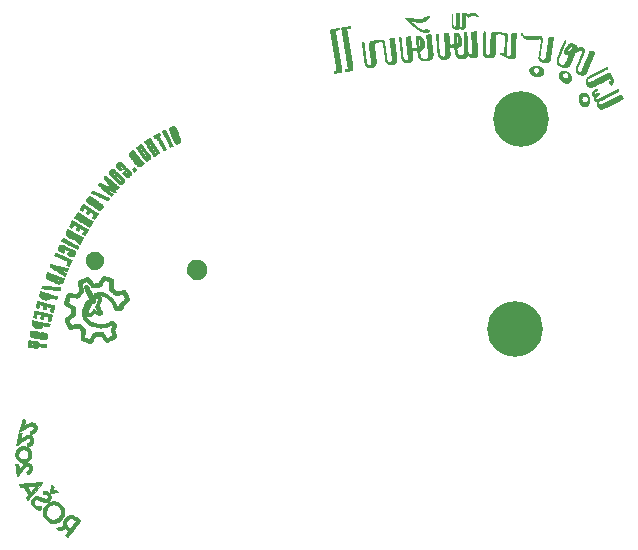
<source format=gbr>
%TF.GenerationSoftware,KiCad,Pcbnew,5.1.10-88a1d61d58~90~ubuntu20.04.1*%
%TF.CreationDate,2022-09-07T23:38:44+02:00*%
%TF.ProjectId,Wawies_PCB_inv2,57617769-6573-45f5-9043-425f696e7632,rev?*%
%TF.SameCoordinates,Original*%
%TF.FileFunction,Soldermask,Bot*%
%TF.FilePolarity,Negative*%
%FSLAX46Y46*%
G04 Gerber Fmt 4.6, Leading zero omitted, Abs format (unit mm)*
G04 Created by KiCad (PCBNEW 5.1.10-88a1d61d58~90~ubuntu20.04.1) date 2022-09-07 23:38:44*
%MOMM*%
%LPD*%
G01*
G04 APERTURE LIST*
%ADD10C,0.010000*%
%ADD11C,4.721700*%
%ADD12C,1.360476*%
G04 APERTURE END LIST*
D10*
%TO.C,G\u002A\u002A\u002A*%
G36*
X6963550Y39342363D02*
G01*
X6970719Y39332255D01*
X6969171Y39327742D01*
X6960281Y39319108D01*
X6945429Y39320323D01*
X6926792Y39327275D01*
X6912368Y39334680D01*
X6917080Y39340474D01*
X6924146Y39343538D01*
X6945525Y39347001D01*
X6963550Y39342363D01*
G37*
X6963550Y39342363D02*
X6970719Y39332255D01*
X6969171Y39327742D01*
X6960281Y39319108D01*
X6945429Y39320323D01*
X6926792Y39327275D01*
X6912368Y39334680D01*
X6917080Y39340474D01*
X6924146Y39343538D01*
X6945525Y39347001D01*
X6963550Y39342363D01*
G36*
X6551059Y39635359D02*
G01*
X6616026Y39622500D01*
X6626576Y39619934D01*
X6674762Y39607401D01*
X6707841Y39596471D01*
X6731413Y39584359D01*
X6751076Y39568278D01*
X6769399Y39548847D01*
X6802029Y39513555D01*
X6838764Y39475570D01*
X6855796Y39458613D01*
X6881692Y39431348D01*
X6894004Y39411633D01*
X6895736Y39393874D01*
X6894336Y39386832D01*
X6886558Y39364731D01*
X6875788Y39361599D01*
X6858834Y39373466D01*
X6838667Y39384849D01*
X6807683Y39396884D01*
X6794500Y39400930D01*
X6760249Y39413641D01*
X6731559Y39429398D01*
X6724757Y39434759D01*
X6683703Y39459154D01*
X6625767Y39472849D01*
X6574152Y39475833D01*
X6537683Y39473962D01*
X6513115Y39466216D01*
X6491352Y39449397D01*
X6487087Y39445215D01*
X6447835Y39418213D01*
X6400589Y39401483D01*
X6351863Y39388378D01*
X6318753Y39374723D01*
X6295806Y39357933D01*
X6286134Y39347170D01*
X6270518Y39335005D01*
X6243822Y39326764D01*
X6201388Y39321111D01*
X6192855Y39320359D01*
X6115815Y39313900D01*
X6083971Y39352534D01*
X6062056Y39375509D01*
X6043116Y39389344D01*
X6037046Y39391167D01*
X6021088Y39397996D01*
X5997185Y39415405D01*
X5982887Y39428027D01*
X5959309Y39449283D01*
X5944794Y39457522D01*
X5933370Y39454622D01*
X5923674Y39446667D01*
X5913328Y39436869D01*
X5904703Y39426580D01*
X5897618Y39413861D01*
X5891893Y39396775D01*
X5887346Y39373384D01*
X5883795Y39341751D01*
X5881060Y39299938D01*
X5878959Y39246008D01*
X5877312Y39178024D01*
X5875936Y39094047D01*
X5874651Y38992140D01*
X5873750Y38912845D01*
X5868459Y38439815D01*
X5835362Y38404845D01*
X5812195Y38375619D01*
X5795049Y38345667D01*
X5792159Y38338163D01*
X5782477Y38319715D01*
X5765015Y38306675D01*
X5736668Y38298236D01*
X5694335Y38293588D01*
X5634910Y38291924D01*
X5614459Y38291883D01*
X5538643Y38293753D01*
X5480324Y38299485D01*
X5436073Y38309753D01*
X5402463Y38325229D01*
X5386734Y38336655D01*
X5352119Y38365782D01*
X5316043Y38330787D01*
X5279966Y38295792D01*
X5161462Y38293778D01*
X5108600Y38293873D01*
X5059135Y38295716D01*
X5019564Y38298972D01*
X5000625Y38302057D01*
X4954656Y38323528D01*
X4919827Y38354342D01*
X4895306Y38377995D01*
X4874035Y38393225D01*
X4865040Y38396333D01*
X4851617Y38405659D01*
X4834403Y38430852D01*
X4821031Y38457188D01*
X4802518Y38492630D01*
X4782969Y38522001D01*
X4769984Y38535952D01*
X4746625Y38553863D01*
X4746625Y39030713D01*
X4746859Y39157311D01*
X4747553Y39265074D01*
X4748700Y39353606D01*
X4750289Y39422508D01*
X4752314Y39471383D01*
X4754764Y39499835D01*
X4757209Y39507666D01*
X4760854Y39497341D01*
X4764466Y39467189D01*
X4767955Y39418547D01*
X4771235Y39352755D01*
X4774217Y39271150D01*
X4775432Y39229864D01*
X4778026Y39149452D01*
X4781262Y39070819D01*
X4784922Y38998057D01*
X4788782Y38935259D01*
X4792623Y38886517D01*
X4795309Y38862000D01*
X4802181Y38809165D01*
X4808881Y38753804D01*
X4814063Y38707089D01*
X4814454Y38703250D01*
X4819899Y38663968D01*
X4827134Y38630804D01*
X4833501Y38613292D01*
X4840990Y38592671D01*
X4849352Y38558173D01*
X4856882Y38516930D01*
X4857456Y38513163D01*
X4863417Y38475072D01*
X4868411Y38446327D01*
X4871501Y38432254D01*
X4871780Y38431692D01*
X4882599Y38428473D01*
X4908621Y38422408D01*
X4944295Y38414787D01*
X4945583Y38414522D01*
X4995746Y38406421D01*
X5030176Y38407903D01*
X5052917Y38421016D01*
X5068015Y38447807D01*
X5077493Y38481261D01*
X5088610Y38526117D01*
X5101317Y38572775D01*
X5106597Y38590695D01*
X5110480Y38606715D01*
X5113696Y38628338D01*
X5116302Y38657469D01*
X5118355Y38696019D01*
X5119913Y38745894D01*
X5121032Y38809003D01*
X5121770Y38887254D01*
X5122184Y38982555D01*
X5122331Y39096815D01*
X5122334Y39116567D01*
X5122334Y39590953D01*
X5167313Y39597566D01*
X5202012Y39600540D01*
X5247167Y39601641D01*
X5286375Y39600861D01*
X5360459Y39597542D01*
X5368134Y39116000D01*
X5370229Y38987705D01*
X5372178Y38878831D01*
X5374110Y38787635D01*
X5376150Y38712371D01*
X5378425Y38651298D01*
X5381062Y38602670D01*
X5384187Y38564743D01*
X5387927Y38535775D01*
X5392408Y38514020D01*
X5397758Y38497736D01*
X5404103Y38485179D01*
X5411569Y38474603D01*
X5415013Y38470400D01*
X5450707Y38442517D01*
X5496365Y38427017D01*
X5545713Y38424090D01*
X5592473Y38433925D01*
X5630372Y38456713D01*
X5637073Y38463687D01*
X5645332Y38474934D01*
X5652296Y38489045D01*
X5658056Y38507744D01*
X5662701Y38532756D01*
X5666323Y38565804D01*
X5669011Y38608613D01*
X5670857Y38662907D01*
X5671950Y38730411D01*
X5672382Y38812847D01*
X5672242Y38911942D01*
X5671620Y39029418D01*
X5671040Y39111354D01*
X5667375Y39597542D01*
X5813657Y39597542D01*
X5872914Y39597249D01*
X5914452Y39596100D01*
X5941715Y39593692D01*
X5958146Y39589619D01*
X5967188Y39583477D01*
X5970215Y39579151D01*
X5984687Y39561532D01*
X6008534Y39546991D01*
X6045366Y39533989D01*
X6098794Y39520989D01*
X6114588Y39517677D01*
X6192371Y39506744D01*
X6255967Y39508493D01*
X6304461Y39522717D01*
X6336935Y39549206D01*
X6348336Y39570860D01*
X6362270Y39595302D01*
X6383244Y39602826D01*
X6384136Y39602833D01*
X6413072Y39608913D01*
X6429666Y39617207D01*
X6461604Y39632764D01*
X6500826Y39638798D01*
X6551059Y39635359D01*
G37*
X6551059Y39635359D02*
X6616026Y39622500D01*
X6626576Y39619934D01*
X6674762Y39607401D01*
X6707841Y39596471D01*
X6731413Y39584359D01*
X6751076Y39568278D01*
X6769399Y39548847D01*
X6802029Y39513555D01*
X6838764Y39475570D01*
X6855796Y39458613D01*
X6881692Y39431348D01*
X6894004Y39411633D01*
X6895736Y39393874D01*
X6894336Y39386832D01*
X6886558Y39364731D01*
X6875788Y39361599D01*
X6858834Y39373466D01*
X6838667Y39384849D01*
X6807683Y39396884D01*
X6794500Y39400930D01*
X6760249Y39413641D01*
X6731559Y39429398D01*
X6724757Y39434759D01*
X6683703Y39459154D01*
X6625767Y39472849D01*
X6574152Y39475833D01*
X6537683Y39473962D01*
X6513115Y39466216D01*
X6491352Y39449397D01*
X6487087Y39445215D01*
X6447835Y39418213D01*
X6400589Y39401483D01*
X6351863Y39388378D01*
X6318753Y39374723D01*
X6295806Y39357933D01*
X6286134Y39347170D01*
X6270518Y39335005D01*
X6243822Y39326764D01*
X6201388Y39321111D01*
X6192855Y39320359D01*
X6115815Y39313900D01*
X6083971Y39352534D01*
X6062056Y39375509D01*
X6043116Y39389344D01*
X6037046Y39391167D01*
X6021088Y39397996D01*
X5997185Y39415405D01*
X5982887Y39428027D01*
X5959309Y39449283D01*
X5944794Y39457522D01*
X5933370Y39454622D01*
X5923674Y39446667D01*
X5913328Y39436869D01*
X5904703Y39426580D01*
X5897618Y39413861D01*
X5891893Y39396775D01*
X5887346Y39373384D01*
X5883795Y39341751D01*
X5881060Y39299938D01*
X5878959Y39246008D01*
X5877312Y39178024D01*
X5875936Y39094047D01*
X5874651Y38992140D01*
X5873750Y38912845D01*
X5868459Y38439815D01*
X5835362Y38404845D01*
X5812195Y38375619D01*
X5795049Y38345667D01*
X5792159Y38338163D01*
X5782477Y38319715D01*
X5765015Y38306675D01*
X5736668Y38298236D01*
X5694335Y38293588D01*
X5634910Y38291924D01*
X5614459Y38291883D01*
X5538643Y38293753D01*
X5480324Y38299485D01*
X5436073Y38309753D01*
X5402463Y38325229D01*
X5386734Y38336655D01*
X5352119Y38365782D01*
X5316043Y38330787D01*
X5279966Y38295792D01*
X5161462Y38293778D01*
X5108600Y38293873D01*
X5059135Y38295716D01*
X5019564Y38298972D01*
X5000625Y38302057D01*
X4954656Y38323528D01*
X4919827Y38354342D01*
X4895306Y38377995D01*
X4874035Y38393225D01*
X4865040Y38396333D01*
X4851617Y38405659D01*
X4834403Y38430852D01*
X4821031Y38457188D01*
X4802518Y38492630D01*
X4782969Y38522001D01*
X4769984Y38535952D01*
X4746625Y38553863D01*
X4746625Y39030713D01*
X4746859Y39157311D01*
X4747553Y39265074D01*
X4748700Y39353606D01*
X4750289Y39422508D01*
X4752314Y39471383D01*
X4754764Y39499835D01*
X4757209Y39507666D01*
X4760854Y39497341D01*
X4764466Y39467189D01*
X4767955Y39418547D01*
X4771235Y39352755D01*
X4774217Y39271150D01*
X4775432Y39229864D01*
X4778026Y39149452D01*
X4781262Y39070819D01*
X4784922Y38998057D01*
X4788782Y38935259D01*
X4792623Y38886517D01*
X4795309Y38862000D01*
X4802181Y38809165D01*
X4808881Y38753804D01*
X4814063Y38707089D01*
X4814454Y38703250D01*
X4819899Y38663968D01*
X4827134Y38630804D01*
X4833501Y38613292D01*
X4840990Y38592671D01*
X4849352Y38558173D01*
X4856882Y38516930D01*
X4857456Y38513163D01*
X4863417Y38475072D01*
X4868411Y38446327D01*
X4871501Y38432254D01*
X4871780Y38431692D01*
X4882599Y38428473D01*
X4908621Y38422408D01*
X4944295Y38414787D01*
X4945583Y38414522D01*
X4995746Y38406421D01*
X5030176Y38407903D01*
X5052917Y38421016D01*
X5068015Y38447807D01*
X5077493Y38481261D01*
X5088610Y38526117D01*
X5101317Y38572775D01*
X5106597Y38590695D01*
X5110480Y38606715D01*
X5113696Y38628338D01*
X5116302Y38657469D01*
X5118355Y38696019D01*
X5119913Y38745894D01*
X5121032Y38809003D01*
X5121770Y38887254D01*
X5122184Y38982555D01*
X5122331Y39096815D01*
X5122334Y39116567D01*
X5122334Y39590953D01*
X5167313Y39597566D01*
X5202012Y39600540D01*
X5247167Y39601641D01*
X5286375Y39600861D01*
X5360459Y39597542D01*
X5368134Y39116000D01*
X5370229Y38987705D01*
X5372178Y38878831D01*
X5374110Y38787635D01*
X5376150Y38712371D01*
X5378425Y38651298D01*
X5381062Y38602670D01*
X5384187Y38564743D01*
X5387927Y38535775D01*
X5392408Y38514020D01*
X5397758Y38497736D01*
X5404103Y38485179D01*
X5411569Y38474603D01*
X5415013Y38470400D01*
X5450707Y38442517D01*
X5496365Y38427017D01*
X5545713Y38424090D01*
X5592473Y38433925D01*
X5630372Y38456713D01*
X5637073Y38463687D01*
X5645332Y38474934D01*
X5652296Y38489045D01*
X5658056Y38507744D01*
X5662701Y38532756D01*
X5666323Y38565804D01*
X5669011Y38608613D01*
X5670857Y38662907D01*
X5671950Y38730411D01*
X5672382Y38812847D01*
X5672242Y38911942D01*
X5671620Y39029418D01*
X5671040Y39111354D01*
X5667375Y39597542D01*
X5813657Y39597542D01*
X5872914Y39597249D01*
X5914452Y39596100D01*
X5941715Y39593692D01*
X5958146Y39589619D01*
X5967188Y39583477D01*
X5970215Y39579151D01*
X5984687Y39561532D01*
X6008534Y39546991D01*
X6045366Y39533989D01*
X6098794Y39520989D01*
X6114588Y39517677D01*
X6192371Y39506744D01*
X6255967Y39508493D01*
X6304461Y39522717D01*
X6336935Y39549206D01*
X6348336Y39570860D01*
X6362270Y39595302D01*
X6383244Y39602826D01*
X6384136Y39602833D01*
X6413072Y39608913D01*
X6429666Y39617207D01*
X6461604Y39632764D01*
X6500826Y39638798D01*
X6551059Y39635359D01*
G36*
X2814367Y39342353D02*
G01*
X2820667Y39337914D01*
X2818189Y39324023D01*
X2803285Y39302379D01*
X2792501Y39290737D01*
X2767830Y39264585D01*
X2736640Y39229217D01*
X2705478Y39192066D01*
X2704042Y39190299D01*
X2640434Y39114789D01*
X2585583Y39056125D01*
X2537804Y39012744D01*
X2495412Y38983081D01*
X2465276Y38968564D01*
X2430732Y38952961D01*
X2402946Y38936030D01*
X2391909Y38926036D01*
X2372903Y38912697D01*
X2337968Y38901922D01*
X2286421Y38893680D01*
X2217583Y38887939D01*
X2130771Y38884665D01*
X2025304Y38883827D01*
X1900501Y38885392D01*
X1755679Y38889329D01*
X1675911Y38892163D01*
X1607452Y38895066D01*
X1557002Y38898086D01*
X1521407Y38901621D01*
X1497513Y38906067D01*
X1482164Y38911821D01*
X1473995Y38917563D01*
X1450073Y38929694D01*
X1417547Y38935499D01*
X1385034Y38934588D01*
X1361150Y38926571D01*
X1357063Y38922854D01*
X1343594Y38897502D01*
X1334025Y38863863D01*
X1330203Y38831055D01*
X1333876Y38808381D01*
X1348447Y38793787D01*
X1375834Y38775338D01*
X1402232Y38761024D01*
X1432934Y38744071D01*
X1454045Y38728719D01*
X1460500Y38719728D01*
X1468273Y38703089D01*
X1486478Y38682858D01*
X1507444Y38666411D01*
X1521664Y38660917D01*
X1535368Y38652550D01*
X1546523Y38637104D01*
X1571429Y38604796D01*
X1601264Y38588411D01*
X1611041Y38587170D01*
X1628010Y38578288D01*
X1644602Y38557151D01*
X1645690Y38555120D01*
X1667033Y38529004D01*
X1696293Y38509138D01*
X1697858Y38508461D01*
X1723738Y38492598D01*
X1739814Y38473528D01*
X1740708Y38471205D01*
X1754257Y38452465D01*
X1779294Y38433230D01*
X1787736Y38428516D01*
X1817711Y38409068D01*
X1841333Y38386736D01*
X1844736Y38382111D01*
X1864696Y38363076D01*
X1895864Y38344486D01*
X1912498Y38337358D01*
X1947565Y38320442D01*
X1977525Y38299354D01*
X1986584Y38290229D01*
X2009546Y38270426D01*
X2043804Y38255998D01*
X2076542Y38247848D01*
X2115728Y38237159D01*
X2144952Y38224473D01*
X2156387Y38215369D01*
X2181771Y38194890D01*
X2224643Y38180659D01*
X2286003Y38172452D01*
X2360084Y38170031D01*
X2432162Y38172684D01*
X2485316Y38180936D01*
X2521153Y38195236D01*
X2541278Y38216034D01*
X2543677Y38221317D01*
X2555899Y38232224D01*
X2583889Y38237104D01*
X2602354Y38237583D01*
X2638297Y38235199D01*
X2663273Y38225612D01*
X2685378Y38206994D01*
X2725571Y38179662D01*
X2774876Y38164175D01*
X2808309Y38156530D01*
X2826614Y38148230D01*
X2835427Y38134523D01*
X2840385Y38110657D01*
X2840701Y38108685D01*
X2843867Y38080571D01*
X2843416Y38062587D01*
X2842396Y38060201D01*
X2826017Y38054216D01*
X2791791Y38049019D01*
X2743026Y38044693D01*
X2683029Y38041317D01*
X2615108Y38038975D01*
X2542571Y38037747D01*
X2468726Y38037715D01*
X2396880Y38038961D01*
X2330340Y38041564D01*
X2272415Y38045609D01*
X2267679Y38046051D01*
X2227979Y38051438D01*
X2203277Y38059689D01*
X2187412Y38073115D01*
X2184275Y38077306D01*
X2157296Y38102098D01*
X2119044Y38121738D01*
X2079408Y38131428D01*
X2072028Y38131750D01*
X2047472Y38140981D01*
X2020392Y38166245D01*
X2018320Y38168792D01*
X1997020Y38191364D01*
X1978273Y38204486D01*
X1972988Y38205833D01*
X1956864Y38212877D01*
X1933190Y38230848D01*
X1918823Y38244222D01*
X1885538Y38272122D01*
X1847779Y38296366D01*
X1835156Y38302640D01*
X1806609Y38318726D01*
X1787254Y38336019D01*
X1783587Y38342488D01*
X1769968Y38359754D01*
X1745382Y38374905D01*
X1743252Y38375781D01*
X1712184Y38393939D01*
X1684981Y38418815D01*
X1684794Y38419042D01*
X1657479Y38444701D01*
X1625273Y38465482D01*
X1624329Y38465936D01*
X1599130Y38481611D01*
X1583755Y38498052D01*
X1582686Y38500542D01*
X1570849Y38515052D01*
X1546193Y38534092D01*
X1523842Y38547895D01*
X1491142Y38568982D01*
X1464495Y38590993D01*
X1454095Y38602923D01*
X1432337Y38624015D01*
X1403108Y38639481D01*
X1402984Y38639522D01*
X1373994Y38655973D01*
X1356219Y38677612D01*
X1337878Y38700639D01*
X1311484Y38717979D01*
X1284540Y38735318D01*
X1266225Y38757153D01*
X1248503Y38778173D01*
X1220756Y38797848D01*
X1214150Y38801229D01*
X1189425Y38816458D01*
X1175724Y38831801D01*
X1174750Y38835781D01*
X1166452Y38851842D01*
X1146321Y38869108D01*
X1144747Y38870093D01*
X1119377Y38888434D01*
X1088604Y38914418D01*
X1073310Y38928657D01*
X1049481Y38951544D01*
X1014776Y38984584D01*
X973757Y39023446D01*
X930984Y39063800D01*
X928782Y39065872D01*
X886123Y39106771D01*
X857898Y39135899D01*
X842465Y39155253D01*
X838181Y39166831D01*
X841672Y39171834D01*
X856205Y39174111D01*
X888929Y39175926D01*
X936870Y39177222D01*
X997057Y39177943D01*
X1066517Y39178030D01*
X1136820Y39177494D01*
X1222737Y39176331D01*
X1289954Y39174993D01*
X1340939Y39173308D01*
X1378158Y39171108D01*
X1404080Y39168222D01*
X1421172Y39164481D01*
X1431900Y39159715D01*
X1435597Y39156941D01*
X1457000Y39146072D01*
X1490486Y39137016D01*
X1513417Y39133501D01*
X1559201Y39127689D01*
X1607044Y39120201D01*
X1624542Y39117003D01*
X1653994Y39113496D01*
X1700148Y39110706D01*
X1759117Y39108631D01*
X1827018Y39107274D01*
X1899965Y39106635D01*
X1974074Y39106715D01*
X2045460Y39107514D01*
X2110238Y39109032D01*
X2164524Y39111271D01*
X2204432Y39114232D01*
X2222500Y39116904D01*
X2256614Y39127852D01*
X2284810Y39142089D01*
X2291292Y39147007D01*
X2317705Y39163626D01*
X2344209Y39173184D01*
X2395963Y39188456D01*
X2430429Y39208334D01*
X2450813Y39233908D01*
X2466490Y39254980D01*
X2482784Y39264154D01*
X2483289Y39264167D01*
X2505662Y39267913D01*
X2544484Y39278510D01*
X2596529Y39294994D01*
X2658576Y39316400D01*
X2661709Y39317519D01*
X2709019Y39332045D01*
X2753414Y39341434D01*
X2790121Y39345074D01*
X2814367Y39342353D01*
G37*
X2814367Y39342353D02*
X2820667Y39337914D01*
X2818189Y39324023D01*
X2803285Y39302379D01*
X2792501Y39290737D01*
X2767830Y39264585D01*
X2736640Y39229217D01*
X2705478Y39192066D01*
X2704042Y39190299D01*
X2640434Y39114789D01*
X2585583Y39056125D01*
X2537804Y39012744D01*
X2495412Y38983081D01*
X2465276Y38968564D01*
X2430732Y38952961D01*
X2402946Y38936030D01*
X2391909Y38926036D01*
X2372903Y38912697D01*
X2337968Y38901922D01*
X2286421Y38893680D01*
X2217583Y38887939D01*
X2130771Y38884665D01*
X2025304Y38883827D01*
X1900501Y38885392D01*
X1755679Y38889329D01*
X1675911Y38892163D01*
X1607452Y38895066D01*
X1557002Y38898086D01*
X1521407Y38901621D01*
X1497513Y38906067D01*
X1482164Y38911821D01*
X1473995Y38917563D01*
X1450073Y38929694D01*
X1417547Y38935499D01*
X1385034Y38934588D01*
X1361150Y38926571D01*
X1357063Y38922854D01*
X1343594Y38897502D01*
X1334025Y38863863D01*
X1330203Y38831055D01*
X1333876Y38808381D01*
X1348447Y38793787D01*
X1375834Y38775338D01*
X1402232Y38761024D01*
X1432934Y38744071D01*
X1454045Y38728719D01*
X1460500Y38719728D01*
X1468273Y38703089D01*
X1486478Y38682858D01*
X1507444Y38666411D01*
X1521664Y38660917D01*
X1535368Y38652550D01*
X1546523Y38637104D01*
X1571429Y38604796D01*
X1601264Y38588411D01*
X1611041Y38587170D01*
X1628010Y38578288D01*
X1644602Y38557151D01*
X1645690Y38555120D01*
X1667033Y38529004D01*
X1696293Y38509138D01*
X1697858Y38508461D01*
X1723738Y38492598D01*
X1739814Y38473528D01*
X1740708Y38471205D01*
X1754257Y38452465D01*
X1779294Y38433230D01*
X1787736Y38428516D01*
X1817711Y38409068D01*
X1841333Y38386736D01*
X1844736Y38382111D01*
X1864696Y38363076D01*
X1895864Y38344486D01*
X1912498Y38337358D01*
X1947565Y38320442D01*
X1977525Y38299354D01*
X1986584Y38290229D01*
X2009546Y38270426D01*
X2043804Y38255998D01*
X2076542Y38247848D01*
X2115728Y38237159D01*
X2144952Y38224473D01*
X2156387Y38215369D01*
X2181771Y38194890D01*
X2224643Y38180659D01*
X2286003Y38172452D01*
X2360084Y38170031D01*
X2432162Y38172684D01*
X2485316Y38180936D01*
X2521153Y38195236D01*
X2541278Y38216034D01*
X2543677Y38221317D01*
X2555899Y38232224D01*
X2583889Y38237104D01*
X2602354Y38237583D01*
X2638297Y38235199D01*
X2663273Y38225612D01*
X2685378Y38206994D01*
X2725571Y38179662D01*
X2774876Y38164175D01*
X2808309Y38156530D01*
X2826614Y38148230D01*
X2835427Y38134523D01*
X2840385Y38110657D01*
X2840701Y38108685D01*
X2843867Y38080571D01*
X2843416Y38062587D01*
X2842396Y38060201D01*
X2826017Y38054216D01*
X2791791Y38049019D01*
X2743026Y38044693D01*
X2683029Y38041317D01*
X2615108Y38038975D01*
X2542571Y38037747D01*
X2468726Y38037715D01*
X2396880Y38038961D01*
X2330340Y38041564D01*
X2272415Y38045609D01*
X2267679Y38046051D01*
X2227979Y38051438D01*
X2203277Y38059689D01*
X2187412Y38073115D01*
X2184275Y38077306D01*
X2157296Y38102098D01*
X2119044Y38121738D01*
X2079408Y38131428D01*
X2072028Y38131750D01*
X2047472Y38140981D01*
X2020392Y38166245D01*
X2018320Y38168792D01*
X1997020Y38191364D01*
X1978273Y38204486D01*
X1972988Y38205833D01*
X1956864Y38212877D01*
X1933190Y38230848D01*
X1918823Y38244222D01*
X1885538Y38272122D01*
X1847779Y38296366D01*
X1835156Y38302640D01*
X1806609Y38318726D01*
X1787254Y38336019D01*
X1783587Y38342488D01*
X1769968Y38359754D01*
X1745382Y38374905D01*
X1743252Y38375781D01*
X1712184Y38393939D01*
X1684981Y38418815D01*
X1684794Y38419042D01*
X1657479Y38444701D01*
X1625273Y38465482D01*
X1624329Y38465936D01*
X1599130Y38481611D01*
X1583755Y38498052D01*
X1582686Y38500542D01*
X1570849Y38515052D01*
X1546193Y38534092D01*
X1523842Y38547895D01*
X1491142Y38568982D01*
X1464495Y38590993D01*
X1454095Y38602923D01*
X1432337Y38624015D01*
X1403108Y38639481D01*
X1402984Y38639522D01*
X1373994Y38655973D01*
X1356219Y38677612D01*
X1337878Y38700639D01*
X1311484Y38717979D01*
X1284540Y38735318D01*
X1266225Y38757153D01*
X1248503Y38778173D01*
X1220756Y38797848D01*
X1214150Y38801229D01*
X1189425Y38816458D01*
X1175724Y38831801D01*
X1174750Y38835781D01*
X1166452Y38851842D01*
X1146321Y38869108D01*
X1144747Y38870093D01*
X1119377Y38888434D01*
X1088604Y38914418D01*
X1073310Y38928657D01*
X1049481Y38951544D01*
X1014776Y38984584D01*
X973757Y39023446D01*
X930984Y39063800D01*
X928782Y39065872D01*
X886123Y39106771D01*
X857898Y39135899D01*
X842465Y39155253D01*
X838181Y39166831D01*
X841672Y39171834D01*
X856205Y39174111D01*
X888929Y39175926D01*
X936870Y39177222D01*
X997057Y39177943D01*
X1066517Y39178030D01*
X1136820Y39177494D01*
X1222737Y39176331D01*
X1289954Y39174993D01*
X1340939Y39173308D01*
X1378158Y39171108D01*
X1404080Y39168222D01*
X1421172Y39164481D01*
X1431900Y39159715D01*
X1435597Y39156941D01*
X1457000Y39146072D01*
X1490486Y39137016D01*
X1513417Y39133501D01*
X1559201Y39127689D01*
X1607044Y39120201D01*
X1624542Y39117003D01*
X1653994Y39113496D01*
X1700148Y39110706D01*
X1759117Y39108631D01*
X1827018Y39107274D01*
X1899965Y39106635D01*
X1974074Y39106715D01*
X2045460Y39107514D01*
X2110238Y39109032D01*
X2164524Y39111271D01*
X2204432Y39114232D01*
X2222500Y39116904D01*
X2256614Y39127852D01*
X2284810Y39142089D01*
X2291292Y39147007D01*
X2317705Y39163626D01*
X2344209Y39173184D01*
X2395963Y39188456D01*
X2430429Y39208334D01*
X2450813Y39233908D01*
X2466490Y39254980D01*
X2482784Y39264154D01*
X2483289Y39264167D01*
X2505662Y39267913D01*
X2544484Y39278510D01*
X2596529Y39294994D01*
X2658576Y39316400D01*
X2661709Y39317519D01*
X2709019Y39332045D01*
X2753414Y39341434D01*
X2790121Y39345074D01*
X2814367Y39342353D01*
G36*
X10687898Y37900167D02*
G01*
X10695985Y37879378D01*
X10701837Y37846633D01*
X10703994Y37816199D01*
X10700620Y37787064D01*
X10689819Y37774957D01*
X10673741Y37781621D01*
X10668372Y37787343D01*
X10661971Y37806720D01*
X10660899Y37836719D01*
X10664393Y37868840D01*
X10671689Y37894578D01*
X10678885Y37904395D01*
X10687898Y37900167D01*
G37*
X10687898Y37900167D02*
X10695985Y37879378D01*
X10701837Y37846633D01*
X10703994Y37816199D01*
X10700620Y37787064D01*
X10689819Y37774957D01*
X10673741Y37781621D01*
X10668372Y37787343D01*
X10661971Y37806720D01*
X10660899Y37836719D01*
X10664393Y37868840D01*
X10671689Y37894578D01*
X10678885Y37904395D01*
X10687898Y37900167D01*
G36*
X10778251Y37728970D02*
G01*
X10782733Y37707040D01*
X10775722Y37696095D01*
X10762311Y37700109D01*
X10754072Y37710099D01*
X10745531Y37728410D01*
X10751036Y37739060D01*
X10754337Y37741317D01*
X10769376Y37741533D01*
X10778251Y37728970D01*
G37*
X10778251Y37728970D02*
X10782733Y37707040D01*
X10775722Y37696095D01*
X10762311Y37700109D01*
X10754072Y37710099D01*
X10745531Y37728410D01*
X10751036Y37739060D01*
X10754337Y37741317D01*
X10769376Y37741533D01*
X10778251Y37728970D01*
G36*
X12056999Y37692597D02*
G01*
X12122389Y37690671D01*
X12179363Y37687565D01*
X12223945Y37683291D01*
X12252163Y37677865D01*
X12255500Y37676640D01*
X12286954Y37660772D01*
X12302836Y37644197D01*
X12308083Y37620980D01*
X12308314Y37613167D01*
X12314823Y37564826D01*
X12331375Y37518596D01*
X12354672Y37483293D01*
X12358215Y37479788D01*
X12371464Y37465347D01*
X12380050Y37448239D01*
X12385421Y37423128D01*
X12389021Y37384679D01*
X12390503Y37360665D01*
X12392889Y37285090D01*
X12390154Y37229009D01*
X12382117Y37191337D01*
X12368596Y37170986D01*
X12358139Y37166685D01*
X12351707Y37165970D01*
X12346466Y37164466D01*
X12342149Y37160100D01*
X12338487Y37150798D01*
X12335214Y37134488D01*
X12332060Y37109094D01*
X12328758Y37072545D01*
X12325041Y37022765D01*
X12320639Y36957682D01*
X12315287Y36875221D01*
X12310111Y36794916D01*
X12306247Y36739588D01*
X12302384Y36692155D01*
X12298876Y36656440D01*
X12296077Y36636270D01*
X12295125Y36633264D01*
X12285548Y36636154D01*
X12276534Y36644952D01*
X12267847Y36665652D01*
X12263189Y36696730D01*
X12262932Y36706062D01*
X12263677Y36741182D01*
X12265582Y36788659D01*
X12268399Y36844701D01*
X12271881Y36905516D01*
X12275779Y36967311D01*
X12279845Y37026295D01*
X12283830Y37078674D01*
X12287487Y37120657D01*
X12290568Y37148452D01*
X12292515Y37158041D01*
X12307919Y37167974D01*
X12313430Y37168667D01*
X12321426Y37178419D01*
X12328702Y37204354D01*
X12334622Y37241486D01*
X12338550Y37284830D01*
X12339848Y37329403D01*
X12338417Y37364458D01*
X12334206Y37391101D01*
X12323557Y37408629D01*
X12301017Y37424199D01*
X12287250Y37431585D01*
X12272402Y37439079D01*
X12258342Y37444820D01*
X12242257Y37448965D01*
X12221335Y37451671D01*
X12192763Y37453093D01*
X12153730Y37453388D01*
X12101423Y37452712D01*
X12033029Y37451223D01*
X11964459Y37449541D01*
X11886307Y37447275D01*
X11811666Y37444509D01*
X11744234Y37441425D01*
X11687711Y37438208D01*
X11645799Y37435042D01*
X11625792Y37432750D01*
X11579797Y37425864D01*
X11526297Y37418317D01*
X11488209Y37413226D01*
X11436712Y37405052D01*
X11380971Y37393922D01*
X11345334Y37385395D01*
X11287698Y37374075D01*
X11226505Y37371086D01*
X11189017Y37372575D01*
X11144407Y37376061D01*
X11115622Y37380793D01*
X11097321Y37388317D01*
X11084166Y37400178D01*
X11081257Y37403743D01*
X11054680Y37425200D01*
X11015729Y37442831D01*
X10973196Y37453119D01*
X10954618Y37454417D01*
X10934032Y37462317D01*
X10920017Y37487305D01*
X10897916Y37519960D01*
X10872943Y37535072D01*
X10847762Y37550460D01*
X10837302Y37567459D01*
X10837268Y37568330D01*
X10832469Y37590676D01*
X10821773Y37616291D01*
X10812682Y37638577D01*
X10816258Y37649095D01*
X10819192Y37650499D01*
X10832313Y37651644D01*
X10864236Y37652932D01*
X10912597Y37654313D01*
X10975032Y37655732D01*
X11049178Y37657137D01*
X11132670Y37658477D01*
X11223145Y37659697D01*
X11244792Y37659957D01*
X11366824Y37661660D01*
X11468794Y37663698D01*
X11551805Y37666115D01*
X11616961Y37668955D01*
X11665364Y37672262D01*
X11698117Y37676080D01*
X11710459Y37678568D01*
X11742892Y37684022D01*
X11790754Y37688211D01*
X11850070Y37691149D01*
X11916865Y37692850D01*
X11987166Y37693328D01*
X12056999Y37692597D01*
G37*
X12056999Y37692597D02*
X12122389Y37690671D01*
X12179363Y37687565D01*
X12223945Y37683291D01*
X12252163Y37677865D01*
X12255500Y37676640D01*
X12286954Y37660772D01*
X12302836Y37644197D01*
X12308083Y37620980D01*
X12308314Y37613167D01*
X12314823Y37564826D01*
X12331375Y37518596D01*
X12354672Y37483293D01*
X12358215Y37479788D01*
X12371464Y37465347D01*
X12380050Y37448239D01*
X12385421Y37423128D01*
X12389021Y37384679D01*
X12390503Y37360665D01*
X12392889Y37285090D01*
X12390154Y37229009D01*
X12382117Y37191337D01*
X12368596Y37170986D01*
X12358139Y37166685D01*
X12351707Y37165970D01*
X12346466Y37164466D01*
X12342149Y37160100D01*
X12338487Y37150798D01*
X12335214Y37134488D01*
X12332060Y37109094D01*
X12328758Y37072545D01*
X12325041Y37022765D01*
X12320639Y36957682D01*
X12315287Y36875221D01*
X12310111Y36794916D01*
X12306247Y36739588D01*
X12302384Y36692155D01*
X12298876Y36656440D01*
X12296077Y36636270D01*
X12295125Y36633264D01*
X12285548Y36636154D01*
X12276534Y36644952D01*
X12267847Y36665652D01*
X12263189Y36696730D01*
X12262932Y36706062D01*
X12263677Y36741182D01*
X12265582Y36788659D01*
X12268399Y36844701D01*
X12271881Y36905516D01*
X12275779Y36967311D01*
X12279845Y37026295D01*
X12283830Y37078674D01*
X12287487Y37120657D01*
X12290568Y37148452D01*
X12292515Y37158041D01*
X12307919Y37167974D01*
X12313430Y37168667D01*
X12321426Y37178419D01*
X12328702Y37204354D01*
X12334622Y37241486D01*
X12338550Y37284830D01*
X12339848Y37329403D01*
X12338417Y37364458D01*
X12334206Y37391101D01*
X12323557Y37408629D01*
X12301017Y37424199D01*
X12287250Y37431585D01*
X12272402Y37439079D01*
X12258342Y37444820D01*
X12242257Y37448965D01*
X12221335Y37451671D01*
X12192763Y37453093D01*
X12153730Y37453388D01*
X12101423Y37452712D01*
X12033029Y37451223D01*
X11964459Y37449541D01*
X11886307Y37447275D01*
X11811666Y37444509D01*
X11744234Y37441425D01*
X11687711Y37438208D01*
X11645799Y37435042D01*
X11625792Y37432750D01*
X11579797Y37425864D01*
X11526297Y37418317D01*
X11488209Y37413226D01*
X11436712Y37405052D01*
X11380971Y37393922D01*
X11345334Y37385395D01*
X11287698Y37374075D01*
X11226505Y37371086D01*
X11189017Y37372575D01*
X11144407Y37376061D01*
X11115622Y37380793D01*
X11097321Y37388317D01*
X11084166Y37400178D01*
X11081257Y37403743D01*
X11054680Y37425200D01*
X11015729Y37442831D01*
X10973196Y37453119D01*
X10954618Y37454417D01*
X10934032Y37462317D01*
X10920017Y37487305D01*
X10897916Y37519960D01*
X10872943Y37535072D01*
X10847762Y37550460D01*
X10837302Y37567459D01*
X10837268Y37568330D01*
X10832469Y37590676D01*
X10821773Y37616291D01*
X10812682Y37638577D01*
X10816258Y37649095D01*
X10819192Y37650499D01*
X10832313Y37651644D01*
X10864236Y37652932D01*
X10912597Y37654313D01*
X10975032Y37655732D01*
X11049178Y37657137D01*
X11132670Y37658477D01*
X11223145Y37659697D01*
X11244792Y37659957D01*
X11366824Y37661660D01*
X11468794Y37663698D01*
X11551805Y37666115D01*
X11616961Y37668955D01*
X11665364Y37672262D01*
X11698117Y37676080D01*
X11710459Y37678568D01*
X11742892Y37684022D01*
X11790754Y37688211D01*
X11850070Y37691149D01*
X11916865Y37692850D01*
X11987166Y37693328D01*
X12056999Y37692597D01*
G36*
X12218593Y36561866D02*
G01*
X12227998Y36554204D01*
X12232622Y36545992D01*
X12235677Y36531161D01*
X12237185Y36507122D01*
X12237167Y36471288D01*
X12235647Y36421072D01*
X12232645Y36353886D01*
X12230128Y36304098D01*
X12226326Y36235731D01*
X12222447Y36174640D01*
X12218730Y36123936D01*
X12215410Y36086726D01*
X12212724Y36066120D01*
X12211766Y36063072D01*
X12201147Y36064873D01*
X12191975Y36073322D01*
X12181468Y36096186D01*
X12178112Y36118557D01*
X12178626Y36147218D01*
X12180342Y36189496D01*
X12183009Y36241597D01*
X12186375Y36299728D01*
X12190192Y36360097D01*
X12194206Y36418910D01*
X12198169Y36472375D01*
X12201828Y36516698D01*
X12204934Y36548088D01*
X12207235Y36562749D01*
X12207517Y36563295D01*
X12218593Y36561866D01*
G37*
X12218593Y36561866D02*
X12227998Y36554204D01*
X12232622Y36545992D01*
X12235677Y36531161D01*
X12237185Y36507122D01*
X12237167Y36471288D01*
X12235647Y36421072D01*
X12232645Y36353886D01*
X12230128Y36304098D01*
X12226326Y36235731D01*
X12222447Y36174640D01*
X12218730Y36123936D01*
X12215410Y36086726D01*
X12212724Y36066120D01*
X12211766Y36063072D01*
X12201147Y36064873D01*
X12191975Y36073322D01*
X12181468Y36096186D01*
X12178112Y36118557D01*
X12178626Y36147218D01*
X12180342Y36189496D01*
X12183009Y36241597D01*
X12186375Y36299728D01*
X12190192Y36360097D01*
X12194206Y36418910D01*
X12198169Y36472375D01*
X12201828Y36516698D01*
X12204934Y36548088D01*
X12207235Y36562749D01*
X12207517Y36563295D01*
X12218593Y36561866D01*
G36*
X7501447Y38072656D02*
G01*
X7506024Y38071954D01*
X7533918Y38062931D01*
X7557972Y38042887D01*
X7576469Y38019125D01*
X7593528Y37992921D01*
X7603408Y37969725D01*
X7608015Y37942071D01*
X7609254Y37902493D01*
X7609263Y37890670D01*
X7607117Y37843934D01*
X7601630Y37799055D01*
X7593975Y37765535D01*
X7593724Y37764804D01*
X7590664Y37752920D01*
X7587952Y37734959D01*
X7585548Y37709510D01*
X7583416Y37675162D01*
X7581516Y37630506D01*
X7579810Y37574129D01*
X7578260Y37504622D01*
X7576828Y37420574D01*
X7575475Y37320573D01*
X7574164Y37203209D01*
X7572856Y37067071D01*
X7571927Y36960471D01*
X7570670Y36811622D01*
X7569641Y36682488D01*
X7568921Y36571617D01*
X7568595Y36477559D01*
X7568744Y36398862D01*
X7569453Y36334074D01*
X7570803Y36281744D01*
X7572878Y36240421D01*
X7575761Y36208654D01*
X7579534Y36184991D01*
X7584281Y36167981D01*
X7590085Y36156172D01*
X7597028Y36148114D01*
X7605194Y36142354D01*
X7614665Y36137442D01*
X7619085Y36135266D01*
X7643660Y36117903D01*
X7667027Y36094124D01*
X7700213Y36068914D01*
X7749497Y36054731D01*
X7812745Y36051853D01*
X7887821Y36060557D01*
X7902976Y36063488D01*
X7924683Y36077132D01*
X7945945Y36106323D01*
X7948433Y36111018D01*
X7965011Y36138315D01*
X7981019Y36156611D01*
X7985995Y36159757D01*
X8001494Y36172648D01*
X8018283Y36196037D01*
X8019912Y36198929D01*
X8023483Y36206870D01*
X8026587Y36217760D01*
X8029271Y36233125D01*
X8031584Y36254493D01*
X8033571Y36283389D01*
X8035280Y36321340D01*
X8036757Y36369872D01*
X8038051Y36430514D01*
X8039208Y36504790D01*
X8040275Y36594227D01*
X8041300Y36700353D01*
X8042328Y36824694D01*
X8043334Y36958545D01*
X8044413Y37101430D01*
X8045450Y37224633D01*
X8046488Y37329641D01*
X8047573Y37417938D01*
X8048749Y37491010D01*
X8050060Y37550343D01*
X8051552Y37597421D01*
X8053269Y37633731D01*
X8055256Y37660756D01*
X8057557Y37679984D01*
X8060217Y37692899D01*
X8063281Y37700986D01*
X8065777Y37704670D01*
X8076674Y37727061D01*
X8085226Y37763193D01*
X8088454Y37788979D01*
X8095834Y37836253D01*
X8108863Y37888263D01*
X8118927Y37918245D01*
X8133214Y37953218D01*
X8145148Y37973236D01*
X8159459Y37983290D01*
X8180880Y37988370D01*
X8186209Y37989194D01*
X8207395Y37990699D01*
X8246688Y37991854D01*
X8301033Y37992632D01*
X8367371Y37993008D01*
X8442647Y37992956D01*
X8523804Y37992450D01*
X8547595Y37992220D01*
X8639147Y37991159D01*
X8711874Y37990011D01*
X8768120Y37988623D01*
X8810224Y37986846D01*
X8840531Y37984527D01*
X8861381Y37981518D01*
X8875117Y37977665D01*
X8884081Y37972820D01*
X8887095Y37970354D01*
X8899477Y37962165D01*
X8917812Y37956738D01*
X8946150Y37953556D01*
X8988544Y37952102D01*
X9032080Y37951833D01*
X9097837Y37950282D01*
X9155976Y37945954D01*
X9200682Y37939335D01*
X9211163Y37936824D01*
X9251716Y37926526D01*
X9291444Y37917772D01*
X9305874Y37915088D01*
X9336063Y37906058D01*
X9352567Y37888816D01*
X9356480Y37879827D01*
X9372214Y37852839D01*
X9395489Y37827782D01*
X9395689Y37827618D01*
X9424459Y37803944D01*
X9424459Y37536111D01*
X9424321Y37452526D01*
X9423796Y37387440D01*
X9422718Y37338185D01*
X9420919Y37302095D01*
X9418234Y37276503D01*
X9414494Y37258742D01*
X9409533Y37246145D01*
X9405938Y37240011D01*
X9400836Y37230557D01*
X9396757Y37217919D01*
X9393590Y37199809D01*
X9391221Y37173940D01*
X9389537Y37138026D01*
X9388428Y37089778D01*
X9387780Y37026910D01*
X9387481Y36947134D01*
X9387417Y36863054D01*
X9387159Y36756087D01*
X9386327Y36667918D01*
X9384835Y36596180D01*
X9382595Y36538508D01*
X9379521Y36492539D01*
X9375525Y36455908D01*
X9371544Y36431410D01*
X9363421Y36378272D01*
X9357697Y36320417D01*
X9355669Y36273060D01*
X9353501Y36227839D01*
X9347849Y36184572D01*
X9340802Y36155530D01*
X9332261Y36125998D01*
X9333122Y36103224D01*
X9344063Y36075251D01*
X9345513Y36072178D01*
X9364796Y36035501D01*
X9385044Y36008807D01*
X9410072Y35990301D01*
X9443696Y35978192D01*
X9489732Y35970687D01*
X9551996Y35965993D01*
X9573857Y35964890D01*
X9625854Y35962751D01*
X9661109Y35962503D01*
X9683998Y35964645D01*
X9698901Y35969679D01*
X9710195Y35978106D01*
X9712967Y35980800D01*
X9728768Y36005317D01*
X9740325Y36038378D01*
X9741666Y36045105D01*
X9749800Y36075416D01*
X9760977Y36097303D01*
X9763952Y36100437D01*
X9769746Y36109550D01*
X9773922Y36127671D01*
X9776702Y36157589D01*
X9778307Y36202094D01*
X9778957Y36263977D01*
X9779000Y36290615D01*
X9780153Y36373742D01*
X9783439Y36448198D01*
X9788600Y36509543D01*
X9793932Y36546347D01*
X9797426Y36570037D01*
X9800537Y36603390D01*
X9803311Y36647823D01*
X9805792Y36704756D01*
X9808022Y36775607D01*
X9810046Y36861795D01*
X9811908Y36964739D01*
X9813652Y37085857D01*
X9815322Y37226569D01*
X9815501Y37243132D01*
X9816808Y37357038D01*
X9818220Y37465691D01*
X9819697Y37567053D01*
X9821204Y37659087D01*
X9822703Y37739758D01*
X9824156Y37807027D01*
X9825526Y37858859D01*
X9826775Y37893215D01*
X9827676Y37906854D01*
X9833214Y37951833D01*
X10005956Y37951833D01*
X10069983Y37951742D01*
X10115981Y37951188D01*
X10147088Y37949756D01*
X10166444Y37947029D01*
X10177186Y37942587D01*
X10182451Y37936016D01*
X10185080Y37928021D01*
X10187208Y37909807D01*
X10189052Y37874485D01*
X10190484Y37826114D01*
X10191373Y37768754D01*
X10191606Y37723576D01*
X10191176Y37649891D01*
X10189506Y37592722D01*
X10186224Y37547438D01*
X10180959Y37509407D01*
X10173341Y37473997D01*
X10170833Y37464284D01*
X10155409Y37381995D01*
X10149692Y37291820D01*
X10149687Y37290375D01*
X10147504Y37232188D01*
X10141962Y37167729D01*
X10134213Y37110055D01*
X10133362Y37105167D01*
X10129383Y37077846D01*
X10125861Y37042036D01*
X10122736Y36996087D01*
X10119946Y36938347D01*
X10117430Y36867168D01*
X10115126Y36780897D01*
X10112974Y36677885D01*
X10110912Y36556480D01*
X10109528Y36462421D01*
X10101792Y35909634D01*
X10069807Y35877661D01*
X10016205Y35838998D01*
X9947742Y35815143D01*
X9864731Y35806148D01*
X9767487Y35812067D01*
X9720792Y35819315D01*
X9676321Y35826422D01*
X9620181Y35834092D01*
X9561790Y35841075D01*
X9537617Y35843628D01*
X9486785Y35849278D01*
X9452345Y35854962D01*
X9429558Y35862005D01*
X9413690Y35871735D01*
X9403978Y35881051D01*
X9371066Y35904772D01*
X9325951Y35922221D01*
X9277376Y35930180D01*
X9269978Y35930358D01*
X9241891Y35939058D01*
X9209235Y35962844D01*
X9204752Y35967074D01*
X9161619Y35998473D01*
X9118804Y36015870D01*
X9081355Y36030018D01*
X9064140Y36048376D01*
X9064003Y36048793D01*
X9050864Y36064952D01*
X9024905Y36082538D01*
X9008764Y36090429D01*
X8976815Y36107139D01*
X8951755Y36125515D01*
X8944835Y36133105D01*
X8926700Y36149870D01*
X8896932Y36169004D01*
X8876269Y36179616D01*
X8852907Y36191037D01*
X8840342Y36199599D01*
X8840327Y36205913D01*
X8854614Y36210591D01*
X8884955Y36214241D01*
X8933105Y36217476D01*
X8993784Y36220570D01*
X9062414Y36225477D01*
X9113778Y36233470D01*
X9151697Y36245785D01*
X9179989Y36263655D01*
X9202209Y36287954D01*
X9207980Y36296876D01*
X9212670Y36307869D01*
X9216442Y36323218D01*
X9219459Y36345209D01*
X9221886Y36376128D01*
X9223883Y36418260D01*
X9225616Y36473890D01*
X9227248Y36545304D01*
X9228941Y36634788D01*
X9229586Y36671250D01*
X9231495Y36771487D01*
X9233443Y36852803D01*
X9235560Y36917441D01*
X9237979Y36967649D01*
X9240833Y37005669D01*
X9244252Y37033748D01*
X9248370Y37054130D01*
X9252934Y37068125D01*
X9258544Y37092538D01*
X9263222Y37133411D01*
X9266944Y37187177D01*
X9269688Y37250270D01*
X9271432Y37319122D01*
X9272155Y37390167D01*
X9271832Y37459838D01*
X9270444Y37524568D01*
X9267966Y37580791D01*
X9264378Y37624939D01*
X9259656Y37653447D01*
X9256627Y37661083D01*
X9245325Y37685169D01*
X9235873Y37717817D01*
X9234584Y37724292D01*
X9217228Y37785346D01*
X9189906Y37829141D01*
X9162350Y37851757D01*
X9149961Y37858279D01*
X9135135Y37863354D01*
X9115074Y37867213D01*
X9086979Y37870085D01*
X9048051Y37872199D01*
X8995492Y37873784D01*
X8926503Y37875069D01*
X8867644Y37875904D01*
X8773005Y37876792D01*
X8697152Y37876470D01*
X8637721Y37874625D01*
X8592351Y37870942D01*
X8558678Y37865106D01*
X8534340Y37856801D01*
X8516974Y37845713D01*
X8504218Y37831527D01*
X8501218Y37827064D01*
X8482119Y37801957D01*
X8464287Y37784603D01*
X8455992Y37778334D01*
X8448775Y37771672D01*
X8442550Y37763173D01*
X8437231Y37751396D01*
X8432735Y37734896D01*
X8428974Y37712231D01*
X8425864Y37681958D01*
X8423320Y37642634D01*
X8421255Y37592815D01*
X8419585Y37531059D01*
X8418224Y37455922D01*
X8417087Y37365962D01*
X8416088Y37259736D01*
X8415143Y37135800D01*
X8414165Y36992711D01*
X8413750Y36930542D01*
X8412734Y36781612D01*
X8411781Y36652391D01*
X8410846Y36541422D01*
X8409887Y36447248D01*
X8408859Y36368411D01*
X8407720Y36303455D01*
X8406425Y36250921D01*
X8404930Y36209354D01*
X8403193Y36177294D01*
X8401170Y36153286D01*
X8398816Y36135872D01*
X8396089Y36123595D01*
X8392944Y36114998D01*
X8389339Y36108622D01*
X8389138Y36108325D01*
X8375771Y36083734D01*
X8359586Y36047076D01*
X8344695Y36007962D01*
X8329581Y35968425D01*
X8316302Y35944571D01*
X8301586Y35931542D01*
X8289932Y35926650D01*
X8263487Y35913335D01*
X8233672Y35891600D01*
X8225308Y35884138D01*
X8190325Y35851042D01*
X7684890Y35851042D01*
X7655091Y35879228D01*
X7624999Y35900313D01*
X7588076Y35916970D01*
X7579848Y35919449D01*
X7543609Y35934170D01*
X7525455Y35955050D01*
X7525112Y35955923D01*
X7509870Y35979695D01*
X7487646Y36000887D01*
X7470536Y36017745D01*
X7458044Y36042596D01*
X7447530Y36081212D01*
X7444642Y36094976D01*
X7434965Y36142940D01*
X7424966Y36192433D01*
X7418296Y36225407D01*
X7413862Y36262119D01*
X7411460Y36314214D01*
X7410955Y36376021D01*
X7412214Y36441868D01*
X7415103Y36506083D01*
X7419488Y36562993D01*
X7425234Y36606927D01*
X7427577Y36618333D01*
X7430063Y36639172D01*
X7432537Y36680158D01*
X7434972Y36740274D01*
X7437342Y36818502D01*
X7439623Y36913823D01*
X7441788Y37025219D01*
X7443811Y37151671D01*
X7445666Y37292161D01*
X7446525Y37367548D01*
X7447929Y37487420D01*
X7449462Y37600962D01*
X7451088Y37706418D01*
X7452770Y37802034D01*
X7454472Y37886055D01*
X7456156Y37956725D01*
X7457787Y38012290D01*
X7459326Y38050995D01*
X7460737Y38071086D01*
X7461326Y38073588D01*
X7475658Y38074998D01*
X7501447Y38072656D01*
G37*
X7501447Y38072656D02*
X7506024Y38071954D01*
X7533918Y38062931D01*
X7557972Y38042887D01*
X7576469Y38019125D01*
X7593528Y37992921D01*
X7603408Y37969725D01*
X7608015Y37942071D01*
X7609254Y37902493D01*
X7609263Y37890670D01*
X7607117Y37843934D01*
X7601630Y37799055D01*
X7593975Y37765535D01*
X7593724Y37764804D01*
X7590664Y37752920D01*
X7587952Y37734959D01*
X7585548Y37709510D01*
X7583416Y37675162D01*
X7581516Y37630506D01*
X7579810Y37574129D01*
X7578260Y37504622D01*
X7576828Y37420574D01*
X7575475Y37320573D01*
X7574164Y37203209D01*
X7572856Y37067071D01*
X7571927Y36960471D01*
X7570670Y36811622D01*
X7569641Y36682488D01*
X7568921Y36571617D01*
X7568595Y36477559D01*
X7568744Y36398862D01*
X7569453Y36334074D01*
X7570803Y36281744D01*
X7572878Y36240421D01*
X7575761Y36208654D01*
X7579534Y36184991D01*
X7584281Y36167981D01*
X7590085Y36156172D01*
X7597028Y36148114D01*
X7605194Y36142354D01*
X7614665Y36137442D01*
X7619085Y36135266D01*
X7643660Y36117903D01*
X7667027Y36094124D01*
X7700213Y36068914D01*
X7749497Y36054731D01*
X7812745Y36051853D01*
X7887821Y36060557D01*
X7902976Y36063488D01*
X7924683Y36077132D01*
X7945945Y36106323D01*
X7948433Y36111018D01*
X7965011Y36138315D01*
X7981019Y36156611D01*
X7985995Y36159757D01*
X8001494Y36172648D01*
X8018283Y36196037D01*
X8019912Y36198929D01*
X8023483Y36206870D01*
X8026587Y36217760D01*
X8029271Y36233125D01*
X8031584Y36254493D01*
X8033571Y36283389D01*
X8035280Y36321340D01*
X8036757Y36369872D01*
X8038051Y36430514D01*
X8039208Y36504790D01*
X8040275Y36594227D01*
X8041300Y36700353D01*
X8042328Y36824694D01*
X8043334Y36958545D01*
X8044413Y37101430D01*
X8045450Y37224633D01*
X8046488Y37329641D01*
X8047573Y37417938D01*
X8048749Y37491010D01*
X8050060Y37550343D01*
X8051552Y37597421D01*
X8053269Y37633731D01*
X8055256Y37660756D01*
X8057557Y37679984D01*
X8060217Y37692899D01*
X8063281Y37700986D01*
X8065777Y37704670D01*
X8076674Y37727061D01*
X8085226Y37763193D01*
X8088454Y37788979D01*
X8095834Y37836253D01*
X8108863Y37888263D01*
X8118927Y37918245D01*
X8133214Y37953218D01*
X8145148Y37973236D01*
X8159459Y37983290D01*
X8180880Y37988370D01*
X8186209Y37989194D01*
X8207395Y37990699D01*
X8246688Y37991854D01*
X8301033Y37992632D01*
X8367371Y37993008D01*
X8442647Y37992956D01*
X8523804Y37992450D01*
X8547595Y37992220D01*
X8639147Y37991159D01*
X8711874Y37990011D01*
X8768120Y37988623D01*
X8810224Y37986846D01*
X8840531Y37984527D01*
X8861381Y37981518D01*
X8875117Y37977665D01*
X8884081Y37972820D01*
X8887095Y37970354D01*
X8899477Y37962165D01*
X8917812Y37956738D01*
X8946150Y37953556D01*
X8988544Y37952102D01*
X9032080Y37951833D01*
X9097837Y37950282D01*
X9155976Y37945954D01*
X9200682Y37939335D01*
X9211163Y37936824D01*
X9251716Y37926526D01*
X9291444Y37917772D01*
X9305874Y37915088D01*
X9336063Y37906058D01*
X9352567Y37888816D01*
X9356480Y37879827D01*
X9372214Y37852839D01*
X9395489Y37827782D01*
X9395689Y37827618D01*
X9424459Y37803944D01*
X9424459Y37536111D01*
X9424321Y37452526D01*
X9423796Y37387440D01*
X9422718Y37338185D01*
X9420919Y37302095D01*
X9418234Y37276503D01*
X9414494Y37258742D01*
X9409533Y37246145D01*
X9405938Y37240011D01*
X9400836Y37230557D01*
X9396757Y37217919D01*
X9393590Y37199809D01*
X9391221Y37173940D01*
X9389537Y37138026D01*
X9388428Y37089778D01*
X9387780Y37026910D01*
X9387481Y36947134D01*
X9387417Y36863054D01*
X9387159Y36756087D01*
X9386327Y36667918D01*
X9384835Y36596180D01*
X9382595Y36538508D01*
X9379521Y36492539D01*
X9375525Y36455908D01*
X9371544Y36431410D01*
X9363421Y36378272D01*
X9357697Y36320417D01*
X9355669Y36273060D01*
X9353501Y36227839D01*
X9347849Y36184572D01*
X9340802Y36155530D01*
X9332261Y36125998D01*
X9333122Y36103224D01*
X9344063Y36075251D01*
X9345513Y36072178D01*
X9364796Y36035501D01*
X9385044Y36008807D01*
X9410072Y35990301D01*
X9443696Y35978192D01*
X9489732Y35970687D01*
X9551996Y35965993D01*
X9573857Y35964890D01*
X9625854Y35962751D01*
X9661109Y35962503D01*
X9683998Y35964645D01*
X9698901Y35969679D01*
X9710195Y35978106D01*
X9712967Y35980800D01*
X9728768Y36005317D01*
X9740325Y36038378D01*
X9741666Y36045105D01*
X9749800Y36075416D01*
X9760977Y36097303D01*
X9763952Y36100437D01*
X9769746Y36109550D01*
X9773922Y36127671D01*
X9776702Y36157589D01*
X9778307Y36202094D01*
X9778957Y36263977D01*
X9779000Y36290615D01*
X9780153Y36373742D01*
X9783439Y36448198D01*
X9788600Y36509543D01*
X9793932Y36546347D01*
X9797426Y36570037D01*
X9800537Y36603390D01*
X9803311Y36647823D01*
X9805792Y36704756D01*
X9808022Y36775607D01*
X9810046Y36861795D01*
X9811908Y36964739D01*
X9813652Y37085857D01*
X9815322Y37226569D01*
X9815501Y37243132D01*
X9816808Y37357038D01*
X9818220Y37465691D01*
X9819697Y37567053D01*
X9821204Y37659087D01*
X9822703Y37739758D01*
X9824156Y37807027D01*
X9825526Y37858859D01*
X9826775Y37893215D01*
X9827676Y37906854D01*
X9833214Y37951833D01*
X10005956Y37951833D01*
X10069983Y37951742D01*
X10115981Y37951188D01*
X10147088Y37949756D01*
X10166444Y37947029D01*
X10177186Y37942587D01*
X10182451Y37936016D01*
X10185080Y37928021D01*
X10187208Y37909807D01*
X10189052Y37874485D01*
X10190484Y37826114D01*
X10191373Y37768754D01*
X10191606Y37723576D01*
X10191176Y37649891D01*
X10189506Y37592722D01*
X10186224Y37547438D01*
X10180959Y37509407D01*
X10173341Y37473997D01*
X10170833Y37464284D01*
X10155409Y37381995D01*
X10149692Y37291820D01*
X10149687Y37290375D01*
X10147504Y37232188D01*
X10141962Y37167729D01*
X10134213Y37110055D01*
X10133362Y37105167D01*
X10129383Y37077846D01*
X10125861Y37042036D01*
X10122736Y36996087D01*
X10119946Y36938347D01*
X10117430Y36867168D01*
X10115126Y36780897D01*
X10112974Y36677885D01*
X10110912Y36556480D01*
X10109528Y36462421D01*
X10101792Y35909634D01*
X10069807Y35877661D01*
X10016205Y35838998D01*
X9947742Y35815143D01*
X9864731Y35806148D01*
X9767487Y35812067D01*
X9720792Y35819315D01*
X9676321Y35826422D01*
X9620181Y35834092D01*
X9561790Y35841075D01*
X9537617Y35843628D01*
X9486785Y35849278D01*
X9452345Y35854962D01*
X9429558Y35862005D01*
X9413690Y35871735D01*
X9403978Y35881051D01*
X9371066Y35904772D01*
X9325951Y35922221D01*
X9277376Y35930180D01*
X9269978Y35930358D01*
X9241891Y35939058D01*
X9209235Y35962844D01*
X9204752Y35967074D01*
X9161619Y35998473D01*
X9118804Y36015870D01*
X9081355Y36030018D01*
X9064140Y36048376D01*
X9064003Y36048793D01*
X9050864Y36064952D01*
X9024905Y36082538D01*
X9008764Y36090429D01*
X8976815Y36107139D01*
X8951755Y36125515D01*
X8944835Y36133105D01*
X8926700Y36149870D01*
X8896932Y36169004D01*
X8876269Y36179616D01*
X8852907Y36191037D01*
X8840342Y36199599D01*
X8840327Y36205913D01*
X8854614Y36210591D01*
X8884955Y36214241D01*
X8933105Y36217476D01*
X8993784Y36220570D01*
X9062414Y36225477D01*
X9113778Y36233470D01*
X9151697Y36245785D01*
X9179989Y36263655D01*
X9202209Y36287954D01*
X9207980Y36296876D01*
X9212670Y36307869D01*
X9216442Y36323218D01*
X9219459Y36345209D01*
X9221886Y36376128D01*
X9223883Y36418260D01*
X9225616Y36473890D01*
X9227248Y36545304D01*
X9228941Y36634788D01*
X9229586Y36671250D01*
X9231495Y36771487D01*
X9233443Y36852803D01*
X9235560Y36917441D01*
X9237979Y36967649D01*
X9240833Y37005669D01*
X9244252Y37033748D01*
X9248370Y37054130D01*
X9252934Y37068125D01*
X9258544Y37092538D01*
X9263222Y37133411D01*
X9266944Y37187177D01*
X9269688Y37250270D01*
X9271432Y37319122D01*
X9272155Y37390167D01*
X9271832Y37459838D01*
X9270444Y37524568D01*
X9267966Y37580791D01*
X9264378Y37624939D01*
X9259656Y37653447D01*
X9256627Y37661083D01*
X9245325Y37685169D01*
X9235873Y37717817D01*
X9234584Y37724292D01*
X9217228Y37785346D01*
X9189906Y37829141D01*
X9162350Y37851757D01*
X9149961Y37858279D01*
X9135135Y37863354D01*
X9115074Y37867213D01*
X9086979Y37870085D01*
X9048051Y37872199D01*
X8995492Y37873784D01*
X8926503Y37875069D01*
X8867644Y37875904D01*
X8773005Y37876792D01*
X8697152Y37876470D01*
X8637721Y37874625D01*
X8592351Y37870942D01*
X8558678Y37865106D01*
X8534340Y37856801D01*
X8516974Y37845713D01*
X8504218Y37831527D01*
X8501218Y37827064D01*
X8482119Y37801957D01*
X8464287Y37784603D01*
X8455992Y37778334D01*
X8448775Y37771672D01*
X8442550Y37763173D01*
X8437231Y37751396D01*
X8432735Y37734896D01*
X8428974Y37712231D01*
X8425864Y37681958D01*
X8423320Y37642634D01*
X8421255Y37592815D01*
X8419585Y37531059D01*
X8418224Y37455922D01*
X8417087Y37365962D01*
X8416088Y37259736D01*
X8415143Y37135800D01*
X8414165Y36992711D01*
X8413750Y36930542D01*
X8412734Y36781612D01*
X8411781Y36652391D01*
X8410846Y36541422D01*
X8409887Y36447248D01*
X8408859Y36368411D01*
X8407720Y36303455D01*
X8406425Y36250921D01*
X8404930Y36209354D01*
X8403193Y36177294D01*
X8401170Y36153286D01*
X8398816Y36135872D01*
X8396089Y36123595D01*
X8392944Y36114998D01*
X8389339Y36108622D01*
X8389138Y36108325D01*
X8375771Y36083734D01*
X8359586Y36047076D01*
X8344695Y36007962D01*
X8329581Y35968425D01*
X8316302Y35944571D01*
X8301586Y35931542D01*
X8289932Y35926650D01*
X8263487Y35913335D01*
X8233672Y35891600D01*
X8225308Y35884138D01*
X8190325Y35851042D01*
X7684890Y35851042D01*
X7655091Y35879228D01*
X7624999Y35900313D01*
X7588076Y35916970D01*
X7579848Y35919449D01*
X7543609Y35934170D01*
X7525455Y35955050D01*
X7525112Y35955923D01*
X7509870Y35979695D01*
X7487646Y36000887D01*
X7470536Y36017745D01*
X7458044Y36042596D01*
X7447530Y36081212D01*
X7444642Y36094976D01*
X7434965Y36142940D01*
X7424966Y36192433D01*
X7418296Y36225407D01*
X7413862Y36262119D01*
X7411460Y36314214D01*
X7410955Y36376021D01*
X7412214Y36441868D01*
X7415103Y36506083D01*
X7419488Y36562993D01*
X7425234Y36606927D01*
X7427577Y36618333D01*
X7430063Y36639172D01*
X7432537Y36680158D01*
X7434972Y36740274D01*
X7437342Y36818502D01*
X7439623Y36913823D01*
X7441788Y37025219D01*
X7443811Y37151671D01*
X7445666Y37292161D01*
X7446525Y37367548D01*
X7447929Y37487420D01*
X7449462Y37600962D01*
X7451088Y37706418D01*
X7452770Y37802034D01*
X7454472Y37886055D01*
X7456156Y37956725D01*
X7457787Y38012290D01*
X7459326Y38050995D01*
X7460737Y38071086D01*
X7461326Y38073588D01*
X7475658Y38074998D01*
X7501447Y38072656D01*
G36*
X6807691Y37798375D02*
G01*
X6810553Y37716287D01*
X6814332Y37634091D01*
X6818750Y37556372D01*
X6823530Y37487715D01*
X6828392Y37432705D01*
X6831418Y37406792D01*
X6838807Y37344208D01*
X6845241Y37274843D01*
X6849737Y37209927D01*
X6850890Y37184438D01*
X6854255Y37129531D01*
X6859884Y37085292D01*
X6867135Y37056387D01*
X6869103Y37052146D01*
X6872872Y37040915D01*
X6876204Y37020659D01*
X6879177Y36989754D01*
X6881867Y36946576D01*
X6884351Y36889501D01*
X6886706Y36816904D01*
X6889011Y36727160D01*
X6891341Y36618646D01*
X6892478Y36560125D01*
X6894194Y36459626D01*
X6895491Y36363009D01*
X6896359Y36272907D01*
X6896788Y36191950D01*
X6896768Y36122772D01*
X6896289Y36068003D01*
X6895340Y36030276D01*
X6894592Y36017484D01*
X6890675Y35977644D01*
X6885850Y35953481D01*
X6877594Y35939566D01*
X6863384Y35930473D01*
X6851806Y35925430D01*
X6824159Y35908271D01*
X6804985Y35886589D01*
X6803901Y35884423D01*
X6795611Y35870997D01*
X6782751Y35861042D01*
X6762386Y35854057D01*
X6731578Y35849541D01*
X6687391Y35846992D01*
X6626888Y35845907D01*
X6577542Y35845750D01*
X6503576Y35846224D01*
X6447913Y35847958D01*
X6407705Y35851421D01*
X6380103Y35857082D01*
X6362259Y35865410D01*
X6351325Y35876873D01*
X6347714Y35883582D01*
X6330079Y35905129D01*
X6305817Y35920600D01*
X6277443Y35941667D01*
X6260703Y35967508D01*
X6237597Y35999545D01*
X6215139Y36012549D01*
X6185502Y36027982D01*
X6157091Y36050213D01*
X6156273Y36051023D01*
X6129377Y36071994D01*
X6105809Y36075859D01*
X6083670Y36061615D01*
X6061060Y36028265D01*
X6043279Y35991531D01*
X6025880Y35960388D01*
X6007313Y35939627D01*
X5999811Y35935410D01*
X5979610Y35921924D01*
X5959878Y35898471D01*
X5958640Y35896490D01*
X5931246Y35867944D01*
X5885004Y35842652D01*
X5877350Y35839468D01*
X5840980Y35822222D01*
X5810474Y35803304D01*
X5795833Y35790429D01*
X5787406Y35781431D01*
X5776897Y35774904D01*
X5760901Y35770353D01*
X5736016Y35767284D01*
X5698840Y35765203D01*
X5645970Y35763617D01*
X5604741Y35762684D01*
X5540866Y35761411D01*
X5494550Y35761036D01*
X5462196Y35761956D01*
X5440202Y35764568D01*
X5424968Y35769270D01*
X5412895Y35776457D01*
X5402200Y35785008D01*
X5362165Y35813847D01*
X5322025Y35835059D01*
X5288410Y35845297D01*
X5281881Y35845750D01*
X5260518Y35855502D01*
X5243805Y35877959D01*
X5224389Y35904168D01*
X5201029Y35922069D01*
X5200946Y35922107D01*
X5178688Y35941107D01*
X5168937Y35961335D01*
X5156418Y36003528D01*
X5138658Y36043321D01*
X5119181Y36073564D01*
X5108558Y36083862D01*
X5099757Y36092703D01*
X5093170Y36107452D01*
X5088067Y36131781D01*
X5083717Y36169358D01*
X5079388Y36223855D01*
X5078682Y36233906D01*
X5072535Y36308258D01*
X5065297Y36364819D01*
X5056193Y36406961D01*
X5044450Y36438057D01*
X5029293Y36461479D01*
X5025446Y36465912D01*
X5010225Y36495006D01*
X4999043Y36544507D01*
X4996098Y36566454D01*
X4989790Y36615400D01*
X4983193Y36648011D01*
X4974225Y36669042D01*
X4960805Y36683249D01*
X4940852Y36695386D01*
X4939306Y36696203D01*
X4906442Y36714545D01*
X4871937Y36735267D01*
X4869121Y36737042D01*
X4850292Y36747344D01*
X4829361Y36754111D01*
X4801403Y36758088D01*
X4761492Y36760022D01*
X4713304Y36760622D01*
X4661093Y36760616D01*
X4625554Y36759459D01*
X4602197Y36756353D01*
X4586528Y36750501D01*
X4574058Y36741105D01*
X4567540Y36734750D01*
X4553978Y36719620D01*
X4547039Y36704802D01*
X4545688Y36683995D01*
X4548891Y36650897D01*
X4551031Y36634208D01*
X4555715Y36586998D01*
X4559257Y36529740D01*
X4560999Y36473551D01*
X4561071Y36464584D01*
X4562361Y36413031D01*
X4566287Y36377716D01*
X4573601Y36353792D01*
X4579938Y36342876D01*
X4587892Y36328132D01*
X4593263Y36307789D01*
X4596509Y36277850D01*
X4598087Y36234314D01*
X4598459Y36180917D01*
X4598330Y36125162D01*
X4597466Y36086636D01*
X4595151Y36061404D01*
X4590668Y36045530D01*
X4583302Y36035076D01*
X4572336Y36026107D01*
X4569982Y36024387D01*
X4544199Y35993903D01*
X4525273Y35947812D01*
X4499905Y35891133D01*
X4471179Y35857523D01*
X4446454Y35831844D01*
X4428324Y35807326D01*
X4424279Y35799297D01*
X4412320Y35783019D01*
X4387752Y35770432D01*
X4354881Y35761045D01*
X4310842Y35746726D01*
X4266472Y35726530D01*
X4247349Y35715319D01*
X4213597Y35696217D01*
X4179265Y35685619D01*
X4134595Y35680629D01*
X4129442Y35680340D01*
X4090824Y35679544D01*
X4059367Y35681128D01*
X4042834Y35684450D01*
X4022512Y35696047D01*
X4000500Y35710147D01*
X3977158Y35721638D01*
X3940799Y35734972D01*
X3899063Y35747363D01*
X3896745Y35747967D01*
X3854437Y35760123D01*
X3827346Y35771876D01*
X3809811Y35786292D01*
X3799580Y35800605D01*
X3780133Y35824713D01*
X3759388Y35839649D01*
X3757634Y35840284D01*
X3738932Y35854309D01*
X3722242Y35879407D01*
X3720559Y35883185D01*
X3699474Y35914411D01*
X3678314Y35925919D01*
X3653327Y35941604D01*
X3644916Y35960691D01*
X3631211Y36012903D01*
X3615874Y36048843D01*
X3596634Y36073397D01*
X3589858Y36079197D01*
X3561748Y36101309D01*
X3553538Y36404800D01*
X3550957Y36487199D01*
X3547819Y36566510D01*
X3544316Y36639155D01*
X3540638Y36701554D01*
X3536977Y36750132D01*
X3533524Y36781308D01*
X3533356Y36782375D01*
X3527220Y36827502D01*
X3521181Y36883973D01*
X3516244Y36941987D01*
X3514873Y36962292D01*
X3510175Y37015195D01*
X3503505Y37059056D01*
X3495722Y37088690D01*
X3492987Y37094583D01*
X3488774Y37111674D01*
X3484745Y37146191D01*
X3480973Y37195105D01*
X3477528Y37255384D01*
X3474484Y37323996D01*
X3471912Y37397910D01*
X3469884Y37474097D01*
X3468472Y37549523D01*
X3467749Y37621158D01*
X3467787Y37685972D01*
X3468657Y37740932D01*
X3470432Y37783008D01*
X3473184Y37809169D01*
X3475822Y37816456D01*
X3497791Y37820255D01*
X3527234Y37812764D01*
X3555575Y37796484D01*
X3561292Y37791516D01*
X3566501Y37785742D01*
X3570838Y37777939D01*
X3574428Y37766128D01*
X3577395Y37748331D01*
X3579865Y37722572D01*
X3581964Y37686872D01*
X3583817Y37639253D01*
X3585549Y37577738D01*
X3587286Y37500348D01*
X3589152Y37405107D01*
X3590548Y37329780D01*
X3592833Y37213641D01*
X3595116Y37116852D01*
X3597484Y37037598D01*
X3600025Y36974064D01*
X3602829Y36924435D01*
X3605981Y36886894D01*
X3609571Y36859626D01*
X3613687Y36840815D01*
X3614360Y36838595D01*
X3622231Y36802634D01*
X3627892Y36755568D01*
X3630146Y36707432D01*
X3630149Y36706303D01*
X3633486Y36643165D01*
X3643362Y36599880D01*
X3647012Y36591875D01*
X3653991Y36572545D01*
X3659751Y36541893D01*
X3664581Y36497363D01*
X3668769Y36436400D01*
X3672045Y36369625D01*
X3675616Y36295365D01*
X3679640Y36238291D01*
X3685003Y36194426D01*
X3692589Y36159794D01*
X3703281Y36130419D01*
X3717966Y36102324D01*
X3737526Y36071533D01*
X3738754Y36069692D01*
X3772585Y36022936D01*
X3802642Y35991587D01*
X3833611Y35971650D01*
X3867671Y35959761D01*
X3903614Y35947015D01*
X3934333Y35930248D01*
X3943919Y35922479D01*
X3969592Y35905312D01*
X3995209Y35898667D01*
X4022346Y35906015D01*
X4046523Y35922479D01*
X4074694Y35943758D01*
X4101604Y35956989D01*
X4131196Y35976517D01*
X4150531Y36003099D01*
X4169098Y36034341D01*
X4189635Y36061245D01*
X4190444Y36062116D01*
X4204293Y36081361D01*
X4214954Y36107540D01*
X4222608Y36142829D01*
X4227437Y36189407D01*
X4229625Y36249450D01*
X4229352Y36325135D01*
X4226802Y36418641D01*
X4224761Y36471994D01*
X4221337Y36545364D01*
X4217390Y36613092D01*
X4213174Y36671846D01*
X4208948Y36718296D01*
X4204968Y36749112D01*
X4202607Y36759252D01*
X4197329Y36783160D01*
X4193189Y36821443D01*
X4190834Y36867312D01*
X4190536Y36886252D01*
X4187655Y36952313D01*
X4180020Y37003830D01*
X4173487Y37025792D01*
X4169015Y37046836D01*
X4164674Y37085091D01*
X4160533Y37137815D01*
X4156661Y37202265D01*
X4153127Y37275699D01*
X4149999Y37355375D01*
X4147348Y37438552D01*
X4145242Y37522486D01*
X4143749Y37604437D01*
X4142939Y37681661D01*
X4142881Y37751417D01*
X4143643Y37810963D01*
X4145295Y37857556D01*
X4147906Y37888455D01*
X4151482Y37900881D01*
X4166833Y37904070D01*
X4198382Y37906504D01*
X4241174Y37908149D01*
X4290252Y37908974D01*
X4340661Y37908948D01*
X4387444Y37908037D01*
X4425647Y37906209D01*
X4450312Y37903434D01*
X4452938Y37902830D01*
X4464778Y37898103D01*
X4471873Y37888670D01*
X4475428Y37869905D01*
X4476643Y37837181D01*
X4476750Y37811203D01*
X4477904Y37763972D01*
X4481945Y37732840D01*
X4489745Y37712837D01*
X4495271Y37705517D01*
X4500662Y37697717D01*
X4505018Y37685913D01*
X4508509Y37667748D01*
X4511308Y37640866D01*
X4513583Y37602911D01*
X4515507Y37551526D01*
X4517250Y37484354D01*
X4518982Y37399039D01*
X4519493Y37371309D01*
X4521341Y37274508D01*
X4523341Y37196513D01*
X4526017Y37134967D01*
X4529887Y37087512D01*
X4535472Y37051793D01*
X4543294Y37025451D01*
X4553873Y37006129D01*
X4567730Y36991470D01*
X4585384Y36979116D01*
X4607358Y36966711D01*
X4609071Y36965780D01*
X4670510Y36942410D01*
X4737251Y36937084D01*
X4812010Y36949688D01*
X4834351Y36956287D01*
X4894627Y36977158D01*
X4937830Y36997767D01*
X4965896Y37021677D01*
X4980759Y37052449D01*
X4984352Y37093644D01*
X4978611Y37148825D01*
X4968873Y37203994D01*
X4961098Y37260748D01*
X4955816Y37335206D01*
X4953232Y37424028D01*
X4953000Y37462452D01*
X4952792Y37516238D01*
X5116643Y37516238D01*
X5117888Y37437094D01*
X5121452Y37339232D01*
X5121885Y37329345D01*
X5125335Y37256801D01*
X5128620Y37202424D01*
X5132115Y37163221D01*
X5136196Y37136201D01*
X5141238Y37118369D01*
X5147617Y37106735D01*
X5150204Y37103606D01*
X5177110Y37088106D01*
X5212022Y37092149D01*
X5254853Y37115717D01*
X5270308Y37127451D01*
X5297415Y37153891D01*
X5317862Y37182080D01*
X5322836Y37192718D01*
X5329998Y37227637D01*
X5333365Y37276386D01*
X5333304Y37333958D01*
X5330182Y37395346D01*
X5324364Y37455544D01*
X5316217Y37509543D01*
X5306106Y37552337D01*
X5294617Y37578617D01*
X5278175Y37603730D01*
X5258186Y37637234D01*
X5249334Y37652981D01*
X5229354Y37684150D01*
X5208498Y37708865D01*
X5199549Y37716350D01*
X5181909Y37725099D01*
X5167497Y37721106D01*
X5151003Y37706299D01*
X5138167Y37688555D01*
X5128479Y37662823D01*
X5121773Y37626957D01*
X5117883Y37578810D01*
X5116643Y37516238D01*
X4952792Y37516238D01*
X4952743Y37528749D01*
X4951763Y37577191D01*
X4949748Y37611085D01*
X4946385Y37633738D01*
X4941362Y37648457D01*
X4934479Y37658424D01*
X4924713Y37674241D01*
X4918944Y37698338D01*
X4916343Y37735601D01*
X4915959Y37767525D01*
X4915959Y37856160D01*
X4968875Y37904806D01*
X5021792Y37953452D01*
X5141948Y37924200D01*
X5204276Y37907638D01*
X5245582Y37893415D01*
X5265882Y37881526D01*
X5267879Y37878412D01*
X5280929Y37855331D01*
X5300945Y37832570D01*
X5321136Y37817115D01*
X5330259Y37814250D01*
X5341714Y37805288D01*
X5356626Y37782220D01*
X5366926Y37760945D01*
X5384966Y37726420D01*
X5405540Y37697493D01*
X5416013Y37687066D01*
X5435975Y37663930D01*
X5453715Y37631441D01*
X5457623Y37621309D01*
X5473424Y37586215D01*
X5493456Y37555232D01*
X5498642Y37549241D01*
X5519176Y37515648D01*
X5534598Y37465542D01*
X5543867Y37403182D01*
X5546131Y37355076D01*
X5549627Y37313038D01*
X5557864Y37271505D01*
X5561847Y37258625D01*
X5575053Y37195133D01*
X5574359Y37118592D01*
X5559838Y37031850D01*
X5555549Y37014556D01*
X5540203Y36960456D01*
X5525233Y36922424D01*
X5507476Y36895659D01*
X5483771Y36875362D01*
X5451874Y36857197D01*
X5419243Y36837475D01*
X5392823Y36815962D01*
X5383891Y36805515D01*
X5370388Y36790262D01*
X5350807Y36781355D01*
X5318738Y36776377D01*
X5303266Y36775108D01*
X5255098Y36768120D01*
X5222067Y36752715D01*
X5198576Y36724732D01*
X5180378Y36683760D01*
X5160467Y36612069D01*
X5157564Y36552841D01*
X5169382Y36510475D01*
X5179525Y36478645D01*
X5187427Y36430375D01*
X5192069Y36375036D01*
X5195951Y36307277D01*
X5199947Y36256955D01*
X5204940Y36220353D01*
X5211816Y36193753D01*
X5221459Y36173439D01*
X5234753Y36155695D01*
X5247522Y36141971D01*
X5273324Y36114240D01*
X5295010Y36088919D01*
X5302250Y36079463D01*
X5320333Y36064194D01*
X5352773Y36051885D01*
X5392367Y36043001D01*
X5433341Y36034141D01*
X5468893Y36024397D01*
X5490973Y36016035D01*
X5514072Y36008499D01*
X5535897Y36016510D01*
X5538670Y36018285D01*
X5563795Y36029494D01*
X5598182Y36038902D01*
X5609398Y36040943D01*
X5661437Y36050357D01*
X5697303Y36061302D01*
X5721947Y36076647D01*
X5740322Y36099264D01*
X5753946Y36124757D01*
X5773720Y36162766D01*
X5794961Y36198906D01*
X5804929Y36213896D01*
X5824737Y36254725D01*
X5836529Y36311910D01*
X5837387Y36319400D01*
X5839734Y36356345D01*
X5840988Y36410239D01*
X5841247Y36477634D01*
X5840608Y36555082D01*
X5839168Y36639134D01*
X5837026Y36726343D01*
X5834278Y36813260D01*
X5831022Y36896438D01*
X5827356Y36972427D01*
X5823377Y37037781D01*
X5819182Y37089051D01*
X5814870Y37122789D01*
X5814635Y37124048D01*
X5807232Y37174708D01*
X5801881Y37234153D01*
X5799675Y37290023D01*
X5799667Y37293119D01*
X5798677Y37341458D01*
X5795172Y37373529D01*
X5788348Y37394162D01*
X5781146Y37404408D01*
X5775587Y37412255D01*
X5771255Y37423721D01*
X5768000Y37441295D01*
X5765671Y37467470D01*
X5764119Y37504737D01*
X5763194Y37555587D01*
X5762746Y37622512D01*
X5762625Y37708004D01*
X5762625Y37999458D01*
X5860021Y38002495D01*
X5905985Y38003652D01*
X5935608Y38002957D01*
X5953698Y37999377D01*
X5965065Y37991877D01*
X5974519Y37979423D01*
X5975708Y37977616D01*
X5984895Y37957087D01*
X5991776Y37925315D01*
X5996911Y37878825D01*
X6000329Y37825022D01*
X6004986Y37758550D01*
X6011215Y37712506D01*
X6019119Y37686205D01*
X6021722Y37682193D01*
X6025509Y37674200D01*
X6028806Y37658859D01*
X6031695Y37634449D01*
X6034260Y37599253D01*
X6036583Y37551550D01*
X6038750Y37489622D01*
X6040841Y37411747D01*
X6042941Y37316208D01*
X6045133Y37201284D01*
X6045215Y37196751D01*
X6047271Y37095714D01*
X6049694Y36998260D01*
X6052388Y36907068D01*
X6055253Y36824817D01*
X6058193Y36754184D01*
X6061109Y36697850D01*
X6063903Y36658491D01*
X6065389Y36644792D01*
X6071469Y36594602D01*
X6077556Y36533783D01*
X6082629Y36472851D01*
X6084068Y36452028D01*
X6088467Y36401903D01*
X6094282Y36361993D01*
X6100790Y36336675D01*
X6104085Y36330849D01*
X6114573Y36310312D01*
X6117167Y36292900D01*
X6122076Y36265140D01*
X6132357Y36238658D01*
X6153926Y36207929D01*
X6185246Y36175782D01*
X6219948Y36147742D01*
X6251664Y36129332D01*
X6262421Y36125831D01*
X6293108Y36117034D01*
X6326456Y36104407D01*
X6327240Y36104065D01*
X6346678Y36096418D01*
X6361847Y36095457D01*
X6378717Y36103121D01*
X6403259Y36121350D01*
X6418764Y36133815D01*
X6444893Y36154903D01*
X6465759Y36173110D01*
X6481930Y36191024D01*
X6493974Y36211234D01*
X6502459Y36236331D01*
X6507951Y36268902D01*
X6511019Y36311538D01*
X6512231Y36366828D01*
X6512154Y36437361D01*
X6511355Y36525726D01*
X6511072Y36554833D01*
X6509517Y36667781D01*
X6507149Y36761134D01*
X6503894Y36836452D01*
X6499680Y36895293D01*
X6494433Y36939215D01*
X6492551Y36950232D01*
X6484850Y37003546D01*
X6479288Y37065162D01*
X6477008Y37122236D01*
X6477000Y37125148D01*
X6475808Y37175846D01*
X6471710Y37210466D01*
X6463922Y37233992D01*
X6458479Y37243041D01*
X6453371Y37252111D01*
X6449186Y37264939D01*
X6445781Y37283762D01*
X6443013Y37310819D01*
X6440738Y37348346D01*
X6438813Y37398581D01*
X6437095Y37463761D01*
X6435440Y37546124D01*
X6434101Y37623750D01*
X6432940Y37708912D01*
X6432337Y37787754D01*
X6432275Y37857667D01*
X6432737Y37916043D01*
X6433707Y37960272D01*
X6435168Y37987746D01*
X6436453Y37995568D01*
X6447230Y38009991D01*
X6466149Y38020052D01*
X6497412Y38027127D01*
X6545225Y38032597D01*
X6550953Y38033097D01*
X6590816Y38038435D01*
X6625047Y38046356D01*
X6643472Y38053734D01*
X6666553Y38062030D01*
X6702121Y38068408D01*
X6733431Y38070999D01*
X6799792Y38073542D01*
X6807691Y37798375D01*
G37*
X6807691Y37798375D02*
X6810553Y37716287D01*
X6814332Y37634091D01*
X6818750Y37556372D01*
X6823530Y37487715D01*
X6828392Y37432705D01*
X6831418Y37406792D01*
X6838807Y37344208D01*
X6845241Y37274843D01*
X6849737Y37209927D01*
X6850890Y37184438D01*
X6854255Y37129531D01*
X6859884Y37085292D01*
X6867135Y37056387D01*
X6869103Y37052146D01*
X6872872Y37040915D01*
X6876204Y37020659D01*
X6879177Y36989754D01*
X6881867Y36946576D01*
X6884351Y36889501D01*
X6886706Y36816904D01*
X6889011Y36727160D01*
X6891341Y36618646D01*
X6892478Y36560125D01*
X6894194Y36459626D01*
X6895491Y36363009D01*
X6896359Y36272907D01*
X6896788Y36191950D01*
X6896768Y36122772D01*
X6896289Y36068003D01*
X6895340Y36030276D01*
X6894592Y36017484D01*
X6890675Y35977644D01*
X6885850Y35953481D01*
X6877594Y35939566D01*
X6863384Y35930473D01*
X6851806Y35925430D01*
X6824159Y35908271D01*
X6804985Y35886589D01*
X6803901Y35884423D01*
X6795611Y35870997D01*
X6782751Y35861042D01*
X6762386Y35854057D01*
X6731578Y35849541D01*
X6687391Y35846992D01*
X6626888Y35845907D01*
X6577542Y35845750D01*
X6503576Y35846224D01*
X6447913Y35847958D01*
X6407705Y35851421D01*
X6380103Y35857082D01*
X6362259Y35865410D01*
X6351325Y35876873D01*
X6347714Y35883582D01*
X6330079Y35905129D01*
X6305817Y35920600D01*
X6277443Y35941667D01*
X6260703Y35967508D01*
X6237597Y35999545D01*
X6215139Y36012549D01*
X6185502Y36027982D01*
X6157091Y36050213D01*
X6156273Y36051023D01*
X6129377Y36071994D01*
X6105809Y36075859D01*
X6083670Y36061615D01*
X6061060Y36028265D01*
X6043279Y35991531D01*
X6025880Y35960388D01*
X6007313Y35939627D01*
X5999811Y35935410D01*
X5979610Y35921924D01*
X5959878Y35898471D01*
X5958640Y35896490D01*
X5931246Y35867944D01*
X5885004Y35842652D01*
X5877350Y35839468D01*
X5840980Y35822222D01*
X5810474Y35803304D01*
X5795833Y35790429D01*
X5787406Y35781431D01*
X5776897Y35774904D01*
X5760901Y35770353D01*
X5736016Y35767284D01*
X5698840Y35765203D01*
X5645970Y35763617D01*
X5604741Y35762684D01*
X5540866Y35761411D01*
X5494550Y35761036D01*
X5462196Y35761956D01*
X5440202Y35764568D01*
X5424968Y35769270D01*
X5412895Y35776457D01*
X5402200Y35785008D01*
X5362165Y35813847D01*
X5322025Y35835059D01*
X5288410Y35845297D01*
X5281881Y35845750D01*
X5260518Y35855502D01*
X5243805Y35877959D01*
X5224389Y35904168D01*
X5201029Y35922069D01*
X5200946Y35922107D01*
X5178688Y35941107D01*
X5168937Y35961335D01*
X5156418Y36003528D01*
X5138658Y36043321D01*
X5119181Y36073564D01*
X5108558Y36083862D01*
X5099757Y36092703D01*
X5093170Y36107452D01*
X5088067Y36131781D01*
X5083717Y36169358D01*
X5079388Y36223855D01*
X5078682Y36233906D01*
X5072535Y36308258D01*
X5065297Y36364819D01*
X5056193Y36406961D01*
X5044450Y36438057D01*
X5029293Y36461479D01*
X5025446Y36465912D01*
X5010225Y36495006D01*
X4999043Y36544507D01*
X4996098Y36566454D01*
X4989790Y36615400D01*
X4983193Y36648011D01*
X4974225Y36669042D01*
X4960805Y36683249D01*
X4940852Y36695386D01*
X4939306Y36696203D01*
X4906442Y36714545D01*
X4871937Y36735267D01*
X4869121Y36737042D01*
X4850292Y36747344D01*
X4829361Y36754111D01*
X4801403Y36758088D01*
X4761492Y36760022D01*
X4713304Y36760622D01*
X4661093Y36760616D01*
X4625554Y36759459D01*
X4602197Y36756353D01*
X4586528Y36750501D01*
X4574058Y36741105D01*
X4567540Y36734750D01*
X4553978Y36719620D01*
X4547039Y36704802D01*
X4545688Y36683995D01*
X4548891Y36650897D01*
X4551031Y36634208D01*
X4555715Y36586998D01*
X4559257Y36529740D01*
X4560999Y36473551D01*
X4561071Y36464584D01*
X4562361Y36413031D01*
X4566287Y36377716D01*
X4573601Y36353792D01*
X4579938Y36342876D01*
X4587892Y36328132D01*
X4593263Y36307789D01*
X4596509Y36277850D01*
X4598087Y36234314D01*
X4598459Y36180917D01*
X4598330Y36125162D01*
X4597466Y36086636D01*
X4595151Y36061404D01*
X4590668Y36045530D01*
X4583302Y36035076D01*
X4572336Y36026107D01*
X4569982Y36024387D01*
X4544199Y35993903D01*
X4525273Y35947812D01*
X4499905Y35891133D01*
X4471179Y35857523D01*
X4446454Y35831844D01*
X4428324Y35807326D01*
X4424279Y35799297D01*
X4412320Y35783019D01*
X4387752Y35770432D01*
X4354881Y35761045D01*
X4310842Y35746726D01*
X4266472Y35726530D01*
X4247349Y35715319D01*
X4213597Y35696217D01*
X4179265Y35685619D01*
X4134595Y35680629D01*
X4129442Y35680340D01*
X4090824Y35679544D01*
X4059367Y35681128D01*
X4042834Y35684450D01*
X4022512Y35696047D01*
X4000500Y35710147D01*
X3977158Y35721638D01*
X3940799Y35734972D01*
X3899063Y35747363D01*
X3896745Y35747967D01*
X3854437Y35760123D01*
X3827346Y35771876D01*
X3809811Y35786292D01*
X3799580Y35800605D01*
X3780133Y35824713D01*
X3759388Y35839649D01*
X3757634Y35840284D01*
X3738932Y35854309D01*
X3722242Y35879407D01*
X3720559Y35883185D01*
X3699474Y35914411D01*
X3678314Y35925919D01*
X3653327Y35941604D01*
X3644916Y35960691D01*
X3631211Y36012903D01*
X3615874Y36048843D01*
X3596634Y36073397D01*
X3589858Y36079197D01*
X3561748Y36101309D01*
X3553538Y36404800D01*
X3550957Y36487199D01*
X3547819Y36566510D01*
X3544316Y36639155D01*
X3540638Y36701554D01*
X3536977Y36750132D01*
X3533524Y36781308D01*
X3533356Y36782375D01*
X3527220Y36827502D01*
X3521181Y36883973D01*
X3516244Y36941987D01*
X3514873Y36962292D01*
X3510175Y37015195D01*
X3503505Y37059056D01*
X3495722Y37088690D01*
X3492987Y37094583D01*
X3488774Y37111674D01*
X3484745Y37146191D01*
X3480973Y37195105D01*
X3477528Y37255384D01*
X3474484Y37323996D01*
X3471912Y37397910D01*
X3469884Y37474097D01*
X3468472Y37549523D01*
X3467749Y37621158D01*
X3467787Y37685972D01*
X3468657Y37740932D01*
X3470432Y37783008D01*
X3473184Y37809169D01*
X3475822Y37816456D01*
X3497791Y37820255D01*
X3527234Y37812764D01*
X3555575Y37796484D01*
X3561292Y37791516D01*
X3566501Y37785742D01*
X3570838Y37777939D01*
X3574428Y37766128D01*
X3577395Y37748331D01*
X3579865Y37722572D01*
X3581964Y37686872D01*
X3583817Y37639253D01*
X3585549Y37577738D01*
X3587286Y37500348D01*
X3589152Y37405107D01*
X3590548Y37329780D01*
X3592833Y37213641D01*
X3595116Y37116852D01*
X3597484Y37037598D01*
X3600025Y36974064D01*
X3602829Y36924435D01*
X3605981Y36886894D01*
X3609571Y36859626D01*
X3613687Y36840815D01*
X3614360Y36838595D01*
X3622231Y36802634D01*
X3627892Y36755568D01*
X3630146Y36707432D01*
X3630149Y36706303D01*
X3633486Y36643165D01*
X3643362Y36599880D01*
X3647012Y36591875D01*
X3653991Y36572545D01*
X3659751Y36541893D01*
X3664581Y36497363D01*
X3668769Y36436400D01*
X3672045Y36369625D01*
X3675616Y36295365D01*
X3679640Y36238291D01*
X3685003Y36194426D01*
X3692589Y36159794D01*
X3703281Y36130419D01*
X3717966Y36102324D01*
X3737526Y36071533D01*
X3738754Y36069692D01*
X3772585Y36022936D01*
X3802642Y35991587D01*
X3833611Y35971650D01*
X3867671Y35959761D01*
X3903614Y35947015D01*
X3934333Y35930248D01*
X3943919Y35922479D01*
X3969592Y35905312D01*
X3995209Y35898667D01*
X4022346Y35906015D01*
X4046523Y35922479D01*
X4074694Y35943758D01*
X4101604Y35956989D01*
X4131196Y35976517D01*
X4150531Y36003099D01*
X4169098Y36034341D01*
X4189635Y36061245D01*
X4190444Y36062116D01*
X4204293Y36081361D01*
X4214954Y36107540D01*
X4222608Y36142829D01*
X4227437Y36189407D01*
X4229625Y36249450D01*
X4229352Y36325135D01*
X4226802Y36418641D01*
X4224761Y36471994D01*
X4221337Y36545364D01*
X4217390Y36613092D01*
X4213174Y36671846D01*
X4208948Y36718296D01*
X4204968Y36749112D01*
X4202607Y36759252D01*
X4197329Y36783160D01*
X4193189Y36821443D01*
X4190834Y36867312D01*
X4190536Y36886252D01*
X4187655Y36952313D01*
X4180020Y37003830D01*
X4173487Y37025792D01*
X4169015Y37046836D01*
X4164674Y37085091D01*
X4160533Y37137815D01*
X4156661Y37202265D01*
X4153127Y37275699D01*
X4149999Y37355375D01*
X4147348Y37438552D01*
X4145242Y37522486D01*
X4143749Y37604437D01*
X4142939Y37681661D01*
X4142881Y37751417D01*
X4143643Y37810963D01*
X4145295Y37857556D01*
X4147906Y37888455D01*
X4151482Y37900881D01*
X4166833Y37904070D01*
X4198382Y37906504D01*
X4241174Y37908149D01*
X4290252Y37908974D01*
X4340661Y37908948D01*
X4387444Y37908037D01*
X4425647Y37906209D01*
X4450312Y37903434D01*
X4452938Y37902830D01*
X4464778Y37898103D01*
X4471873Y37888670D01*
X4475428Y37869905D01*
X4476643Y37837181D01*
X4476750Y37811203D01*
X4477904Y37763972D01*
X4481945Y37732840D01*
X4489745Y37712837D01*
X4495271Y37705517D01*
X4500662Y37697717D01*
X4505018Y37685913D01*
X4508509Y37667748D01*
X4511308Y37640866D01*
X4513583Y37602911D01*
X4515507Y37551526D01*
X4517250Y37484354D01*
X4518982Y37399039D01*
X4519493Y37371309D01*
X4521341Y37274508D01*
X4523341Y37196513D01*
X4526017Y37134967D01*
X4529887Y37087512D01*
X4535472Y37051793D01*
X4543294Y37025451D01*
X4553873Y37006129D01*
X4567730Y36991470D01*
X4585384Y36979116D01*
X4607358Y36966711D01*
X4609071Y36965780D01*
X4670510Y36942410D01*
X4737251Y36937084D01*
X4812010Y36949688D01*
X4834351Y36956287D01*
X4894627Y36977158D01*
X4937830Y36997767D01*
X4965896Y37021677D01*
X4980759Y37052449D01*
X4984352Y37093644D01*
X4978611Y37148825D01*
X4968873Y37203994D01*
X4961098Y37260748D01*
X4955816Y37335206D01*
X4953232Y37424028D01*
X4953000Y37462452D01*
X4952792Y37516238D01*
X5116643Y37516238D01*
X5117888Y37437094D01*
X5121452Y37339232D01*
X5121885Y37329345D01*
X5125335Y37256801D01*
X5128620Y37202424D01*
X5132115Y37163221D01*
X5136196Y37136201D01*
X5141238Y37118369D01*
X5147617Y37106735D01*
X5150204Y37103606D01*
X5177110Y37088106D01*
X5212022Y37092149D01*
X5254853Y37115717D01*
X5270308Y37127451D01*
X5297415Y37153891D01*
X5317862Y37182080D01*
X5322836Y37192718D01*
X5329998Y37227637D01*
X5333365Y37276386D01*
X5333304Y37333958D01*
X5330182Y37395346D01*
X5324364Y37455544D01*
X5316217Y37509543D01*
X5306106Y37552337D01*
X5294617Y37578617D01*
X5278175Y37603730D01*
X5258186Y37637234D01*
X5249334Y37652981D01*
X5229354Y37684150D01*
X5208498Y37708865D01*
X5199549Y37716350D01*
X5181909Y37725099D01*
X5167497Y37721106D01*
X5151003Y37706299D01*
X5138167Y37688555D01*
X5128479Y37662823D01*
X5121773Y37626957D01*
X5117883Y37578810D01*
X5116643Y37516238D01*
X4952792Y37516238D01*
X4952743Y37528749D01*
X4951763Y37577191D01*
X4949748Y37611085D01*
X4946385Y37633738D01*
X4941362Y37648457D01*
X4934479Y37658424D01*
X4924713Y37674241D01*
X4918944Y37698338D01*
X4916343Y37735601D01*
X4915959Y37767525D01*
X4915959Y37856160D01*
X4968875Y37904806D01*
X5021792Y37953452D01*
X5141948Y37924200D01*
X5204276Y37907638D01*
X5245582Y37893415D01*
X5265882Y37881526D01*
X5267879Y37878412D01*
X5280929Y37855331D01*
X5300945Y37832570D01*
X5321136Y37817115D01*
X5330259Y37814250D01*
X5341714Y37805288D01*
X5356626Y37782220D01*
X5366926Y37760945D01*
X5384966Y37726420D01*
X5405540Y37697493D01*
X5416013Y37687066D01*
X5435975Y37663930D01*
X5453715Y37631441D01*
X5457623Y37621309D01*
X5473424Y37586215D01*
X5493456Y37555232D01*
X5498642Y37549241D01*
X5519176Y37515648D01*
X5534598Y37465542D01*
X5543867Y37403182D01*
X5546131Y37355076D01*
X5549627Y37313038D01*
X5557864Y37271505D01*
X5561847Y37258625D01*
X5575053Y37195133D01*
X5574359Y37118592D01*
X5559838Y37031850D01*
X5555549Y37014556D01*
X5540203Y36960456D01*
X5525233Y36922424D01*
X5507476Y36895659D01*
X5483771Y36875362D01*
X5451874Y36857197D01*
X5419243Y36837475D01*
X5392823Y36815962D01*
X5383891Y36805515D01*
X5370388Y36790262D01*
X5350807Y36781355D01*
X5318738Y36776377D01*
X5303266Y36775108D01*
X5255098Y36768120D01*
X5222067Y36752715D01*
X5198576Y36724732D01*
X5180378Y36683760D01*
X5160467Y36612069D01*
X5157564Y36552841D01*
X5169382Y36510475D01*
X5179525Y36478645D01*
X5187427Y36430375D01*
X5192069Y36375036D01*
X5195951Y36307277D01*
X5199947Y36256955D01*
X5204940Y36220353D01*
X5211816Y36193753D01*
X5221459Y36173439D01*
X5234753Y36155695D01*
X5247522Y36141971D01*
X5273324Y36114240D01*
X5295010Y36088919D01*
X5302250Y36079463D01*
X5320333Y36064194D01*
X5352773Y36051885D01*
X5392367Y36043001D01*
X5433341Y36034141D01*
X5468893Y36024397D01*
X5490973Y36016035D01*
X5514072Y36008499D01*
X5535897Y36016510D01*
X5538670Y36018285D01*
X5563795Y36029494D01*
X5598182Y36038902D01*
X5609398Y36040943D01*
X5661437Y36050357D01*
X5697303Y36061302D01*
X5721947Y36076647D01*
X5740322Y36099264D01*
X5753946Y36124757D01*
X5773720Y36162766D01*
X5794961Y36198906D01*
X5804929Y36213896D01*
X5824737Y36254725D01*
X5836529Y36311910D01*
X5837387Y36319400D01*
X5839734Y36356345D01*
X5840988Y36410239D01*
X5841247Y36477634D01*
X5840608Y36555082D01*
X5839168Y36639134D01*
X5837026Y36726343D01*
X5834278Y36813260D01*
X5831022Y36896438D01*
X5827356Y36972427D01*
X5823377Y37037781D01*
X5819182Y37089051D01*
X5814870Y37122789D01*
X5814635Y37124048D01*
X5807232Y37174708D01*
X5801881Y37234153D01*
X5799675Y37290023D01*
X5799667Y37293119D01*
X5798677Y37341458D01*
X5795172Y37373529D01*
X5788348Y37394162D01*
X5781146Y37404408D01*
X5775587Y37412255D01*
X5771255Y37423721D01*
X5768000Y37441295D01*
X5765671Y37467470D01*
X5764119Y37504737D01*
X5763194Y37555587D01*
X5762746Y37622512D01*
X5762625Y37708004D01*
X5762625Y37999458D01*
X5860021Y38002495D01*
X5905985Y38003652D01*
X5935608Y38002957D01*
X5953698Y37999377D01*
X5965065Y37991877D01*
X5974519Y37979423D01*
X5975708Y37977616D01*
X5984895Y37957087D01*
X5991776Y37925315D01*
X5996911Y37878825D01*
X6000329Y37825022D01*
X6004986Y37758550D01*
X6011215Y37712506D01*
X6019119Y37686205D01*
X6021722Y37682193D01*
X6025509Y37674200D01*
X6028806Y37658859D01*
X6031695Y37634449D01*
X6034260Y37599253D01*
X6036583Y37551550D01*
X6038750Y37489622D01*
X6040841Y37411747D01*
X6042941Y37316208D01*
X6045133Y37201284D01*
X6045215Y37196751D01*
X6047271Y37095714D01*
X6049694Y36998260D01*
X6052388Y36907068D01*
X6055253Y36824817D01*
X6058193Y36754184D01*
X6061109Y36697850D01*
X6063903Y36658491D01*
X6065389Y36644792D01*
X6071469Y36594602D01*
X6077556Y36533783D01*
X6082629Y36472851D01*
X6084068Y36452028D01*
X6088467Y36401903D01*
X6094282Y36361993D01*
X6100790Y36336675D01*
X6104085Y36330849D01*
X6114573Y36310312D01*
X6117167Y36292900D01*
X6122076Y36265140D01*
X6132357Y36238658D01*
X6153926Y36207929D01*
X6185246Y36175782D01*
X6219948Y36147742D01*
X6251664Y36129332D01*
X6262421Y36125831D01*
X6293108Y36117034D01*
X6326456Y36104407D01*
X6327240Y36104065D01*
X6346678Y36096418D01*
X6361847Y36095457D01*
X6378717Y36103121D01*
X6403259Y36121350D01*
X6418764Y36133815D01*
X6444893Y36154903D01*
X6465759Y36173110D01*
X6481930Y36191024D01*
X6493974Y36211234D01*
X6502459Y36236331D01*
X6507951Y36268902D01*
X6511019Y36311538D01*
X6512231Y36366828D01*
X6512154Y36437361D01*
X6511355Y36525726D01*
X6511072Y36554833D01*
X6509517Y36667781D01*
X6507149Y36761134D01*
X6503894Y36836452D01*
X6499680Y36895293D01*
X6494433Y36939215D01*
X6492551Y36950232D01*
X6484850Y37003546D01*
X6479288Y37065162D01*
X6477008Y37122236D01*
X6477000Y37125148D01*
X6475808Y37175846D01*
X6471710Y37210466D01*
X6463922Y37233992D01*
X6458479Y37243041D01*
X6453371Y37252111D01*
X6449186Y37264939D01*
X6445781Y37283762D01*
X6443013Y37310819D01*
X6440738Y37348346D01*
X6438813Y37398581D01*
X6437095Y37463761D01*
X6435440Y37546124D01*
X6434101Y37623750D01*
X6432940Y37708912D01*
X6432337Y37787754D01*
X6432275Y37857667D01*
X6432737Y37916043D01*
X6433707Y37960272D01*
X6435168Y37987746D01*
X6436453Y37995568D01*
X6447230Y38009991D01*
X6466149Y38020052D01*
X6497412Y38027127D01*
X6545225Y38032597D01*
X6550953Y38033097D01*
X6590816Y38038435D01*
X6625047Y38046356D01*
X6643472Y38053734D01*
X6666553Y38062030D01*
X6702121Y38068408D01*
X6733431Y38070999D01*
X6799792Y38073542D01*
X6807691Y37798375D01*
G36*
X13104900Y37579304D02*
G01*
X13140256Y37577919D01*
X13197930Y37574982D01*
X13248229Y37571371D01*
X13287311Y37567443D01*
X13311334Y37563556D01*
X13316880Y37561437D01*
X13320592Y37547362D01*
X13322864Y37517178D01*
X13323439Y37475914D01*
X13322797Y37446010D01*
X13319854Y37391081D01*
X13315124Y37353651D01*
X13308000Y37330084D01*
X13301875Y37320565D01*
X13290335Y37297354D01*
X13279000Y37255679D01*
X13268274Y37198244D01*
X13258561Y37127751D01*
X13250266Y37046901D01*
X13243792Y36958398D01*
X13241633Y36917910D01*
X13237919Y36849105D01*
X13233988Y36798581D01*
X13229463Y36763455D01*
X13223967Y36740841D01*
X13217124Y36727855D01*
X13216743Y36727410D01*
X13205491Y36704559D01*
X13194366Y36663321D01*
X13183781Y36606471D01*
X13174147Y36536787D01*
X13165879Y36457045D01*
X13159388Y36370023D01*
X13156967Y36325243D01*
X13153234Y36256247D01*
X13149272Y36205564D01*
X13144709Y36170343D01*
X13139174Y36147731D01*
X13132295Y36134876D01*
X13132180Y36134743D01*
X13121611Y36113060D01*
X13110725Y36073787D01*
X13100121Y36020482D01*
X13090399Y35956700D01*
X13082157Y35885999D01*
X13075996Y35811937D01*
X13074951Y35795064D01*
X13071700Y35742988D01*
X13068179Y35707011D01*
X13063028Y35682094D01*
X13054887Y35663197D01*
X13042396Y35645279D01*
X13030670Y35631022D01*
X13006847Y35599992D01*
X12987595Y35570338D01*
X12981078Y35557654D01*
X12962538Y35533394D01*
X12929870Y35508644D01*
X12917023Y35501286D01*
X12880960Y35480320D01*
X12847587Y35458023D01*
X12834695Y35448069D01*
X12817979Y35435744D01*
X12799940Y35428140D01*
X12775074Y35424157D01*
X12737881Y35422696D01*
X12707126Y35422573D01*
X12656070Y35424151D01*
X12615372Y35428343D01*
X12589998Y35434599D01*
X12587611Y35435802D01*
X12561831Y35450706D01*
X12534695Y35466256D01*
X12510029Y35476341D01*
X12471689Y35487640D01*
X12426913Y35498086D01*
X12414982Y35500431D01*
X12366598Y35510790D01*
X12333201Y35521700D01*
X12308696Y35535605D01*
X12292282Y35549669D01*
X12263923Y35572221D01*
X12234948Y35588040D01*
X12228344Y35590260D01*
X12202809Y35604096D01*
X12191486Y35629475D01*
X12168462Y35690662D01*
X12130646Y35738189D01*
X12118490Y35750637D01*
X12111148Y35763494D01*
X12107844Y35781708D01*
X12107802Y35810224D01*
X12110248Y35853990D01*
X12110910Y35864128D01*
X12114308Y35908235D01*
X12117993Y35943838D01*
X12121408Y35966029D01*
X12123029Y35970807D01*
X12132673Y35971809D01*
X12141004Y35953500D01*
X12148310Y35915099D01*
X12150768Y35896016D01*
X12157601Y35854669D01*
X12167923Y35827617D01*
X12184427Y35808005D01*
X12185843Y35806768D01*
X12204398Y35788222D01*
X12213079Y35774452D01*
X12213167Y35773602D01*
X12221611Y35752794D01*
X12242368Y35729568D01*
X12268574Y35710466D01*
X12287379Y35702847D01*
X12309541Y35695240D01*
X12318996Y35686559D01*
X12319000Y35686403D01*
X12328394Y35671866D01*
X12352749Y35655975D01*
X12386323Y35641791D01*
X12418938Y35633150D01*
X12458149Y35629720D01*
X12503191Y35631139D01*
X12521031Y35633290D01*
X12560319Y35642546D01*
X12587347Y35658000D01*
X12603974Y35675227D01*
X12623843Y35696173D01*
X12639811Y35707565D01*
X12642797Y35708262D01*
X12663637Y35718225D01*
X12681702Y35746815D01*
X12695705Y35791544D01*
X12701001Y35820684D01*
X12709670Y35864626D01*
X12721625Y35906069D01*
X12732449Y35932220D01*
X12744953Y35959480D01*
X12755141Y35991833D01*
X12763457Y36032227D01*
X12770346Y36083613D01*
X12776251Y36148941D01*
X12781617Y36231160D01*
X12783971Y36274375D01*
X12788157Y36347388D01*
X12792407Y36402888D01*
X12797207Y36444522D01*
X12803042Y36475939D01*
X12810400Y36500788D01*
X12815994Y36514618D01*
X12829026Y36547354D01*
X12839518Y36582692D01*
X12847973Y36623988D01*
X12854895Y36674598D01*
X12860790Y36737878D01*
X12866162Y36817182D01*
X12868980Y36867042D01*
X12873154Y36938622D01*
X12877292Y36993074D01*
X12881970Y37034426D01*
X12887766Y37066707D01*
X12895257Y37093947D01*
X12905020Y37120174D01*
X12905376Y37121042D01*
X12921209Y37171518D01*
X12934686Y37238081D01*
X12945127Y37315718D01*
X12951847Y37399416D01*
X12954162Y37479351D01*
X12955508Y37519020D01*
X12958888Y37551355D01*
X12963583Y37569568D01*
X12963773Y37569885D01*
X12970812Y37575534D01*
X12985442Y37579164D01*
X13010666Y37580911D01*
X13049484Y37580912D01*
X13104900Y37579304D01*
G37*
X13104900Y37579304D02*
X13140256Y37577919D01*
X13197930Y37574982D01*
X13248229Y37571371D01*
X13287311Y37567443D01*
X13311334Y37563556D01*
X13316880Y37561437D01*
X13320592Y37547362D01*
X13322864Y37517178D01*
X13323439Y37475914D01*
X13322797Y37446010D01*
X13319854Y37391081D01*
X13315124Y37353651D01*
X13308000Y37330084D01*
X13301875Y37320565D01*
X13290335Y37297354D01*
X13279000Y37255679D01*
X13268274Y37198244D01*
X13258561Y37127751D01*
X13250266Y37046901D01*
X13243792Y36958398D01*
X13241633Y36917910D01*
X13237919Y36849105D01*
X13233988Y36798581D01*
X13229463Y36763455D01*
X13223967Y36740841D01*
X13217124Y36727855D01*
X13216743Y36727410D01*
X13205491Y36704559D01*
X13194366Y36663321D01*
X13183781Y36606471D01*
X13174147Y36536787D01*
X13165879Y36457045D01*
X13159388Y36370023D01*
X13156967Y36325243D01*
X13153234Y36256247D01*
X13149272Y36205564D01*
X13144709Y36170343D01*
X13139174Y36147731D01*
X13132295Y36134876D01*
X13132180Y36134743D01*
X13121611Y36113060D01*
X13110725Y36073787D01*
X13100121Y36020482D01*
X13090399Y35956700D01*
X13082157Y35885999D01*
X13075996Y35811937D01*
X13074951Y35795064D01*
X13071700Y35742988D01*
X13068179Y35707011D01*
X13063028Y35682094D01*
X13054887Y35663197D01*
X13042396Y35645279D01*
X13030670Y35631022D01*
X13006847Y35599992D01*
X12987595Y35570338D01*
X12981078Y35557654D01*
X12962538Y35533394D01*
X12929870Y35508644D01*
X12917023Y35501286D01*
X12880960Y35480320D01*
X12847587Y35458023D01*
X12834695Y35448069D01*
X12817979Y35435744D01*
X12799940Y35428140D01*
X12775074Y35424157D01*
X12737881Y35422696D01*
X12707126Y35422573D01*
X12656070Y35424151D01*
X12615372Y35428343D01*
X12589998Y35434599D01*
X12587611Y35435802D01*
X12561831Y35450706D01*
X12534695Y35466256D01*
X12510029Y35476341D01*
X12471689Y35487640D01*
X12426913Y35498086D01*
X12414982Y35500431D01*
X12366598Y35510790D01*
X12333201Y35521700D01*
X12308696Y35535605D01*
X12292282Y35549669D01*
X12263923Y35572221D01*
X12234948Y35588040D01*
X12228344Y35590260D01*
X12202809Y35604096D01*
X12191486Y35629475D01*
X12168462Y35690662D01*
X12130646Y35738189D01*
X12118490Y35750637D01*
X12111148Y35763494D01*
X12107844Y35781708D01*
X12107802Y35810224D01*
X12110248Y35853990D01*
X12110910Y35864128D01*
X12114308Y35908235D01*
X12117993Y35943838D01*
X12121408Y35966029D01*
X12123029Y35970807D01*
X12132673Y35971809D01*
X12141004Y35953500D01*
X12148310Y35915099D01*
X12150768Y35896016D01*
X12157601Y35854669D01*
X12167923Y35827617D01*
X12184427Y35808005D01*
X12185843Y35806768D01*
X12204398Y35788222D01*
X12213079Y35774452D01*
X12213167Y35773602D01*
X12221611Y35752794D01*
X12242368Y35729568D01*
X12268574Y35710466D01*
X12287379Y35702847D01*
X12309541Y35695240D01*
X12318996Y35686559D01*
X12319000Y35686403D01*
X12328394Y35671866D01*
X12352749Y35655975D01*
X12386323Y35641791D01*
X12418938Y35633150D01*
X12458149Y35629720D01*
X12503191Y35631139D01*
X12521031Y35633290D01*
X12560319Y35642546D01*
X12587347Y35658000D01*
X12603974Y35675227D01*
X12623843Y35696173D01*
X12639811Y35707565D01*
X12642797Y35708262D01*
X12663637Y35718225D01*
X12681702Y35746815D01*
X12695705Y35791544D01*
X12701001Y35820684D01*
X12709670Y35864626D01*
X12721625Y35906069D01*
X12732449Y35932220D01*
X12744953Y35959480D01*
X12755141Y35991833D01*
X12763457Y36032227D01*
X12770346Y36083613D01*
X12776251Y36148941D01*
X12781617Y36231160D01*
X12783971Y36274375D01*
X12788157Y36347388D01*
X12792407Y36402888D01*
X12797207Y36444522D01*
X12803042Y36475939D01*
X12810400Y36500788D01*
X12815994Y36514618D01*
X12829026Y36547354D01*
X12839518Y36582692D01*
X12847973Y36623988D01*
X12854895Y36674598D01*
X12860790Y36737878D01*
X12866162Y36817182D01*
X12868980Y36867042D01*
X12873154Y36938622D01*
X12877292Y36993074D01*
X12881970Y37034426D01*
X12887766Y37066707D01*
X12895257Y37093947D01*
X12905020Y37120174D01*
X12905376Y37121042D01*
X12921209Y37171518D01*
X12934686Y37238081D01*
X12945127Y37315718D01*
X12951847Y37399416D01*
X12954162Y37479351D01*
X12955508Y37519020D01*
X12958888Y37551355D01*
X12963583Y37569568D01*
X12963773Y37569885D01*
X12970812Y37575534D01*
X12985442Y37579164D01*
X13010666Y37580911D01*
X13049484Y37580912D01*
X13104900Y37579304D01*
G36*
X2902275Y37820518D02*
G01*
X2903812Y37820292D01*
X2926555Y37815946D01*
X2944686Y37808953D01*
X2958848Y37797013D01*
X2969681Y37777825D01*
X2977827Y37749090D01*
X2983927Y37708507D01*
X2988624Y37653777D01*
X2992558Y37582599D01*
X2996372Y37492674D01*
X2996566Y37487768D01*
X3002286Y37370108D01*
X3009843Y37268204D01*
X3019916Y37176681D01*
X3033188Y37090159D01*
X3050339Y37003260D01*
X3067144Y36930542D01*
X3070682Y36906889D01*
X3074423Y36866144D01*
X3078090Y36812375D01*
X3081411Y36749651D01*
X3084109Y36682041D01*
X3084290Y36676542D01*
X3086957Y36606858D01*
X3090271Y36539977D01*
X3093950Y36480465D01*
X3097709Y36432887D01*
X3101266Y36401810D01*
X3101335Y36401375D01*
X3108219Y36353717D01*
X3114871Y36299969D01*
X3118148Y36269083D01*
X3123613Y36230909D01*
X3131270Y36199930D01*
X3138472Y36184417D01*
X3151551Y36166192D01*
X3159134Y36145872D01*
X3160847Y36120443D01*
X3156321Y36086893D01*
X3145182Y36042208D01*
X3127060Y35983375D01*
X3105832Y35919833D01*
X3088295Y35869845D01*
X3073680Y35834359D01*
X3058561Y35807687D01*
X3039514Y35784138D01*
X3013113Y35758023D01*
X3002431Y35748083D01*
X2956687Y35709560D01*
X2915866Y35684472D01*
X2878667Y35670142D01*
X2838099Y35654940D01*
X2799549Y35635486D01*
X2783417Y35624934D01*
X2746375Y35597042D01*
X2323042Y35597042D01*
X2282380Y35625805D01*
X2248125Y35644341D01*
X2204802Y35660377D01*
X2178806Y35666946D01*
X2138469Y35677222D01*
X2108040Y35692531D01*
X2077669Y35718265D01*
X2068656Y35727238D01*
X2044128Y35753463D01*
X2027050Y35774293D01*
X2021417Y35784347D01*
X2014514Y35796666D01*
X1996999Y35817484D01*
X1985718Y35829238D01*
X1963265Y35855651D01*
X1950368Y35883890D01*
X1942891Y35923278D01*
X1942453Y35926781D01*
X1933307Y35987157D01*
X1921147Y36047264D01*
X1907420Y36101048D01*
X1893574Y36142457D01*
X1887852Y36155129D01*
X1879564Y36181476D01*
X1872330Y36224198D01*
X1866895Y36278501D01*
X1865643Y36297788D01*
X1862385Y36348556D01*
X1858598Y36383257D01*
X1852989Y36406976D01*
X1844266Y36424800D01*
X1831134Y36441815D01*
X1828138Y36445256D01*
X1811595Y36462971D01*
X1796435Y36473525D01*
X1776640Y36478770D01*
X1746194Y36480560D01*
X1712878Y36480750D01*
X1661715Y36478649D01*
X1621095Y36472853D01*
X1600204Y36466110D01*
X1574467Y36457182D01*
X1536678Y36448872D01*
X1502834Y36443942D01*
X1462638Y36437514D01*
X1427697Y36428419D01*
X1408697Y36420292D01*
X1397308Y36412156D01*
X1390298Y36402355D01*
X1387012Y36386473D01*
X1386798Y36360091D01*
X1388999Y36318792D01*
X1390420Y36296940D01*
X1395187Y36242575D01*
X1401957Y36187948D01*
X1409573Y36141807D01*
X1412953Y36126208D01*
X1420325Y36083624D01*
X1425430Y36029128D01*
X1428260Y35967866D01*
X1428808Y35904984D01*
X1427067Y35845628D01*
X1423029Y35794943D01*
X1416689Y35758076D01*
X1413475Y35748277D01*
X1402858Y35715317D01*
X1393695Y35674305D01*
X1390885Y35656574D01*
X1385027Y35623085D01*
X1376109Y35603840D01*
X1360038Y35591940D01*
X1349786Y35587312D01*
X1319463Y35568973D01*
X1295647Y35545963D01*
X1282663Y35532286D01*
X1264414Y35522027D01*
X1236145Y35513430D01*
X1193103Y35504743D01*
X1175658Y35501696D01*
X1128139Y35492262D01*
X1085200Y35481415D01*
X1053513Y35470934D01*
X1044630Y35466769D01*
X1015395Y35450019D01*
X990806Y35435802D01*
X966555Y35428417D01*
X930323Y35424285D01*
X891094Y35423756D01*
X857853Y35427177D01*
X846888Y35430234D01*
X829297Y35439878D01*
X802826Y35457196D01*
X789737Y35466440D01*
X762548Y35484195D01*
X740854Y35494986D01*
X734452Y35496500D01*
X703644Y35504005D01*
X676507Y35522523D01*
X662119Y35545261D01*
X648649Y35567419D01*
X624851Y35586230D01*
X624264Y35586538D01*
X600698Y35604960D01*
X592667Y35623741D01*
X585876Y35642968D01*
X568451Y35669825D01*
X553536Y35687919D01*
X514405Y35731232D01*
X505727Y35859929D01*
X499214Y35939995D01*
X490817Y36018036D01*
X481096Y36090399D01*
X470609Y36153435D01*
X459916Y36203490D01*
X449575Y36236914D01*
X447255Y36241962D01*
X441642Y36258297D01*
X436821Y36285059D01*
X432602Y36324427D01*
X428796Y36378579D01*
X425212Y36449692D01*
X421911Y36533003D01*
X416263Y36658900D01*
X409042Y36765438D01*
X400040Y36854381D01*
X389051Y36927491D01*
X375866Y36986533D01*
X364340Y37022838D01*
X359021Y37046138D01*
X353715Y37085224D01*
X348599Y37136539D01*
X343852Y37196522D01*
X339650Y37261617D01*
X336173Y37328264D01*
X333597Y37392904D01*
X332102Y37451979D01*
X331865Y37501930D01*
X333063Y37539198D01*
X335876Y37560225D01*
X337322Y37563139D01*
X356763Y37569343D01*
X384029Y37563791D01*
X411481Y37549174D01*
X430042Y37530476D01*
X436110Y37518864D01*
X441008Y37502577D01*
X444986Y37478949D01*
X448296Y37445316D01*
X451186Y37399014D01*
X453907Y37337378D01*
X456710Y37257744D01*
X457266Y37240544D01*
X462043Y37128610D01*
X468745Y37027404D01*
X477142Y36938747D01*
X487002Y36864465D01*
X498095Y36806381D01*
X510189Y36766318D01*
X519390Y36749654D01*
X523996Y36733711D01*
X528545Y36697735D01*
X532946Y36642856D01*
X537110Y36570209D01*
X540946Y36480925D01*
X541046Y36478261D01*
X544251Y36401683D01*
X548006Y36327698D01*
X552053Y36260397D01*
X556135Y36203870D01*
X559993Y36162209D01*
X561887Y36147375D01*
X568851Y36097526D01*
X575265Y36044679D01*
X578843Y36009792D01*
X584534Y35972345D01*
X593354Y35941600D01*
X600731Y35927857D01*
X610509Y35906834D01*
X619065Y35869947D01*
X624700Y35827316D01*
X630444Y35775264D01*
X636882Y35740481D01*
X645360Y35719078D01*
X657220Y35707169D01*
X667844Y35702528D01*
X686932Y35688939D01*
X703778Y35665861D01*
X717119Y35647053D01*
X737440Y35634583D01*
X771142Y35624860D01*
X780391Y35622858D01*
X832553Y35613688D01*
X873875Y35611600D01*
X913466Y35616611D01*
X940700Y35623172D01*
X980419Y35641147D01*
X1006343Y35671817D01*
X1020933Y35715373D01*
X1030403Y35742967D01*
X1043139Y35761648D01*
X1050977Y35778831D01*
X1056349Y35811819D01*
X1059306Y35855402D01*
X1059900Y35904368D01*
X1058182Y35953508D01*
X1054206Y35997609D01*
X1048022Y36031462D01*
X1040279Y36049242D01*
X1034234Y36058558D01*
X1029380Y36073420D01*
X1025447Y36096503D01*
X1022164Y36130485D01*
X1019262Y36178045D01*
X1016469Y36241860D01*
X1014033Y36309367D01*
X1011071Y36383367D01*
X1007416Y36454598D01*
X1003348Y36518838D01*
X999142Y36571865D01*
X995077Y36609459D01*
X993713Y36618333D01*
X986239Y36664777D01*
X979708Y36712259D01*
X976585Y36740042D01*
X970284Y36775092D01*
X960013Y36803604D01*
X954430Y36812231D01*
X949018Y36821145D01*
X944578Y36836098D01*
X940900Y36859515D01*
X937776Y36893820D01*
X934998Y36941440D01*
X932358Y37004799D01*
X929647Y37086322D01*
X928972Y37108565D01*
X925636Y37206191D01*
X922008Y37284448D01*
X917953Y37345135D01*
X913338Y37390049D01*
X908028Y37420988D01*
X904834Y37432490D01*
X890412Y37490685D01*
X891344Y37536576D01*
X907857Y37572662D01*
X918683Y37584728D01*
X947679Y37605465D01*
X982028Y37612886D01*
X993292Y37613167D01*
X1029392Y37616642D01*
X1061590Y37625231D01*
X1066797Y37627555D01*
X1096817Y37638332D01*
X1135162Y37646605D01*
X1173506Y37651149D01*
X1203527Y37650741D01*
X1211543Y37648840D01*
X1220362Y37640209D01*
X1225427Y37620066D01*
X1227503Y37584429D01*
X1227667Y37564785D01*
X1229612Y37522275D01*
X1234877Y37471173D01*
X1242604Y37416375D01*
X1251935Y37362779D01*
X1262012Y37315284D01*
X1271979Y37278786D01*
X1280977Y37258184D01*
X1281461Y37257568D01*
X1286082Y37241551D01*
X1290637Y37205253D01*
X1295055Y37149560D01*
X1299268Y37075357D01*
X1303206Y36983530D01*
X1303501Y36975595D01*
X1306924Y36887118D01*
X1310309Y36817380D01*
X1314253Y36763963D01*
X1319354Y36724451D01*
X1326206Y36696426D01*
X1335408Y36677469D01*
X1347556Y36665163D01*
X1363245Y36657091D01*
X1383073Y36650834D01*
X1383671Y36650668D01*
X1412741Y36645757D01*
X1456095Y36642303D01*
X1508968Y36640278D01*
X1566597Y36639651D01*
X1624219Y36640393D01*
X1677071Y36642474D01*
X1720389Y36645867D01*
X1749411Y36650540D01*
X1756363Y36652963D01*
X1777797Y36672880D01*
X1796942Y36710848D01*
X1802961Y36727605D01*
X1814005Y36762400D01*
X1818099Y36785100D01*
X1815393Y36803552D01*
X1806033Y36825603D01*
X1804852Y36828069D01*
X1798705Y36844023D01*
X1793654Y36865462D01*
X1789450Y36895078D01*
X1785842Y36935567D01*
X1782580Y36989623D01*
X1779416Y37059938D01*
X1776719Y37131625D01*
X1773590Y37208801D01*
X1769929Y37281870D01*
X1896467Y37281870D01*
X1896876Y37197078D01*
X1899321Y37103392D01*
X1901991Y37039756D01*
X1905538Y36971018D01*
X1908919Y36920214D01*
X1912587Y36884118D01*
X1916998Y36859507D01*
X1922605Y36843156D01*
X1929862Y36831840D01*
X1931555Y36829893D01*
X1947964Y36815900D01*
X1967809Y36811328D01*
X1999533Y36814257D01*
X2000006Y36814328D01*
X2033409Y36820842D01*
X2060066Y36828616D01*
X2066153Y36831287D01*
X2086162Y36848589D01*
X2095794Y36862300D01*
X2103528Y36887917D01*
X2109548Y36929715D01*
X2113581Y36982758D01*
X2115355Y37042107D01*
X2114597Y37102827D01*
X2111785Y37151499D01*
X2107110Y37198479D01*
X2101306Y37230310D01*
X2092570Y37253000D01*
X2079098Y37272556D01*
X2073464Y37279165D01*
X2055790Y37303519D01*
X2043548Y37332737D01*
X2034305Y37373493D01*
X2030551Y37396870D01*
X2018044Y37455441D01*
X2000933Y37496427D01*
X1979934Y37518781D01*
X1955762Y37521460D01*
X1947647Y37518085D01*
X1925853Y37499775D01*
X1913882Y37483278D01*
X1906801Y37458471D01*
X1901495Y37415007D01*
X1898029Y37355327D01*
X1896467Y37281870D01*
X1769929Y37281870D01*
X1769876Y37282924D01*
X1765827Y37350091D01*
X1761692Y37406401D01*
X1757722Y37447951D01*
X1755381Y37465000D01*
X1748049Y37511598D01*
X1741693Y37559367D01*
X1738703Y37587264D01*
X1736832Y37619476D01*
X1740181Y37637484D01*
X1751112Y37648058D01*
X1761765Y37653410D01*
X1793707Y37661424D01*
X1841832Y37665072D01*
X1901601Y37664293D01*
X1968472Y37659029D01*
X1990403Y37656417D01*
X2016647Y37652784D01*
X2038172Y37648175D01*
X2057848Y37640576D01*
X2078545Y37627973D01*
X2103132Y37608352D01*
X2134477Y37579700D01*
X2175451Y37540003D01*
X2222717Y37493380D01*
X2271716Y37442748D01*
X2304950Y37403056D01*
X2323701Y37372698D01*
X2327639Y37362081D01*
X2342788Y37327454D01*
X2364942Y37296132D01*
X2365785Y37295239D01*
X2375319Y37284624D01*
X2383000Y37273158D01*
X2389414Y37258034D01*
X2395148Y37236450D01*
X2400791Y37205598D01*
X2406929Y37162675D01*
X2414149Y37104876D01*
X2423040Y37029396D01*
X2425019Y37012374D01*
X2430625Y36957282D01*
X2432383Y36913925D01*
X2430005Y36873177D01*
X2423206Y36825908D01*
X2418281Y36798193D01*
X2398922Y36692679D01*
X2321093Y36609087D01*
X2282161Y36568734D01*
X2252211Y36541790D01*
X2227099Y36525062D01*
X2202682Y36515356D01*
X2197787Y36514044D01*
X2164398Y36501671D01*
X2137115Y36484922D01*
X2131842Y36479944D01*
X2110307Y36461831D01*
X2078714Y36441395D01*
X2061484Y36431996D01*
X2023209Y36409483D01*
X2002863Y36387542D01*
X1997894Y36361405D01*
X2005430Y36327292D01*
X2013641Y36293680D01*
X2021025Y36249651D01*
X2025136Y36213579D01*
X2029933Y36173601D01*
X2036478Y36139679D01*
X2042738Y36120629D01*
X2048746Y36100749D01*
X2055028Y36065871D01*
X2060566Y36022125D01*
X2062516Y36001508D01*
X2067431Y35955711D01*
X2073591Y35915990D01*
X2079962Y35888511D01*
X2082570Y35881879D01*
X2098062Y35860751D01*
X2122304Y35835335D01*
X2149809Y35810533D01*
X2175089Y35791248D01*
X2192658Y35782382D01*
X2194082Y35782250D01*
X2209107Y35774405D01*
X2227870Y35755158D01*
X2230639Y35751542D01*
X2246244Y35734424D01*
X2266422Y35722755D01*
X2297193Y35713882D01*
X2330526Y35707522D01*
X2373298Y35698825D01*
X2411652Y35688748D01*
X2437378Y35679452D01*
X2437619Y35679333D01*
X2461500Y35670165D01*
X2479624Y35673181D01*
X2490767Y35679681D01*
X2515806Y35690941D01*
X2550129Y35700570D01*
X2561398Y35702721D01*
X2616278Y35714850D01*
X2654945Y35731844D01*
X2682257Y35756571D01*
X2699321Y35784095D01*
X2717240Y35816439D01*
X2735190Y35843773D01*
X2740974Y35851042D01*
X2757643Y35874813D01*
X2769900Y35905029D01*
X2778264Y35944835D01*
X2783255Y35997375D01*
X2785394Y36065794D01*
X2785499Y36120383D01*
X2781739Y36238763D01*
X2772122Y36344991D01*
X2757002Y36436319D01*
X2736731Y36509998D01*
X2734856Y36515158D01*
X2728600Y36538565D01*
X2723171Y36573923D01*
X2718382Y36623318D01*
X2714048Y36688833D01*
X2709985Y36772552D01*
X2708308Y36813821D01*
X2704987Y36889206D01*
X2701084Y36961300D01*
X2696868Y37026160D01*
X2692608Y37079840D01*
X2688574Y37118394D01*
X2686624Y37131321D01*
X2678998Y37177157D01*
X2672448Y37224534D01*
X2669854Y37248042D01*
X2663521Y37283184D01*
X2653101Y37311870D01*
X2647438Y37320566D01*
X2641044Y37330775D01*
X2636201Y37347095D01*
X2632616Y37372517D01*
X2630000Y37410032D01*
X2628060Y37462631D01*
X2626505Y37533304D01*
X2626456Y37536037D01*
X2625172Y37614332D01*
X2624848Y37673995D01*
X2626028Y37717559D01*
X2629260Y37747554D01*
X2635089Y37766513D01*
X2644060Y37776966D01*
X2656720Y37781445D01*
X2673614Y37782482D01*
X2679598Y37782500D01*
X2711792Y37786187D01*
X2736945Y37795342D01*
X2741024Y37798321D01*
X2767115Y37811571D01*
X2807238Y37820302D01*
X2854567Y37823591D01*
X2902275Y37820518D01*
G37*
X2902275Y37820518D02*
X2903812Y37820292D01*
X2926555Y37815946D01*
X2944686Y37808953D01*
X2958848Y37797013D01*
X2969681Y37777825D01*
X2977827Y37749090D01*
X2983927Y37708507D01*
X2988624Y37653777D01*
X2992558Y37582599D01*
X2996372Y37492674D01*
X2996566Y37487768D01*
X3002286Y37370108D01*
X3009843Y37268204D01*
X3019916Y37176681D01*
X3033188Y37090159D01*
X3050339Y37003260D01*
X3067144Y36930542D01*
X3070682Y36906889D01*
X3074423Y36866144D01*
X3078090Y36812375D01*
X3081411Y36749651D01*
X3084109Y36682041D01*
X3084290Y36676542D01*
X3086957Y36606858D01*
X3090271Y36539977D01*
X3093950Y36480465D01*
X3097709Y36432887D01*
X3101266Y36401810D01*
X3101335Y36401375D01*
X3108219Y36353717D01*
X3114871Y36299969D01*
X3118148Y36269083D01*
X3123613Y36230909D01*
X3131270Y36199930D01*
X3138472Y36184417D01*
X3151551Y36166192D01*
X3159134Y36145872D01*
X3160847Y36120443D01*
X3156321Y36086893D01*
X3145182Y36042208D01*
X3127060Y35983375D01*
X3105832Y35919833D01*
X3088295Y35869845D01*
X3073680Y35834359D01*
X3058561Y35807687D01*
X3039514Y35784138D01*
X3013113Y35758023D01*
X3002431Y35748083D01*
X2956687Y35709560D01*
X2915866Y35684472D01*
X2878667Y35670142D01*
X2838099Y35654940D01*
X2799549Y35635486D01*
X2783417Y35624934D01*
X2746375Y35597042D01*
X2323042Y35597042D01*
X2282380Y35625805D01*
X2248125Y35644341D01*
X2204802Y35660377D01*
X2178806Y35666946D01*
X2138469Y35677222D01*
X2108040Y35692531D01*
X2077669Y35718265D01*
X2068656Y35727238D01*
X2044128Y35753463D01*
X2027050Y35774293D01*
X2021417Y35784347D01*
X2014514Y35796666D01*
X1996999Y35817484D01*
X1985718Y35829238D01*
X1963265Y35855651D01*
X1950368Y35883890D01*
X1942891Y35923278D01*
X1942453Y35926781D01*
X1933307Y35987157D01*
X1921147Y36047264D01*
X1907420Y36101048D01*
X1893574Y36142457D01*
X1887852Y36155129D01*
X1879564Y36181476D01*
X1872330Y36224198D01*
X1866895Y36278501D01*
X1865643Y36297788D01*
X1862385Y36348556D01*
X1858598Y36383257D01*
X1852989Y36406976D01*
X1844266Y36424800D01*
X1831134Y36441815D01*
X1828138Y36445256D01*
X1811595Y36462971D01*
X1796435Y36473525D01*
X1776640Y36478770D01*
X1746194Y36480560D01*
X1712878Y36480750D01*
X1661715Y36478649D01*
X1621095Y36472853D01*
X1600204Y36466110D01*
X1574467Y36457182D01*
X1536678Y36448872D01*
X1502834Y36443942D01*
X1462638Y36437514D01*
X1427697Y36428419D01*
X1408697Y36420292D01*
X1397308Y36412156D01*
X1390298Y36402355D01*
X1387012Y36386473D01*
X1386798Y36360091D01*
X1388999Y36318792D01*
X1390420Y36296940D01*
X1395187Y36242575D01*
X1401957Y36187948D01*
X1409573Y36141807D01*
X1412953Y36126208D01*
X1420325Y36083624D01*
X1425430Y36029128D01*
X1428260Y35967866D01*
X1428808Y35904984D01*
X1427067Y35845628D01*
X1423029Y35794943D01*
X1416689Y35758076D01*
X1413475Y35748277D01*
X1402858Y35715317D01*
X1393695Y35674305D01*
X1390885Y35656574D01*
X1385027Y35623085D01*
X1376109Y35603840D01*
X1360038Y35591940D01*
X1349786Y35587312D01*
X1319463Y35568973D01*
X1295647Y35545963D01*
X1282663Y35532286D01*
X1264414Y35522027D01*
X1236145Y35513430D01*
X1193103Y35504743D01*
X1175658Y35501696D01*
X1128139Y35492262D01*
X1085200Y35481415D01*
X1053513Y35470934D01*
X1044630Y35466769D01*
X1015395Y35450019D01*
X990806Y35435802D01*
X966555Y35428417D01*
X930323Y35424285D01*
X891094Y35423756D01*
X857853Y35427177D01*
X846888Y35430234D01*
X829297Y35439878D01*
X802826Y35457196D01*
X789737Y35466440D01*
X762548Y35484195D01*
X740854Y35494986D01*
X734452Y35496500D01*
X703644Y35504005D01*
X676507Y35522523D01*
X662119Y35545261D01*
X648649Y35567419D01*
X624851Y35586230D01*
X624264Y35586538D01*
X600698Y35604960D01*
X592667Y35623741D01*
X585876Y35642968D01*
X568451Y35669825D01*
X553536Y35687919D01*
X514405Y35731232D01*
X505727Y35859929D01*
X499214Y35939995D01*
X490817Y36018036D01*
X481096Y36090399D01*
X470609Y36153435D01*
X459916Y36203490D01*
X449575Y36236914D01*
X447255Y36241962D01*
X441642Y36258297D01*
X436821Y36285059D01*
X432602Y36324427D01*
X428796Y36378579D01*
X425212Y36449692D01*
X421911Y36533003D01*
X416263Y36658900D01*
X409042Y36765438D01*
X400040Y36854381D01*
X389051Y36927491D01*
X375866Y36986533D01*
X364340Y37022838D01*
X359021Y37046138D01*
X353715Y37085224D01*
X348599Y37136539D01*
X343852Y37196522D01*
X339650Y37261617D01*
X336173Y37328264D01*
X333597Y37392904D01*
X332102Y37451979D01*
X331865Y37501930D01*
X333063Y37539198D01*
X335876Y37560225D01*
X337322Y37563139D01*
X356763Y37569343D01*
X384029Y37563791D01*
X411481Y37549174D01*
X430042Y37530476D01*
X436110Y37518864D01*
X441008Y37502577D01*
X444986Y37478949D01*
X448296Y37445316D01*
X451186Y37399014D01*
X453907Y37337378D01*
X456710Y37257744D01*
X457266Y37240544D01*
X462043Y37128610D01*
X468745Y37027404D01*
X477142Y36938747D01*
X487002Y36864465D01*
X498095Y36806381D01*
X510189Y36766318D01*
X519390Y36749654D01*
X523996Y36733711D01*
X528545Y36697735D01*
X532946Y36642856D01*
X537110Y36570209D01*
X540946Y36480925D01*
X541046Y36478261D01*
X544251Y36401683D01*
X548006Y36327698D01*
X552053Y36260397D01*
X556135Y36203870D01*
X559993Y36162209D01*
X561887Y36147375D01*
X568851Y36097526D01*
X575265Y36044679D01*
X578843Y36009792D01*
X584534Y35972345D01*
X593354Y35941600D01*
X600731Y35927857D01*
X610509Y35906834D01*
X619065Y35869947D01*
X624700Y35827316D01*
X630444Y35775264D01*
X636882Y35740481D01*
X645360Y35719078D01*
X657220Y35707169D01*
X667844Y35702528D01*
X686932Y35688939D01*
X703778Y35665861D01*
X717119Y35647053D01*
X737440Y35634583D01*
X771142Y35624860D01*
X780391Y35622858D01*
X832553Y35613688D01*
X873875Y35611600D01*
X913466Y35616611D01*
X940700Y35623172D01*
X980419Y35641147D01*
X1006343Y35671817D01*
X1020933Y35715373D01*
X1030403Y35742967D01*
X1043139Y35761648D01*
X1050977Y35778831D01*
X1056349Y35811819D01*
X1059306Y35855402D01*
X1059900Y35904368D01*
X1058182Y35953508D01*
X1054206Y35997609D01*
X1048022Y36031462D01*
X1040279Y36049242D01*
X1034234Y36058558D01*
X1029380Y36073420D01*
X1025447Y36096503D01*
X1022164Y36130485D01*
X1019262Y36178045D01*
X1016469Y36241860D01*
X1014033Y36309367D01*
X1011071Y36383367D01*
X1007416Y36454598D01*
X1003348Y36518838D01*
X999142Y36571865D01*
X995077Y36609459D01*
X993713Y36618333D01*
X986239Y36664777D01*
X979708Y36712259D01*
X976585Y36740042D01*
X970284Y36775092D01*
X960013Y36803604D01*
X954430Y36812231D01*
X949018Y36821145D01*
X944578Y36836098D01*
X940900Y36859515D01*
X937776Y36893820D01*
X934998Y36941440D01*
X932358Y37004799D01*
X929647Y37086322D01*
X928972Y37108565D01*
X925636Y37206191D01*
X922008Y37284448D01*
X917953Y37345135D01*
X913338Y37390049D01*
X908028Y37420988D01*
X904834Y37432490D01*
X890412Y37490685D01*
X891344Y37536576D01*
X907857Y37572662D01*
X918683Y37584728D01*
X947679Y37605465D01*
X982028Y37612886D01*
X993292Y37613167D01*
X1029392Y37616642D01*
X1061590Y37625231D01*
X1066797Y37627555D01*
X1096817Y37638332D01*
X1135162Y37646605D01*
X1173506Y37651149D01*
X1203527Y37650741D01*
X1211543Y37648840D01*
X1220362Y37640209D01*
X1225427Y37620066D01*
X1227503Y37584429D01*
X1227667Y37564785D01*
X1229612Y37522275D01*
X1234877Y37471173D01*
X1242604Y37416375D01*
X1251935Y37362779D01*
X1262012Y37315284D01*
X1271979Y37278786D01*
X1280977Y37258184D01*
X1281461Y37257568D01*
X1286082Y37241551D01*
X1290637Y37205253D01*
X1295055Y37149560D01*
X1299268Y37075357D01*
X1303206Y36983530D01*
X1303501Y36975595D01*
X1306924Y36887118D01*
X1310309Y36817380D01*
X1314253Y36763963D01*
X1319354Y36724451D01*
X1326206Y36696426D01*
X1335408Y36677469D01*
X1347556Y36665163D01*
X1363245Y36657091D01*
X1383073Y36650834D01*
X1383671Y36650668D01*
X1412741Y36645757D01*
X1456095Y36642303D01*
X1508968Y36640278D01*
X1566597Y36639651D01*
X1624219Y36640393D01*
X1677071Y36642474D01*
X1720389Y36645867D01*
X1749411Y36650540D01*
X1756363Y36652963D01*
X1777797Y36672880D01*
X1796942Y36710848D01*
X1802961Y36727605D01*
X1814005Y36762400D01*
X1818099Y36785100D01*
X1815393Y36803552D01*
X1806033Y36825603D01*
X1804852Y36828069D01*
X1798705Y36844023D01*
X1793654Y36865462D01*
X1789450Y36895078D01*
X1785842Y36935567D01*
X1782580Y36989623D01*
X1779416Y37059938D01*
X1776719Y37131625D01*
X1773590Y37208801D01*
X1769929Y37281870D01*
X1896467Y37281870D01*
X1896876Y37197078D01*
X1899321Y37103392D01*
X1901991Y37039756D01*
X1905538Y36971018D01*
X1908919Y36920214D01*
X1912587Y36884118D01*
X1916998Y36859507D01*
X1922605Y36843156D01*
X1929862Y36831840D01*
X1931555Y36829893D01*
X1947964Y36815900D01*
X1967809Y36811328D01*
X1999533Y36814257D01*
X2000006Y36814328D01*
X2033409Y36820842D01*
X2060066Y36828616D01*
X2066153Y36831287D01*
X2086162Y36848589D01*
X2095794Y36862300D01*
X2103528Y36887917D01*
X2109548Y36929715D01*
X2113581Y36982758D01*
X2115355Y37042107D01*
X2114597Y37102827D01*
X2111785Y37151499D01*
X2107110Y37198479D01*
X2101306Y37230310D01*
X2092570Y37253000D01*
X2079098Y37272556D01*
X2073464Y37279165D01*
X2055790Y37303519D01*
X2043548Y37332737D01*
X2034305Y37373493D01*
X2030551Y37396870D01*
X2018044Y37455441D01*
X2000933Y37496427D01*
X1979934Y37518781D01*
X1955762Y37521460D01*
X1947647Y37518085D01*
X1925853Y37499775D01*
X1913882Y37483278D01*
X1906801Y37458471D01*
X1901495Y37415007D01*
X1898029Y37355327D01*
X1896467Y37281870D01*
X1769929Y37281870D01*
X1769876Y37282924D01*
X1765827Y37350091D01*
X1761692Y37406401D01*
X1757722Y37447951D01*
X1755381Y37465000D01*
X1748049Y37511598D01*
X1741693Y37559367D01*
X1738703Y37587264D01*
X1736832Y37619476D01*
X1740181Y37637484D01*
X1751112Y37648058D01*
X1761765Y37653410D01*
X1793707Y37661424D01*
X1841832Y37665072D01*
X1901601Y37664293D01*
X1968472Y37659029D01*
X1990403Y37656417D01*
X2016647Y37652784D01*
X2038172Y37648175D01*
X2057848Y37640576D01*
X2078545Y37627973D01*
X2103132Y37608352D01*
X2134477Y37579700D01*
X2175451Y37540003D01*
X2222717Y37493380D01*
X2271716Y37442748D01*
X2304950Y37403056D01*
X2323701Y37372698D01*
X2327639Y37362081D01*
X2342788Y37327454D01*
X2364942Y37296132D01*
X2365785Y37295239D01*
X2375319Y37284624D01*
X2383000Y37273158D01*
X2389414Y37258034D01*
X2395148Y37236450D01*
X2400791Y37205598D01*
X2406929Y37162675D01*
X2414149Y37104876D01*
X2423040Y37029396D01*
X2425019Y37012374D01*
X2430625Y36957282D01*
X2432383Y36913925D01*
X2430005Y36873177D01*
X2423206Y36825908D01*
X2418281Y36798193D01*
X2398922Y36692679D01*
X2321093Y36609087D01*
X2282161Y36568734D01*
X2252211Y36541790D01*
X2227099Y36525062D01*
X2202682Y36515356D01*
X2197787Y36514044D01*
X2164398Y36501671D01*
X2137115Y36484922D01*
X2131842Y36479944D01*
X2110307Y36461831D01*
X2078714Y36441395D01*
X2061484Y36431996D01*
X2023209Y36409483D01*
X2002863Y36387542D01*
X1997894Y36361405D01*
X2005430Y36327292D01*
X2013641Y36293680D01*
X2021025Y36249651D01*
X2025136Y36213579D01*
X2029933Y36173601D01*
X2036478Y36139679D01*
X2042738Y36120629D01*
X2048746Y36100749D01*
X2055028Y36065871D01*
X2060566Y36022125D01*
X2062516Y36001508D01*
X2067431Y35955711D01*
X2073591Y35915990D01*
X2079962Y35888511D01*
X2082570Y35881879D01*
X2098062Y35860751D01*
X2122304Y35835335D01*
X2149809Y35810533D01*
X2175089Y35791248D01*
X2192658Y35782382D01*
X2194082Y35782250D01*
X2209107Y35774405D01*
X2227870Y35755158D01*
X2230639Y35751542D01*
X2246244Y35734424D01*
X2266422Y35722755D01*
X2297193Y35713882D01*
X2330526Y35707522D01*
X2373298Y35698825D01*
X2411652Y35688748D01*
X2437378Y35679452D01*
X2437619Y35679333D01*
X2461500Y35670165D01*
X2479624Y35673181D01*
X2490767Y35679681D01*
X2515806Y35690941D01*
X2550129Y35700570D01*
X2561398Y35702721D01*
X2616278Y35714850D01*
X2654945Y35731844D01*
X2682257Y35756571D01*
X2699321Y35784095D01*
X2717240Y35816439D01*
X2735190Y35843773D01*
X2740974Y35851042D01*
X2757643Y35874813D01*
X2769900Y35905029D01*
X2778264Y35944835D01*
X2783255Y35997375D01*
X2785394Y36065794D01*
X2785499Y36120383D01*
X2781739Y36238763D01*
X2772122Y36344991D01*
X2757002Y36436319D01*
X2736731Y36509998D01*
X2734856Y36515158D01*
X2728600Y36538565D01*
X2723171Y36573923D01*
X2718382Y36623318D01*
X2714048Y36688833D01*
X2709985Y36772552D01*
X2708308Y36813821D01*
X2704987Y36889206D01*
X2701084Y36961300D01*
X2696868Y37026160D01*
X2692608Y37079840D01*
X2688574Y37118394D01*
X2686624Y37131321D01*
X2678998Y37177157D01*
X2672448Y37224534D01*
X2669854Y37248042D01*
X2663521Y37283184D01*
X2653101Y37311870D01*
X2647438Y37320566D01*
X2641044Y37330775D01*
X2636201Y37347095D01*
X2632616Y37372517D01*
X2630000Y37410032D01*
X2628060Y37462631D01*
X2626505Y37533304D01*
X2626456Y37536037D01*
X2625172Y37614332D01*
X2624848Y37673995D01*
X2626028Y37717559D01*
X2629260Y37747554D01*
X2635089Y37766513D01*
X2644060Y37776966D01*
X2656720Y37781445D01*
X2673614Y37782482D01*
X2679598Y37782500D01*
X2711792Y37786187D01*
X2736945Y37795342D01*
X2741024Y37798321D01*
X2767115Y37811571D01*
X2807238Y37820302D01*
X2854567Y37823591D01*
X2902275Y37820518D01*
G36*
X-150478Y37523756D02*
G01*
X-147345Y37511306D01*
X-143472Y37482037D01*
X-139343Y37440262D01*
X-135440Y37390292D01*
X-135283Y37388001D01*
X-130822Y37331853D01*
X-125427Y37277935D01*
X-119818Y37232821D01*
X-115295Y37205708D01*
X-107080Y37160804D01*
X-100152Y37113030D01*
X-98646Y37099875D01*
X-92033Y37064787D01*
X-81516Y37036194D01*
X-75870Y37027528D01*
X-69736Y37017352D01*
X-64816Y37000358D01*
X-60818Y36973805D01*
X-57455Y36934957D01*
X-54438Y36881074D01*
X-51478Y36809419D01*
X-50748Y36789403D01*
X-45475Y36679643D01*
X-38045Y36581530D01*
X-28711Y36496959D01*
X-17724Y36427826D01*
X-5334Y36376025D01*
X8207Y36343453D01*
X8388Y36343167D01*
X14712Y36328681D01*
X19900Y36305386D01*
X24235Y36270610D01*
X28000Y36221682D01*
X31479Y36155931D01*
X33637Y36105042D01*
X37209Y36032266D01*
X42002Y35959365D01*
X47573Y35891761D01*
X53478Y35834877D01*
X58856Y35796492D01*
X66386Y35750599D01*
X69997Y35716267D01*
X69475Y35685738D01*
X64609Y35651255D01*
X55187Y35605062D01*
X53392Y35596760D01*
X41446Y35543258D01*
X31557Y35505802D01*
X21636Y35479684D01*
X9596Y35460191D01*
X-6651Y35442615D01*
X-20580Y35429878D01*
X-44103Y35405235D01*
X-60671Y35381315D01*
X-62792Y35376654D01*
X-72946Y35362231D01*
X-93877Y35350119D01*
X-129892Y35338119D01*
X-147725Y35333314D01*
X-191930Y35319385D01*
X-233634Y35302124D01*
X-262647Y35285996D01*
X-281341Y35273797D01*
X-299543Y35265831D01*
X-322306Y35261205D01*
X-354678Y35259025D01*
X-401710Y35258395D01*
X-418661Y35258375D01*
X-470331Y35258654D01*
X-505672Y35260105D01*
X-529516Y35263650D01*
X-546701Y35270209D01*
X-562060Y35280704D01*
X-569955Y35287201D01*
X-602611Y35309015D01*
X-638268Y35325105D01*
X-643419Y35326653D01*
X-683438Y35347074D01*
X-727415Y35387436D01*
X-730250Y35390578D01*
X-760475Y35424358D01*
X-790031Y35457315D01*
X-808164Y35477479D01*
X-826888Y35502646D01*
X-837378Y35530937D01*
X-842703Y35570962D01*
X-843019Y35575228D01*
X-850116Y35670501D01*
X-856666Y35747469D01*
X-863060Y35808974D01*
X-869690Y35857859D01*
X-876948Y35896965D01*
X-885224Y35929134D01*
X-894910Y35957207D01*
X-896018Y35960014D01*
X-906473Y35988853D01*
X-914381Y36018396D01*
X-920390Y36053028D01*
X-925150Y36097135D01*
X-929312Y36155104D01*
X-932064Y36203430D01*
X-936600Y36283957D01*
X-940867Y36347383D01*
X-945380Y36397759D01*
X-950656Y36439136D01*
X-957211Y36475564D01*
X-965560Y36511096D01*
X-976151Y36549542D01*
X-989310Y36598415D01*
X-999551Y36645161D01*
X-1007494Y36694412D01*
X-1013759Y36750801D01*
X-1018965Y36818960D01*
X-1023732Y36903523D01*
X-1023865Y36906169D01*
X-1027327Y36970123D01*
X-1030699Y37016597D01*
X-1034584Y37049266D01*
X-1039583Y37071805D01*
X-1046299Y37087890D01*
X-1055334Y37101196D01*
X-1055942Y37101961D01*
X-1075114Y37128772D01*
X-1088907Y37152927D01*
X-1089287Y37153785D01*
X-1108275Y37174130D01*
X-1143560Y37191818D01*
X-1190336Y37205796D01*
X-1243792Y37215010D01*
X-1299121Y37218408D01*
X-1351515Y37214937D01*
X-1361176Y37213333D01*
X-1408007Y37205589D01*
X-1461176Y37198159D01*
X-1492250Y37194491D01*
X-1545143Y37187381D01*
X-1583536Y37177689D01*
X-1614097Y37163087D01*
X-1642700Y37141911D01*
X-1673505Y37123382D01*
X-1704523Y37115754D01*
X-1705068Y37115750D01*
X-1754575Y37108948D01*
X-1793618Y37086963D01*
X-1825565Y37047428D01*
X-1839487Y37021274D01*
X-1855473Y36986231D01*
X-1862687Y36964119D01*
X-1862110Y36949081D01*
X-1854721Y36935263D01*
X-1854055Y36934305D01*
X-1846910Y36917151D01*
X-1840892Y36886491D01*
X-1835716Y36840098D01*
X-1831093Y36775745D01*
X-1829157Y36741096D01*
X-1823704Y36644973D01*
X-1818149Y36567149D01*
X-1812028Y36504756D01*
X-1804875Y36454930D01*
X-1796226Y36414805D01*
X-1785615Y36381515D01*
X-1772578Y36352194D01*
X-1763289Y36335126D01*
X-1756883Y36313238D01*
X-1751130Y36271753D01*
X-1746196Y36212238D01*
X-1742376Y36139335D01*
X-1737176Y36047353D01*
X-1729707Y35963299D01*
X-1720369Y35889779D01*
X-1709557Y35829400D01*
X-1697669Y35784770D01*
X-1685105Y35758495D01*
X-1684111Y35757298D01*
X-1677830Y35747245D01*
X-1673244Y35731504D01*
X-1670105Y35707015D01*
X-1668163Y35670722D01*
X-1667170Y35619569D01*
X-1666876Y35550496D01*
X-1666875Y35545631D01*
X-1666875Y35353625D01*
X-1694968Y35326013D01*
X-1714075Y35300079D01*
X-1732640Y35263490D01*
X-1741704Y35239257D01*
X-1755613Y35202163D01*
X-1770620Y35180201D01*
X-1790722Y35167531D01*
X-1790840Y35167482D01*
X-1818229Y35148728D01*
X-1836226Y35126048D01*
X-1846700Y35110838D01*
X-1862851Y35099473D01*
X-1889565Y35089624D01*
X-1931726Y35078958D01*
X-1937747Y35077583D01*
X-2005900Y35057795D01*
X-2053897Y35034007D01*
X-2061392Y35028502D01*
X-2081950Y35013721D01*
X-2101901Y35004917D01*
X-2127651Y35000571D01*
X-2165605Y34999164D01*
X-2185458Y34999083D01*
X-2229791Y34999704D01*
X-2259467Y35002634D01*
X-2280986Y35009483D01*
X-2300844Y35021854D01*
X-2311808Y35030316D01*
X-2345832Y35051822D01*
X-2387864Y35071168D01*
X-2408513Y35078237D01*
X-2445707Y35091928D01*
X-2464160Y35105611D01*
X-2465916Y35110996D01*
X-2474383Y35126613D01*
X-2495058Y35143393D01*
X-2497968Y35145097D01*
X-2521089Y35163822D01*
X-2537664Y35193083D01*
X-2546380Y35218811D01*
X-2561211Y35257703D01*
X-2580383Y35293526D01*
X-2590048Y35306950D01*
X-2600474Y35320466D01*
X-2608127Y35334889D01*
X-2613685Y35353950D01*
X-2617831Y35381386D01*
X-2621243Y35420929D01*
X-2624601Y35476314D01*
X-2626162Y35505265D01*
X-2632920Y35613580D01*
X-2640786Y35702712D01*
X-2650032Y35774627D01*
X-2660931Y35831293D01*
X-2673756Y35874675D01*
X-2679190Y35888083D01*
X-2686925Y35908745D01*
X-2693096Y35933917D01*
X-2698099Y35966918D01*
X-2702330Y36011071D01*
X-2706185Y36069696D01*
X-2710060Y36146114D01*
X-2710119Y36147375D01*
X-2715718Y36253762D01*
X-2721907Y36341403D01*
X-2728999Y36412717D01*
X-2737304Y36470123D01*
X-2747133Y36516039D01*
X-2758800Y36552884D01*
X-2763959Y36565417D01*
X-2772208Y36587898D01*
X-2778739Y36615782D01*
X-2784004Y36652603D01*
X-2788456Y36701895D01*
X-2792546Y36767193D01*
X-2794429Y36803542D01*
X-2798888Y36896862D01*
X-2801990Y36971220D01*
X-2803692Y37028775D01*
X-2803952Y37071691D01*
X-2802727Y37102131D01*
X-2799977Y37122255D01*
X-2795659Y37134226D01*
X-2789730Y37140206D01*
X-2787867Y37141067D01*
X-2756679Y37144080D01*
X-2729574Y37131902D01*
X-2714126Y37108054D01*
X-2713800Y37106642D01*
X-2704643Y37073820D01*
X-2696761Y37052250D01*
X-2692646Y37033345D01*
X-2688103Y36997272D01*
X-2683512Y36948011D01*
X-2679249Y36889547D01*
X-2676152Y36835292D01*
X-2670266Y36730101D01*
X-2663884Y36643161D01*
X-2656671Y36571558D01*
X-2648292Y36512376D01*
X-2638408Y36462700D01*
X-2629190Y36427833D01*
X-2618491Y36389764D01*
X-2609982Y36353612D01*
X-2603197Y36315616D01*
X-2597671Y36272013D01*
X-2592938Y36219042D01*
X-2588533Y36152939D01*
X-2583991Y36069944D01*
X-2583350Y36057417D01*
X-2578937Y35977453D01*
X-2574364Y35914206D01*
X-2568942Y35863233D01*
X-2561981Y35820089D01*
X-2552793Y35780333D01*
X-2540688Y35739520D01*
X-2528354Y35702875D01*
X-2523928Y35681512D01*
X-2518985Y35643498D01*
X-2513998Y35593330D01*
X-2509438Y35535500D01*
X-2507323Y35502710D01*
X-2497325Y35334295D01*
X-2432914Y35270481D01*
X-2368504Y35206668D01*
X-2262889Y35206063D01*
X-2157275Y35205458D01*
X-2105554Y35263667D01*
X-2079493Y35294917D01*
X-2061311Y35323393D01*
X-2049887Y35353735D01*
X-2044099Y35390584D01*
X-2042827Y35438581D01*
X-2044949Y35502366D01*
X-2045439Y35512521D01*
X-2049569Y35574104D01*
X-2055809Y35621546D01*
X-2065426Y35661857D01*
X-2079621Y35701891D01*
X-2091030Y35732877D01*
X-2099495Y35763358D01*
X-2105765Y35798090D01*
X-2110590Y35841832D01*
X-2114720Y35899341D01*
X-2116985Y35938892D01*
X-2123795Y36044463D01*
X-2131816Y36130580D01*
X-2141303Y36198933D01*
X-2152511Y36251212D01*
X-2165697Y36289109D01*
X-2171702Y36300826D01*
X-2179997Y36318008D01*
X-2186397Y36339439D01*
X-2191399Y36368685D01*
X-2195500Y36409315D01*
X-2199199Y36464897D01*
X-2201971Y36517784D01*
X-2208157Y36623945D01*
X-2215472Y36710775D01*
X-2224179Y36780094D01*
X-2234543Y36833720D01*
X-2246827Y36873473D01*
X-2256406Y36893500D01*
X-2272105Y36933784D01*
X-2278919Y36987444D01*
X-2279300Y36999333D01*
X-2280708Y37068125D01*
X-2194447Y37155438D01*
X-2156268Y37193439D01*
X-2128750Y37218560D01*
X-2108127Y37233407D01*
X-2090632Y37240586D01*
X-2072498Y37242704D01*
X-2068272Y37242750D01*
X-2030863Y37245139D01*
X-1983933Y37251492D01*
X-1933535Y37260587D01*
X-1885724Y37271203D01*
X-1846552Y37282118D01*
X-1822075Y37292112D01*
X-1821343Y37292567D01*
X-1806878Y37298643D01*
X-1782563Y37303762D01*
X-1745959Y37308178D01*
X-1694622Y37312142D01*
X-1626110Y37315908D01*
X-1572635Y37318308D01*
X-1502775Y37321614D01*
X-1437206Y37325376D01*
X-1379931Y37329313D01*
X-1334954Y37333145D01*
X-1306277Y37336590D01*
X-1302663Y37337246D01*
X-1270469Y37341029D01*
X-1234277Y37338759D01*
X-1187287Y37329834D01*
X-1168552Y37325399D01*
X-1125052Y37314085D01*
X-1097550Y37304423D01*
X-1081283Y37293922D01*
X-1071493Y37280091D01*
X-1068252Y37272897D01*
X-1049753Y37245442D01*
X-1026948Y37227064D01*
X-1007975Y37212523D01*
X-995389Y37188787D01*
X-986907Y37156125D01*
X-977429Y37110504D01*
X-967024Y37060696D01*
X-963031Y37041667D01*
X-954648Y36996471D01*
X-947518Y36949078D01*
X-945313Y36930542D01*
X-938761Y36895538D01*
X-928393Y36867107D01*
X-922818Y36858505D01*
X-910866Y36832509D01*
X-903714Y36787735D01*
X-902453Y36768547D01*
X-896575Y36651698D01*
X-890757Y36553602D01*
X-884702Y36471847D01*
X-878118Y36404021D01*
X-870709Y36347713D01*
X-862180Y36300511D01*
X-852236Y36260005D01*
X-840584Y36223783D01*
X-833649Y36205583D01*
X-829479Y36186170D01*
X-824905Y36149920D01*
X-820354Y36101147D01*
X-816252Y36044165D01*
X-814285Y36009792D01*
X-809483Y35919367D01*
X-805240Y35847498D01*
X-801176Y35791594D01*
X-796908Y35749066D01*
X-792055Y35717325D01*
X-786237Y35693779D01*
X-779071Y35675838D01*
X-770177Y35660914D01*
X-761131Y35648865D01*
X-742450Y35621068D01*
X-731470Y35596438D01*
X-730250Y35589090D01*
X-725210Y35567101D01*
X-712602Y35537352D01*
X-707228Y35527212D01*
X-680387Y35492633D01*
X-643829Y35469877D01*
X-594676Y35457962D01*
X-530053Y35455906D01*
X-502719Y35457371D01*
X-458592Y35461684D01*
X-420469Y35467562D01*
X-394984Y35473919D01*
X-390991Y35475651D01*
X-372276Y35493684D01*
X-352861Y35524246D01*
X-336934Y35559266D01*
X-328685Y35590680D01*
X-328316Y35596360D01*
X-321193Y35618489D01*
X-305396Y35640994D01*
X-289881Y35662326D01*
X-280350Y35688701D01*
X-276968Y35722610D01*
X-279903Y35766542D01*
X-289321Y35822987D01*
X-305387Y35894436D01*
X-328257Y35983333D01*
X-332493Y36009694D01*
X-335882Y36050675D01*
X-337974Y36099735D01*
X-338423Y36131500D01*
X-340793Y36229131D01*
X-347092Y36325371D01*
X-356786Y36415137D01*
X-369341Y36493346D01*
X-382244Y36548275D01*
X-394824Y36592760D01*
X-404425Y36630206D01*
X-411565Y36664809D01*
X-416762Y36700765D01*
X-420534Y36742271D01*
X-423398Y36793522D01*
X-425873Y36858716D01*
X-427705Y36916658D01*
X-431206Y37008606D01*
X-435527Y37080621D01*
X-440772Y37133927D01*
X-447044Y37169744D01*
X-450030Y37179926D01*
X-460137Y37217522D01*
X-465436Y37254697D01*
X-465666Y37261768D01*
X-470297Y37292683D01*
X-481537Y37316771D01*
X-482474Y37317864D01*
X-493795Y37340424D01*
X-501939Y37375067D01*
X-506206Y37414266D01*
X-505899Y37450491D01*
X-500320Y37476214D01*
X-497573Y37480686D01*
X-481697Y37490250D01*
X-451616Y37495383D01*
X-409633Y37496750D01*
X-361319Y37498925D01*
X-304135Y37504650D01*
X-249839Y37512725D01*
X-245941Y37513443D01*
X-204895Y37520307D01*
X-172217Y37524225D01*
X-153102Y37524635D01*
X-150478Y37523756D01*
G37*
X-150478Y37523756D02*
X-147345Y37511306D01*
X-143472Y37482037D01*
X-139343Y37440262D01*
X-135440Y37390292D01*
X-135283Y37388001D01*
X-130822Y37331853D01*
X-125427Y37277935D01*
X-119818Y37232821D01*
X-115295Y37205708D01*
X-107080Y37160804D01*
X-100152Y37113030D01*
X-98646Y37099875D01*
X-92033Y37064787D01*
X-81516Y37036194D01*
X-75870Y37027528D01*
X-69736Y37017352D01*
X-64816Y37000358D01*
X-60818Y36973805D01*
X-57455Y36934957D01*
X-54438Y36881074D01*
X-51478Y36809419D01*
X-50748Y36789403D01*
X-45475Y36679643D01*
X-38045Y36581530D01*
X-28711Y36496959D01*
X-17724Y36427826D01*
X-5334Y36376025D01*
X8207Y36343453D01*
X8388Y36343167D01*
X14712Y36328681D01*
X19900Y36305386D01*
X24235Y36270610D01*
X28000Y36221682D01*
X31479Y36155931D01*
X33637Y36105042D01*
X37209Y36032266D01*
X42002Y35959365D01*
X47573Y35891761D01*
X53478Y35834877D01*
X58856Y35796492D01*
X66386Y35750599D01*
X69997Y35716267D01*
X69475Y35685738D01*
X64609Y35651255D01*
X55187Y35605062D01*
X53392Y35596760D01*
X41446Y35543258D01*
X31557Y35505802D01*
X21636Y35479684D01*
X9596Y35460191D01*
X-6651Y35442615D01*
X-20580Y35429878D01*
X-44103Y35405235D01*
X-60671Y35381315D01*
X-62792Y35376654D01*
X-72946Y35362231D01*
X-93877Y35350119D01*
X-129892Y35338119D01*
X-147725Y35333314D01*
X-191930Y35319385D01*
X-233634Y35302124D01*
X-262647Y35285996D01*
X-281341Y35273797D01*
X-299543Y35265831D01*
X-322306Y35261205D01*
X-354678Y35259025D01*
X-401710Y35258395D01*
X-418661Y35258375D01*
X-470331Y35258654D01*
X-505672Y35260105D01*
X-529516Y35263650D01*
X-546701Y35270209D01*
X-562060Y35280704D01*
X-569955Y35287201D01*
X-602611Y35309015D01*
X-638268Y35325105D01*
X-643419Y35326653D01*
X-683438Y35347074D01*
X-727415Y35387436D01*
X-730250Y35390578D01*
X-760475Y35424358D01*
X-790031Y35457315D01*
X-808164Y35477479D01*
X-826888Y35502646D01*
X-837378Y35530937D01*
X-842703Y35570962D01*
X-843019Y35575228D01*
X-850116Y35670501D01*
X-856666Y35747469D01*
X-863060Y35808974D01*
X-869690Y35857859D01*
X-876948Y35896965D01*
X-885224Y35929134D01*
X-894910Y35957207D01*
X-896018Y35960014D01*
X-906473Y35988853D01*
X-914381Y36018396D01*
X-920390Y36053028D01*
X-925150Y36097135D01*
X-929312Y36155104D01*
X-932064Y36203430D01*
X-936600Y36283957D01*
X-940867Y36347383D01*
X-945380Y36397759D01*
X-950656Y36439136D01*
X-957211Y36475564D01*
X-965560Y36511096D01*
X-976151Y36549542D01*
X-989310Y36598415D01*
X-999551Y36645161D01*
X-1007494Y36694412D01*
X-1013759Y36750801D01*
X-1018965Y36818960D01*
X-1023732Y36903523D01*
X-1023865Y36906169D01*
X-1027327Y36970123D01*
X-1030699Y37016597D01*
X-1034584Y37049266D01*
X-1039583Y37071805D01*
X-1046299Y37087890D01*
X-1055334Y37101196D01*
X-1055942Y37101961D01*
X-1075114Y37128772D01*
X-1088907Y37152927D01*
X-1089287Y37153785D01*
X-1108275Y37174130D01*
X-1143560Y37191818D01*
X-1190336Y37205796D01*
X-1243792Y37215010D01*
X-1299121Y37218408D01*
X-1351515Y37214937D01*
X-1361176Y37213333D01*
X-1408007Y37205589D01*
X-1461176Y37198159D01*
X-1492250Y37194491D01*
X-1545143Y37187381D01*
X-1583536Y37177689D01*
X-1614097Y37163087D01*
X-1642700Y37141911D01*
X-1673505Y37123382D01*
X-1704523Y37115754D01*
X-1705068Y37115750D01*
X-1754575Y37108948D01*
X-1793618Y37086963D01*
X-1825565Y37047428D01*
X-1839487Y37021274D01*
X-1855473Y36986231D01*
X-1862687Y36964119D01*
X-1862110Y36949081D01*
X-1854721Y36935263D01*
X-1854055Y36934305D01*
X-1846910Y36917151D01*
X-1840892Y36886491D01*
X-1835716Y36840098D01*
X-1831093Y36775745D01*
X-1829157Y36741096D01*
X-1823704Y36644973D01*
X-1818149Y36567149D01*
X-1812028Y36504756D01*
X-1804875Y36454930D01*
X-1796226Y36414805D01*
X-1785615Y36381515D01*
X-1772578Y36352194D01*
X-1763289Y36335126D01*
X-1756883Y36313238D01*
X-1751130Y36271753D01*
X-1746196Y36212238D01*
X-1742376Y36139335D01*
X-1737176Y36047353D01*
X-1729707Y35963299D01*
X-1720369Y35889779D01*
X-1709557Y35829400D01*
X-1697669Y35784770D01*
X-1685105Y35758495D01*
X-1684111Y35757298D01*
X-1677830Y35747245D01*
X-1673244Y35731504D01*
X-1670105Y35707015D01*
X-1668163Y35670722D01*
X-1667170Y35619569D01*
X-1666876Y35550496D01*
X-1666875Y35545631D01*
X-1666875Y35353625D01*
X-1694968Y35326013D01*
X-1714075Y35300079D01*
X-1732640Y35263490D01*
X-1741704Y35239257D01*
X-1755613Y35202163D01*
X-1770620Y35180201D01*
X-1790722Y35167531D01*
X-1790840Y35167482D01*
X-1818229Y35148728D01*
X-1836226Y35126048D01*
X-1846700Y35110838D01*
X-1862851Y35099473D01*
X-1889565Y35089624D01*
X-1931726Y35078958D01*
X-1937747Y35077583D01*
X-2005900Y35057795D01*
X-2053897Y35034007D01*
X-2061392Y35028502D01*
X-2081950Y35013721D01*
X-2101901Y35004917D01*
X-2127651Y35000571D01*
X-2165605Y34999164D01*
X-2185458Y34999083D01*
X-2229791Y34999704D01*
X-2259467Y35002634D01*
X-2280986Y35009483D01*
X-2300844Y35021854D01*
X-2311808Y35030316D01*
X-2345832Y35051822D01*
X-2387864Y35071168D01*
X-2408513Y35078237D01*
X-2445707Y35091928D01*
X-2464160Y35105611D01*
X-2465916Y35110996D01*
X-2474383Y35126613D01*
X-2495058Y35143393D01*
X-2497968Y35145097D01*
X-2521089Y35163822D01*
X-2537664Y35193083D01*
X-2546380Y35218811D01*
X-2561211Y35257703D01*
X-2580383Y35293526D01*
X-2590048Y35306950D01*
X-2600474Y35320466D01*
X-2608127Y35334889D01*
X-2613685Y35353950D01*
X-2617831Y35381386D01*
X-2621243Y35420929D01*
X-2624601Y35476314D01*
X-2626162Y35505265D01*
X-2632920Y35613580D01*
X-2640786Y35702712D01*
X-2650032Y35774627D01*
X-2660931Y35831293D01*
X-2673756Y35874675D01*
X-2679190Y35888083D01*
X-2686925Y35908745D01*
X-2693096Y35933917D01*
X-2698099Y35966918D01*
X-2702330Y36011071D01*
X-2706185Y36069696D01*
X-2710060Y36146114D01*
X-2710119Y36147375D01*
X-2715718Y36253762D01*
X-2721907Y36341403D01*
X-2728999Y36412717D01*
X-2737304Y36470123D01*
X-2747133Y36516039D01*
X-2758800Y36552884D01*
X-2763959Y36565417D01*
X-2772208Y36587898D01*
X-2778739Y36615782D01*
X-2784004Y36652603D01*
X-2788456Y36701895D01*
X-2792546Y36767193D01*
X-2794429Y36803542D01*
X-2798888Y36896862D01*
X-2801990Y36971220D01*
X-2803692Y37028775D01*
X-2803952Y37071691D01*
X-2802727Y37102131D01*
X-2799977Y37122255D01*
X-2795659Y37134226D01*
X-2789730Y37140206D01*
X-2787867Y37141067D01*
X-2756679Y37144080D01*
X-2729574Y37131902D01*
X-2714126Y37108054D01*
X-2713800Y37106642D01*
X-2704643Y37073820D01*
X-2696761Y37052250D01*
X-2692646Y37033345D01*
X-2688103Y36997272D01*
X-2683512Y36948011D01*
X-2679249Y36889547D01*
X-2676152Y36835292D01*
X-2670266Y36730101D01*
X-2663884Y36643161D01*
X-2656671Y36571558D01*
X-2648292Y36512376D01*
X-2638408Y36462700D01*
X-2629190Y36427833D01*
X-2618491Y36389764D01*
X-2609982Y36353612D01*
X-2603197Y36315616D01*
X-2597671Y36272013D01*
X-2592938Y36219042D01*
X-2588533Y36152939D01*
X-2583991Y36069944D01*
X-2583350Y36057417D01*
X-2578937Y35977453D01*
X-2574364Y35914206D01*
X-2568942Y35863233D01*
X-2561981Y35820089D01*
X-2552793Y35780333D01*
X-2540688Y35739520D01*
X-2528354Y35702875D01*
X-2523928Y35681512D01*
X-2518985Y35643498D01*
X-2513998Y35593330D01*
X-2509438Y35535500D01*
X-2507323Y35502710D01*
X-2497325Y35334295D01*
X-2432914Y35270481D01*
X-2368504Y35206668D01*
X-2262889Y35206063D01*
X-2157275Y35205458D01*
X-2105554Y35263667D01*
X-2079493Y35294917D01*
X-2061311Y35323393D01*
X-2049887Y35353735D01*
X-2044099Y35390584D01*
X-2042827Y35438581D01*
X-2044949Y35502366D01*
X-2045439Y35512521D01*
X-2049569Y35574104D01*
X-2055809Y35621546D01*
X-2065426Y35661857D01*
X-2079621Y35701891D01*
X-2091030Y35732877D01*
X-2099495Y35763358D01*
X-2105765Y35798090D01*
X-2110590Y35841832D01*
X-2114720Y35899341D01*
X-2116985Y35938892D01*
X-2123795Y36044463D01*
X-2131816Y36130580D01*
X-2141303Y36198933D01*
X-2152511Y36251212D01*
X-2165697Y36289109D01*
X-2171702Y36300826D01*
X-2179997Y36318008D01*
X-2186397Y36339439D01*
X-2191399Y36368685D01*
X-2195500Y36409315D01*
X-2199199Y36464897D01*
X-2201971Y36517784D01*
X-2208157Y36623945D01*
X-2215472Y36710775D01*
X-2224179Y36780094D01*
X-2234543Y36833720D01*
X-2246827Y36873473D01*
X-2256406Y36893500D01*
X-2272105Y36933784D01*
X-2278919Y36987444D01*
X-2279300Y36999333D01*
X-2280708Y37068125D01*
X-2194447Y37155438D01*
X-2156268Y37193439D01*
X-2128750Y37218560D01*
X-2108127Y37233407D01*
X-2090632Y37240586D01*
X-2072498Y37242704D01*
X-2068272Y37242750D01*
X-2030863Y37245139D01*
X-1983933Y37251492D01*
X-1933535Y37260587D01*
X-1885724Y37271203D01*
X-1846552Y37282118D01*
X-1822075Y37292112D01*
X-1821343Y37292567D01*
X-1806878Y37298643D01*
X-1782563Y37303762D01*
X-1745959Y37308178D01*
X-1694622Y37312142D01*
X-1626110Y37315908D01*
X-1572635Y37318308D01*
X-1502775Y37321614D01*
X-1437206Y37325376D01*
X-1379931Y37329313D01*
X-1334954Y37333145D01*
X-1306277Y37336590D01*
X-1302663Y37337246D01*
X-1270469Y37341029D01*
X-1234277Y37338759D01*
X-1187287Y37329834D01*
X-1168552Y37325399D01*
X-1125052Y37314085D01*
X-1097550Y37304423D01*
X-1081283Y37293922D01*
X-1071493Y37280091D01*
X-1068252Y37272897D01*
X-1049753Y37245442D01*
X-1026948Y37227064D01*
X-1007975Y37212523D01*
X-995389Y37188787D01*
X-986907Y37156125D01*
X-977429Y37110504D01*
X-967024Y37060696D01*
X-963031Y37041667D01*
X-954648Y36996471D01*
X-947518Y36949078D01*
X-945313Y36930542D01*
X-938761Y36895538D01*
X-928393Y36867107D01*
X-922818Y36858505D01*
X-910866Y36832509D01*
X-903714Y36787735D01*
X-902453Y36768547D01*
X-896575Y36651698D01*
X-890757Y36553602D01*
X-884702Y36471847D01*
X-878118Y36404021D01*
X-870709Y36347713D01*
X-862180Y36300511D01*
X-852236Y36260005D01*
X-840584Y36223783D01*
X-833649Y36205583D01*
X-829479Y36186170D01*
X-824905Y36149920D01*
X-820354Y36101147D01*
X-816252Y36044165D01*
X-814285Y36009792D01*
X-809483Y35919367D01*
X-805240Y35847498D01*
X-801176Y35791594D01*
X-796908Y35749066D01*
X-792055Y35717325D01*
X-786237Y35693779D01*
X-779071Y35675838D01*
X-770177Y35660914D01*
X-761131Y35648865D01*
X-742450Y35621068D01*
X-731470Y35596438D01*
X-730250Y35589090D01*
X-725210Y35567101D01*
X-712602Y35537352D01*
X-707228Y35527212D01*
X-680387Y35492633D01*
X-643829Y35469877D01*
X-594676Y35457962D01*
X-530053Y35455906D01*
X-502719Y35457371D01*
X-458592Y35461684D01*
X-420469Y35467562D01*
X-394984Y35473919D01*
X-390991Y35475651D01*
X-372276Y35493684D01*
X-352861Y35524246D01*
X-336934Y35559266D01*
X-328685Y35590680D01*
X-328316Y35596360D01*
X-321193Y35618489D01*
X-305396Y35640994D01*
X-289881Y35662326D01*
X-280350Y35688701D01*
X-276968Y35722610D01*
X-279903Y35766542D01*
X-289321Y35822987D01*
X-305387Y35894436D01*
X-328257Y35983333D01*
X-332493Y36009694D01*
X-335882Y36050675D01*
X-337974Y36099735D01*
X-338423Y36131500D01*
X-340793Y36229131D01*
X-347092Y36325371D01*
X-356786Y36415137D01*
X-369341Y36493346D01*
X-382244Y36548275D01*
X-394824Y36592760D01*
X-404425Y36630206D01*
X-411565Y36664809D01*
X-416762Y36700765D01*
X-420534Y36742271D01*
X-423398Y36793522D01*
X-425873Y36858716D01*
X-427705Y36916658D01*
X-431206Y37008606D01*
X-435527Y37080621D01*
X-440772Y37133927D01*
X-447044Y37169744D01*
X-450030Y37179926D01*
X-460137Y37217522D01*
X-465436Y37254697D01*
X-465666Y37261768D01*
X-470297Y37292683D01*
X-481537Y37316771D01*
X-482474Y37317864D01*
X-493795Y37340424D01*
X-501939Y37375067D01*
X-506206Y37414266D01*
X-505899Y37450491D01*
X-500320Y37476214D01*
X-497573Y37480686D01*
X-481697Y37490250D01*
X-451616Y37495383D01*
X-409633Y37496750D01*
X-361319Y37498925D01*
X-304135Y37504650D01*
X-249839Y37512725D01*
X-245941Y37513443D01*
X-204895Y37520307D01*
X-172217Y37524225D01*
X-153102Y37524635D01*
X-150478Y37523756D01*
G36*
X-3864916Y38451114D02*
G01*
X-3865335Y38419686D01*
X-3870358Y38396228D01*
X-3872926Y38391733D01*
X-3889261Y38383034D01*
X-3918925Y38375456D01*
X-3941263Y38372227D01*
X-3979145Y38363819D01*
X-4025279Y38347091D01*
X-4073824Y38324937D01*
X-4118939Y38300250D01*
X-4154784Y38275923D01*
X-4174235Y38256809D01*
X-4182378Y38238404D01*
X-4181997Y38215024D01*
X-4172274Y38182463D01*
X-4152386Y38136516D01*
X-4149635Y38130657D01*
X-4140717Y38108447D01*
X-4133465Y38081513D01*
X-4127339Y38046316D01*
X-4121800Y37999318D01*
X-4116310Y37936980D01*
X-4112561Y37887240D01*
X-4107167Y37816166D01*
X-4102262Y37762395D01*
X-4097206Y37722094D01*
X-4091360Y37691430D01*
X-4084084Y37666569D01*
X-4074737Y37643680D01*
X-4070331Y37634333D01*
X-4060017Y37611236D01*
X-4052013Y37587680D01*
X-4045682Y37559852D01*
X-4040388Y37523935D01*
X-4035494Y37476112D01*
X-4030366Y37412570D01*
X-4027994Y37380333D01*
X-4022578Y37309062D01*
X-4017663Y37255110D01*
X-4012614Y37214664D01*
X-4006794Y37183906D01*
X-3999568Y37159021D01*
X-3990299Y37136193D01*
X-3985660Y37126333D01*
X-3975322Y37103131D01*
X-3967271Y37079337D01*
X-3960863Y37051134D01*
X-3955454Y37014707D01*
X-3950401Y36966237D01*
X-3945060Y36901909D01*
X-3942807Y36872333D01*
X-3937245Y36806923D01*
X-3930858Y36745947D01*
X-3924187Y36693709D01*
X-3917775Y36654509D01*
X-3912776Y36634208D01*
X-3899342Y36596500D01*
X-3886456Y36559398D01*
X-3884904Y36554833D01*
X-3879367Y36530140D01*
X-3873395Y36489769D01*
X-3867683Y36439181D01*
X-3862927Y36383836D01*
X-3862667Y36380208D01*
X-3858446Y36323440D01*
X-3854067Y36269782D01*
X-3850040Y36225180D01*
X-3846874Y36195580D01*
X-3846800Y36195000D01*
X-3839669Y36155448D01*
X-3828772Y36111915D01*
X-3816155Y36071250D01*
X-3803861Y36040308D01*
X-3797257Y36028960D01*
X-3792884Y36014173D01*
X-3787946Y35982599D01*
X-3782993Y35938590D01*
X-3778576Y35886494D01*
X-3777807Y35875501D01*
X-3773715Y35818188D01*
X-3769449Y35764053D01*
X-3765496Y35718923D01*
X-3762339Y35688623D01*
X-3762133Y35687000D01*
X-3754984Y35647355D01*
X-3744064Y35603762D01*
X-3731419Y35563073D01*
X-3719096Y35532140D01*
X-3712523Y35520879D01*
X-3708258Y35506208D01*
X-3703386Y35474568D01*
X-3698416Y35430124D01*
X-3693860Y35377044D01*
X-3692433Y35356837D01*
X-3687454Y35293145D01*
X-3681123Y35228327D01*
X-3674216Y35169539D01*
X-3667505Y35123935D01*
X-3666801Y35119967D01*
X-3659228Y35066225D01*
X-3653695Y35003861D01*
X-3651279Y34945398D01*
X-3651250Y34939395D01*
X-3651571Y34893967D01*
X-3653410Y34864619D01*
X-3658078Y34846267D01*
X-3666887Y34833826D01*
X-3681149Y34822209D01*
X-3681556Y34821907D01*
X-3713247Y34804671D01*
X-3749790Y34792742D01*
X-3752994Y34792118D01*
X-3785088Y34782968D01*
X-3810642Y34770049D01*
X-3813484Y34767802D01*
X-3832622Y34759988D01*
X-3868609Y34752959D01*
X-3917231Y34746905D01*
X-3974272Y34742016D01*
X-4035518Y34738484D01*
X-4096755Y34736499D01*
X-4153768Y34736251D01*
X-4202341Y34737931D01*
X-4238261Y34741731D01*
X-4257171Y34747729D01*
X-4266591Y34757500D01*
X-4266635Y34769849D01*
X-4256349Y34790967D01*
X-4248443Y34804401D01*
X-4233023Y34827942D01*
X-4217625Y34842225D01*
X-4195658Y34851016D01*
X-4160528Y34858083D01*
X-4151970Y34859516D01*
X-4113322Y34867919D01*
X-4081636Y34878388D01*
X-4064825Y34887879D01*
X-4057949Y34897500D01*
X-4053148Y34912201D01*
X-4050398Y34934490D01*
X-4049674Y34966874D01*
X-4050951Y35011862D01*
X-4054203Y35071963D01*
X-4059407Y35149684D01*
X-4061886Y35184292D01*
X-4069804Y35283457D01*
X-4077918Y35363468D01*
X-4086559Y35426339D01*
X-4096059Y35474082D01*
X-4106751Y35508710D01*
X-4118965Y35532236D01*
X-4119347Y35532776D01*
X-4128925Y35549207D01*
X-4135990Y35570261D01*
X-4141271Y35600056D01*
X-4145492Y35642714D01*
X-4149382Y35702354D01*
X-4149441Y35703382D01*
X-4156636Y35807804D01*
X-4165284Y35892270D01*
X-4175575Y35957951D01*
X-4187698Y36006020D01*
X-4201843Y36037650D01*
X-4204004Y36040844D01*
X-4212669Y36055254D01*
X-4219237Y36073277D01*
X-4224271Y36098536D01*
X-4228329Y36134651D01*
X-4231975Y36185244D01*
X-4235146Y36241927D01*
X-4240402Y36328796D01*
X-4246395Y36397630D01*
X-4253649Y36451561D01*
X-4262688Y36493719D01*
X-4274036Y36527236D01*
X-4287370Y36553817D01*
X-4296197Y36572226D01*
X-4303078Y36596050D01*
X-4308596Y36629001D01*
X-4313337Y36674792D01*
X-4317883Y36737135D01*
X-4319016Y36755060D01*
X-4324837Y36839163D01*
X-4331082Y36905892D01*
X-4338377Y36959041D01*
X-4347352Y37002401D01*
X-4358632Y37039765D01*
X-4371411Y37071708D01*
X-4380881Y37098554D01*
X-4388491Y37133684D01*
X-4394785Y37180743D01*
X-4400306Y37243381D01*
X-4403118Y37284337D01*
X-4407895Y37357096D01*
X-4412056Y37412445D01*
X-4416222Y37454107D01*
X-4421013Y37485803D01*
X-4427050Y37511254D01*
X-4434953Y37534183D01*
X-4445344Y37558310D01*
X-4450770Y37570063D01*
X-4461194Y37594750D01*
X-4469125Y37620494D01*
X-4475241Y37651465D01*
X-4480217Y37691834D01*
X-4484731Y37745773D01*
X-4488553Y37802896D01*
X-4493617Y37875102D01*
X-4499073Y37931596D01*
X-4505776Y37977826D01*
X-4514580Y38019242D01*
X-4526341Y38061292D01*
X-4531848Y38078833D01*
X-4551984Y38149761D01*
X-4565014Y38213485D01*
X-4570653Y38267044D01*
X-4568615Y38307479D01*
X-4558612Y38331827D01*
X-4556489Y38333843D01*
X-4537514Y38350338D01*
X-4511964Y38373621D01*
X-4503346Y38381673D01*
X-4487120Y38396019D01*
X-4471509Y38405772D01*
X-4451761Y38412158D01*
X-4423129Y38416405D01*
X-4380863Y38419737D01*
X-4348183Y38421737D01*
X-4243545Y38429426D01*
X-4159333Y38438963D01*
X-4094877Y38450454D01*
X-4049506Y38464005D01*
X-4033959Y38471475D01*
X-3992082Y38486966D01*
X-3936479Y38494297D01*
X-3933417Y38494425D01*
X-3868208Y38496875D01*
X-3864916Y38451114D01*
G37*
X-3864916Y38451114D02*
X-3865335Y38419686D01*
X-3870358Y38396228D01*
X-3872926Y38391733D01*
X-3889261Y38383034D01*
X-3918925Y38375456D01*
X-3941263Y38372227D01*
X-3979145Y38363819D01*
X-4025279Y38347091D01*
X-4073824Y38324937D01*
X-4118939Y38300250D01*
X-4154784Y38275923D01*
X-4174235Y38256809D01*
X-4182378Y38238404D01*
X-4181997Y38215024D01*
X-4172274Y38182463D01*
X-4152386Y38136516D01*
X-4149635Y38130657D01*
X-4140717Y38108447D01*
X-4133465Y38081513D01*
X-4127339Y38046316D01*
X-4121800Y37999318D01*
X-4116310Y37936980D01*
X-4112561Y37887240D01*
X-4107167Y37816166D01*
X-4102262Y37762395D01*
X-4097206Y37722094D01*
X-4091360Y37691430D01*
X-4084084Y37666569D01*
X-4074737Y37643680D01*
X-4070331Y37634333D01*
X-4060017Y37611236D01*
X-4052013Y37587680D01*
X-4045682Y37559852D01*
X-4040388Y37523935D01*
X-4035494Y37476112D01*
X-4030366Y37412570D01*
X-4027994Y37380333D01*
X-4022578Y37309062D01*
X-4017663Y37255110D01*
X-4012614Y37214664D01*
X-4006794Y37183906D01*
X-3999568Y37159021D01*
X-3990299Y37136193D01*
X-3985660Y37126333D01*
X-3975322Y37103131D01*
X-3967271Y37079337D01*
X-3960863Y37051134D01*
X-3955454Y37014707D01*
X-3950401Y36966237D01*
X-3945060Y36901909D01*
X-3942807Y36872333D01*
X-3937245Y36806923D01*
X-3930858Y36745947D01*
X-3924187Y36693709D01*
X-3917775Y36654509D01*
X-3912776Y36634208D01*
X-3899342Y36596500D01*
X-3886456Y36559398D01*
X-3884904Y36554833D01*
X-3879367Y36530140D01*
X-3873395Y36489769D01*
X-3867683Y36439181D01*
X-3862927Y36383836D01*
X-3862667Y36380208D01*
X-3858446Y36323440D01*
X-3854067Y36269782D01*
X-3850040Y36225180D01*
X-3846874Y36195580D01*
X-3846800Y36195000D01*
X-3839669Y36155448D01*
X-3828772Y36111915D01*
X-3816155Y36071250D01*
X-3803861Y36040308D01*
X-3797257Y36028960D01*
X-3792884Y36014173D01*
X-3787946Y35982599D01*
X-3782993Y35938590D01*
X-3778576Y35886494D01*
X-3777807Y35875501D01*
X-3773715Y35818188D01*
X-3769449Y35764053D01*
X-3765496Y35718923D01*
X-3762339Y35688623D01*
X-3762133Y35687000D01*
X-3754984Y35647355D01*
X-3744064Y35603762D01*
X-3731419Y35563073D01*
X-3719096Y35532140D01*
X-3712523Y35520879D01*
X-3708258Y35506208D01*
X-3703386Y35474568D01*
X-3698416Y35430124D01*
X-3693860Y35377044D01*
X-3692433Y35356837D01*
X-3687454Y35293145D01*
X-3681123Y35228327D01*
X-3674216Y35169539D01*
X-3667505Y35123935D01*
X-3666801Y35119967D01*
X-3659228Y35066225D01*
X-3653695Y35003861D01*
X-3651279Y34945398D01*
X-3651250Y34939395D01*
X-3651571Y34893967D01*
X-3653410Y34864619D01*
X-3658078Y34846267D01*
X-3666887Y34833826D01*
X-3681149Y34822209D01*
X-3681556Y34821907D01*
X-3713247Y34804671D01*
X-3749790Y34792742D01*
X-3752994Y34792118D01*
X-3785088Y34782968D01*
X-3810642Y34770049D01*
X-3813484Y34767802D01*
X-3832622Y34759988D01*
X-3868609Y34752959D01*
X-3917231Y34746905D01*
X-3974272Y34742016D01*
X-4035518Y34738484D01*
X-4096755Y34736499D01*
X-4153768Y34736251D01*
X-4202341Y34737931D01*
X-4238261Y34741731D01*
X-4257171Y34747729D01*
X-4266591Y34757500D01*
X-4266635Y34769849D01*
X-4256349Y34790967D01*
X-4248443Y34804401D01*
X-4233023Y34827942D01*
X-4217625Y34842225D01*
X-4195658Y34851016D01*
X-4160528Y34858083D01*
X-4151970Y34859516D01*
X-4113322Y34867919D01*
X-4081636Y34878388D01*
X-4064825Y34887879D01*
X-4057949Y34897500D01*
X-4053148Y34912201D01*
X-4050398Y34934490D01*
X-4049674Y34966874D01*
X-4050951Y35011862D01*
X-4054203Y35071963D01*
X-4059407Y35149684D01*
X-4061886Y35184292D01*
X-4069804Y35283457D01*
X-4077918Y35363468D01*
X-4086559Y35426339D01*
X-4096059Y35474082D01*
X-4106751Y35508710D01*
X-4118965Y35532236D01*
X-4119347Y35532776D01*
X-4128925Y35549207D01*
X-4135990Y35570261D01*
X-4141271Y35600056D01*
X-4145492Y35642714D01*
X-4149382Y35702354D01*
X-4149441Y35703382D01*
X-4156636Y35807804D01*
X-4165284Y35892270D01*
X-4175575Y35957951D01*
X-4187698Y36006020D01*
X-4201843Y36037650D01*
X-4204004Y36040844D01*
X-4212669Y36055254D01*
X-4219237Y36073277D01*
X-4224271Y36098536D01*
X-4228329Y36134651D01*
X-4231975Y36185244D01*
X-4235146Y36241927D01*
X-4240402Y36328796D01*
X-4246395Y36397630D01*
X-4253649Y36451561D01*
X-4262688Y36493719D01*
X-4274036Y36527236D01*
X-4287370Y36553817D01*
X-4296197Y36572226D01*
X-4303078Y36596050D01*
X-4308596Y36629001D01*
X-4313337Y36674792D01*
X-4317883Y36737135D01*
X-4319016Y36755060D01*
X-4324837Y36839163D01*
X-4331082Y36905892D01*
X-4338377Y36959041D01*
X-4347352Y37002401D01*
X-4358632Y37039765D01*
X-4371411Y37071708D01*
X-4380881Y37098554D01*
X-4388491Y37133684D01*
X-4394785Y37180743D01*
X-4400306Y37243381D01*
X-4403118Y37284337D01*
X-4407895Y37357096D01*
X-4412056Y37412445D01*
X-4416222Y37454107D01*
X-4421013Y37485803D01*
X-4427050Y37511254D01*
X-4434953Y37534183D01*
X-4445344Y37558310D01*
X-4450770Y37570063D01*
X-4461194Y37594750D01*
X-4469125Y37620494D01*
X-4475241Y37651465D01*
X-4480217Y37691834D01*
X-4484731Y37745773D01*
X-4488553Y37802896D01*
X-4493617Y37875102D01*
X-4499073Y37931596D01*
X-4505776Y37977826D01*
X-4514580Y38019242D01*
X-4526341Y38061292D01*
X-4531848Y38078833D01*
X-4551984Y38149761D01*
X-4565014Y38213485D01*
X-4570653Y38267044D01*
X-4568615Y38307479D01*
X-4558612Y38331827D01*
X-4556489Y38333843D01*
X-4537514Y38350338D01*
X-4511964Y38373621D01*
X-4503346Y38381673D01*
X-4487120Y38396019D01*
X-4471509Y38405772D01*
X-4451761Y38412158D01*
X-4423129Y38416405D01*
X-4380863Y38419737D01*
X-4348183Y38421737D01*
X-4243545Y38429426D01*
X-4159333Y38438963D01*
X-4094877Y38450454D01*
X-4049506Y38464005D01*
X-4033959Y38471475D01*
X-3992082Y38486966D01*
X-3936479Y38494297D01*
X-3933417Y38494425D01*
X-3868208Y38496875D01*
X-3864916Y38451114D01*
G36*
X-4799541Y38221708D02*
G01*
X-4908110Y38215771D01*
X-4967782Y38211075D01*
X-5011313Y38203102D01*
X-5043704Y38189632D01*
X-5069954Y38168446D01*
X-5095064Y38137328D01*
X-5099657Y38130777D01*
X-5111264Y38112351D01*
X-5118137Y38094512D01*
X-5121026Y38071720D01*
X-5120682Y38038437D01*
X-5118181Y37994167D01*
X-5110868Y37914626D01*
X-5100151Y37854395D01*
X-5085655Y37811834D01*
X-5071552Y37789925D01*
X-5063862Y37775802D01*
X-5057775Y37750865D01*
X-5052840Y37712106D01*
X-5048603Y37656515D01*
X-5046839Y37625884D01*
X-5041959Y37540792D01*
X-5037235Y37473751D01*
X-5032210Y37421651D01*
X-5026433Y37381385D01*
X-5019447Y37349845D01*
X-5010798Y37323921D01*
X-5000033Y37300507D01*
X-4998977Y37298477D01*
X-4987281Y37273183D01*
X-4978740Y37245813D01*
X-4972419Y37211454D01*
X-4967384Y37165190D01*
X-4963258Y37110458D01*
X-4957453Y37027386D01*
X-4952262Y36962359D01*
X-4947209Y36912283D01*
X-4941822Y36874067D01*
X-4935627Y36844615D01*
X-4928150Y36820836D01*
X-4918918Y36799634D01*
X-4914257Y36790477D01*
X-4903338Y36767328D01*
X-4895271Y36742872D01*
X-4889271Y36712644D01*
X-4884552Y36672178D01*
X-4880330Y36617006D01*
X-4878406Y36586583D01*
X-4873476Y36507926D01*
X-4869142Y36447079D01*
X-4864900Y36400713D01*
X-4860244Y36365501D01*
X-4854669Y36338113D01*
X-4847670Y36315223D01*
X-4838742Y36293501D01*
X-4831612Y36278322D01*
X-4821514Y36255474D01*
X-4813641Y36231723D01*
X-4807370Y36203277D01*
X-4802075Y36166342D01*
X-4797131Y36117128D01*
X-4791915Y36051840D01*
X-4789994Y36025667D01*
X-4784581Y35954418D01*
X-4779671Y35900489D01*
X-4774628Y35860066D01*
X-4768815Y35829332D01*
X-4761596Y35804473D01*
X-4752335Y35781672D01*
X-4747622Y35771667D01*
X-4736415Y35746476D01*
X-4728078Y35721199D01*
X-4721850Y35691409D01*
X-4716966Y35652680D01*
X-4712665Y35600584D01*
X-4709322Y35549417D01*
X-4705370Y35488942D01*
X-4701276Y35432600D01*
X-4697428Y35385324D01*
X-4694213Y35352051D01*
X-4693089Y35343042D01*
X-4685733Y35305194D01*
X-4674744Y35263050D01*
X-4662226Y35223492D01*
X-4650286Y35193401D01*
X-4643890Y35182252D01*
X-4638461Y35165379D01*
X-4633211Y35131082D01*
X-4628303Y35083105D01*
X-4623897Y35025190D01*
X-4620158Y34961082D01*
X-4617246Y34894523D01*
X-4615323Y34829257D01*
X-4614553Y34769026D01*
X-4615098Y34717574D01*
X-4617119Y34678644D01*
X-4620778Y34655979D01*
X-4621050Y34655227D01*
X-4633791Y34641784D01*
X-4660017Y34624715D01*
X-4687196Y34610943D01*
X-4711093Y34601032D01*
X-4735305Y34593491D01*
X-4763763Y34587744D01*
X-4800399Y34583212D01*
X-4849146Y34579319D01*
X-4913935Y34575487D01*
X-4937125Y34574262D01*
X-5019844Y34569520D01*
X-5084514Y34564682D01*
X-5134250Y34559364D01*
X-5172169Y34553179D01*
X-5201385Y34545740D01*
X-5218790Y34539389D01*
X-5232030Y34539431D01*
X-5240333Y34555934D01*
X-5242511Y34565453D01*
X-5243501Y34598011D01*
X-5234789Y34624505D01*
X-5218912Y34638467D01*
X-5213559Y34639250D01*
X-5196405Y34646486D01*
X-5181400Y34659468D01*
X-5154211Y34675577D01*
X-5107094Y34686114D01*
X-5099209Y34687102D01*
X-5063040Y34691924D01*
X-5036108Y34698720D01*
X-5017178Y34710331D01*
X-5005015Y34729596D01*
X-4998384Y34759356D01*
X-4996052Y34802450D01*
X-4996784Y34861720D01*
X-4998602Y34918552D01*
X-5004509Y35028981D01*
X-5013964Y35119163D01*
X-5027073Y35189737D01*
X-5043942Y35241341D01*
X-5055220Y35262422D01*
X-5063077Y35281886D01*
X-5069694Y35315561D01*
X-5075384Y35365658D01*
X-5080460Y35434392D01*
X-5081152Y35445846D01*
X-5089158Y35547462D01*
X-5100105Y35633187D01*
X-5113733Y35701568D01*
X-5129778Y35751153D01*
X-5139842Y35770353D01*
X-5147935Y35790459D01*
X-5154683Y35825159D01*
X-5160404Y35876642D01*
X-5165414Y35947097D01*
X-5165419Y35947176D01*
X-5171784Y36032262D01*
X-5180251Y36110969D01*
X-5190323Y36180353D01*
X-5201503Y36237471D01*
X-5213297Y36279378D01*
X-5225207Y36303132D01*
X-5225470Y36303432D01*
X-5233245Y36318459D01*
X-5239504Y36345910D01*
X-5244666Y36388518D01*
X-5249149Y36449016D01*
X-5249998Y36463455D01*
X-5257166Y36567899D01*
X-5265737Y36652421D01*
X-5275904Y36718230D01*
X-5287863Y36766535D01*
X-5301809Y36798545D01*
X-5304621Y36802776D01*
X-5314215Y36819164D01*
X-5321288Y36840113D01*
X-5326569Y36869745D01*
X-5330787Y36912186D01*
X-5334670Y36971556D01*
X-5334774Y36973382D01*
X-5341979Y37077902D01*
X-5350643Y37162448D01*
X-5360953Y37228174D01*
X-5373095Y37276234D01*
X-5387256Y37307783D01*
X-5389287Y37310776D01*
X-5398882Y37327164D01*
X-5405955Y37348113D01*
X-5411236Y37377745D01*
X-5415454Y37420186D01*
X-5419337Y37479556D01*
X-5419441Y37481382D01*
X-5426452Y37583986D01*
X-5434795Y37666918D01*
X-5444709Y37731644D01*
X-5456437Y37779630D01*
X-5470217Y37812343D01*
X-5474893Y37819542D01*
X-5484072Y37833973D01*
X-5490633Y37850589D01*
X-5495134Y37873301D01*
X-5498137Y37906020D01*
X-5500200Y37952656D01*
X-5501639Y38006444D01*
X-5505236Y38161597D01*
X-5421762Y38245071D01*
X-5306444Y38252263D01*
X-5222842Y38258825D01*
X-5157732Y38267183D01*
X-5108473Y38277874D01*
X-5072428Y38291440D01*
X-5051811Y38304346D01*
X-5036082Y38314927D01*
X-5018001Y38321728D01*
X-4992668Y38325559D01*
X-4955180Y38327225D01*
X-4910938Y38327542D01*
X-4799541Y38327542D01*
X-4799541Y38221708D01*
G37*
X-4799541Y38221708D02*
X-4908110Y38215771D01*
X-4967782Y38211075D01*
X-5011313Y38203102D01*
X-5043704Y38189632D01*
X-5069954Y38168446D01*
X-5095064Y38137328D01*
X-5099657Y38130777D01*
X-5111264Y38112351D01*
X-5118137Y38094512D01*
X-5121026Y38071720D01*
X-5120682Y38038437D01*
X-5118181Y37994167D01*
X-5110868Y37914626D01*
X-5100151Y37854395D01*
X-5085655Y37811834D01*
X-5071552Y37789925D01*
X-5063862Y37775802D01*
X-5057775Y37750865D01*
X-5052840Y37712106D01*
X-5048603Y37656515D01*
X-5046839Y37625884D01*
X-5041959Y37540792D01*
X-5037235Y37473751D01*
X-5032210Y37421651D01*
X-5026433Y37381385D01*
X-5019447Y37349845D01*
X-5010798Y37323921D01*
X-5000033Y37300507D01*
X-4998977Y37298477D01*
X-4987281Y37273183D01*
X-4978740Y37245813D01*
X-4972419Y37211454D01*
X-4967384Y37165190D01*
X-4963258Y37110458D01*
X-4957453Y37027386D01*
X-4952262Y36962359D01*
X-4947209Y36912283D01*
X-4941822Y36874067D01*
X-4935627Y36844615D01*
X-4928150Y36820836D01*
X-4918918Y36799634D01*
X-4914257Y36790477D01*
X-4903338Y36767328D01*
X-4895271Y36742872D01*
X-4889271Y36712644D01*
X-4884552Y36672178D01*
X-4880330Y36617006D01*
X-4878406Y36586583D01*
X-4873476Y36507926D01*
X-4869142Y36447079D01*
X-4864900Y36400713D01*
X-4860244Y36365501D01*
X-4854669Y36338113D01*
X-4847670Y36315223D01*
X-4838742Y36293501D01*
X-4831612Y36278322D01*
X-4821514Y36255474D01*
X-4813641Y36231723D01*
X-4807370Y36203277D01*
X-4802075Y36166342D01*
X-4797131Y36117128D01*
X-4791915Y36051840D01*
X-4789994Y36025667D01*
X-4784581Y35954418D01*
X-4779671Y35900489D01*
X-4774628Y35860066D01*
X-4768815Y35829332D01*
X-4761596Y35804473D01*
X-4752335Y35781672D01*
X-4747622Y35771667D01*
X-4736415Y35746476D01*
X-4728078Y35721199D01*
X-4721850Y35691409D01*
X-4716966Y35652680D01*
X-4712665Y35600584D01*
X-4709322Y35549417D01*
X-4705370Y35488942D01*
X-4701276Y35432600D01*
X-4697428Y35385324D01*
X-4694213Y35352051D01*
X-4693089Y35343042D01*
X-4685733Y35305194D01*
X-4674744Y35263050D01*
X-4662226Y35223492D01*
X-4650286Y35193401D01*
X-4643890Y35182252D01*
X-4638461Y35165379D01*
X-4633211Y35131082D01*
X-4628303Y35083105D01*
X-4623897Y35025190D01*
X-4620158Y34961082D01*
X-4617246Y34894523D01*
X-4615323Y34829257D01*
X-4614553Y34769026D01*
X-4615098Y34717574D01*
X-4617119Y34678644D01*
X-4620778Y34655979D01*
X-4621050Y34655227D01*
X-4633791Y34641784D01*
X-4660017Y34624715D01*
X-4687196Y34610943D01*
X-4711093Y34601032D01*
X-4735305Y34593491D01*
X-4763763Y34587744D01*
X-4800399Y34583212D01*
X-4849146Y34579319D01*
X-4913935Y34575487D01*
X-4937125Y34574262D01*
X-5019844Y34569520D01*
X-5084514Y34564682D01*
X-5134250Y34559364D01*
X-5172169Y34553179D01*
X-5201385Y34545740D01*
X-5218790Y34539389D01*
X-5232030Y34539431D01*
X-5240333Y34555934D01*
X-5242511Y34565453D01*
X-5243501Y34598011D01*
X-5234789Y34624505D01*
X-5218912Y34638467D01*
X-5213559Y34639250D01*
X-5196405Y34646486D01*
X-5181400Y34659468D01*
X-5154211Y34675577D01*
X-5107094Y34686114D01*
X-5099209Y34687102D01*
X-5063040Y34691924D01*
X-5036108Y34698720D01*
X-5017178Y34710331D01*
X-5005015Y34729596D01*
X-4998384Y34759356D01*
X-4996052Y34802450D01*
X-4996784Y34861720D01*
X-4998602Y34918552D01*
X-5004509Y35028981D01*
X-5013964Y35119163D01*
X-5027073Y35189737D01*
X-5043942Y35241341D01*
X-5055220Y35262422D01*
X-5063077Y35281886D01*
X-5069694Y35315561D01*
X-5075384Y35365658D01*
X-5080460Y35434392D01*
X-5081152Y35445846D01*
X-5089158Y35547462D01*
X-5100105Y35633187D01*
X-5113733Y35701568D01*
X-5129778Y35751153D01*
X-5139842Y35770353D01*
X-5147935Y35790459D01*
X-5154683Y35825159D01*
X-5160404Y35876642D01*
X-5165414Y35947097D01*
X-5165419Y35947176D01*
X-5171784Y36032262D01*
X-5180251Y36110969D01*
X-5190323Y36180353D01*
X-5201503Y36237471D01*
X-5213297Y36279378D01*
X-5225207Y36303132D01*
X-5225470Y36303432D01*
X-5233245Y36318459D01*
X-5239504Y36345910D01*
X-5244666Y36388518D01*
X-5249149Y36449016D01*
X-5249998Y36463455D01*
X-5257166Y36567899D01*
X-5265737Y36652421D01*
X-5275904Y36718230D01*
X-5287863Y36766535D01*
X-5301809Y36798545D01*
X-5304621Y36802776D01*
X-5314215Y36819164D01*
X-5321288Y36840113D01*
X-5326569Y36869745D01*
X-5330787Y36912186D01*
X-5334670Y36971556D01*
X-5334774Y36973382D01*
X-5341979Y37077902D01*
X-5350643Y37162448D01*
X-5360953Y37228174D01*
X-5373095Y37276234D01*
X-5387256Y37307783D01*
X-5389287Y37310776D01*
X-5398882Y37327164D01*
X-5405955Y37348113D01*
X-5411236Y37377745D01*
X-5415454Y37420186D01*
X-5419337Y37479556D01*
X-5419441Y37481382D01*
X-5426452Y37583986D01*
X-5434795Y37666918D01*
X-5444709Y37731644D01*
X-5456437Y37779630D01*
X-5470217Y37812343D01*
X-5474893Y37819542D01*
X-5484072Y37833973D01*
X-5490633Y37850589D01*
X-5495134Y37873301D01*
X-5498137Y37906020D01*
X-5500200Y37952656D01*
X-5501639Y38006444D01*
X-5505236Y38161597D01*
X-5421762Y38245071D01*
X-5306444Y38252263D01*
X-5222842Y38258825D01*
X-5157732Y38267183D01*
X-5108473Y38277874D01*
X-5072428Y38291440D01*
X-5051811Y38304346D01*
X-5036082Y38314927D01*
X-5018001Y38321728D01*
X-4992668Y38325559D01*
X-4955180Y38327225D01*
X-4910938Y38327542D01*
X-4799541Y38327542D01*
X-4799541Y38221708D01*
G36*
X14342129Y37301277D02*
G01*
X14352885Y37271462D01*
X14354141Y37265517D01*
X14356971Y37224406D01*
X14352634Y37175224D01*
X14342589Y37124532D01*
X14328293Y37078893D01*
X14311205Y37044869D01*
X14302921Y37035028D01*
X14281092Y37004200D01*
X14264520Y36960889D01*
X14256233Y36913661D01*
X14255809Y36901803D01*
X14247107Y36871821D01*
X14224885Y36841488D01*
X14207911Y36823155D01*
X14196308Y36806195D01*
X14187728Y36784934D01*
X14179825Y36753696D01*
X14171231Y36711751D01*
X14162037Y36676532D01*
X14150880Y36649050D01*
X14143346Y36638438D01*
X14119530Y36608756D01*
X14100216Y36562070D01*
X14086066Y36504427D01*
X14078021Y36470392D01*
X14069809Y36446556D01*
X14063718Y36438417D01*
X14049848Y36429034D01*
X14034299Y36404733D01*
X14019854Y36371291D01*
X14009294Y36334480D01*
X14006804Y36320268D01*
X13990149Y36264739D01*
X13965795Y36228050D01*
X13942248Y36192949D01*
X13926367Y36150426D01*
X13918559Y36115129D01*
X13906259Y36064749D01*
X13890539Y36031592D01*
X13880263Y36019653D01*
X13857796Y35988090D01*
X13840957Y35944078D01*
X13832802Y35896177D01*
X13832476Y35885803D01*
X13823645Y35855646D01*
X13800815Y35824735D01*
X13779462Y35798718D01*
X13765529Y35774090D01*
X13763854Y35768808D01*
X13758483Y35744542D01*
X13750986Y35709971D01*
X13747231Y35692463D01*
X13737829Y35658471D01*
X13726645Y35631607D01*
X13721257Y35623462D01*
X13714928Y35614770D01*
X13711974Y35603675D01*
X13712930Y35586659D01*
X13718330Y35560204D01*
X13728707Y35520794D01*
X13744595Y35464910D01*
X13746121Y35459620D01*
X13762496Y35412925D01*
X13780329Y35379005D01*
X13791358Y35366340D01*
X13813568Y35343436D01*
X13826633Y35323845D01*
X13843654Y35303532D01*
X13870103Y35284685D01*
X13873338Y35282992D01*
X13901444Y35265138D01*
X13922523Y35245407D01*
X13923773Y35243716D01*
X13948023Y35223481D01*
X13988683Y35209726D01*
X14047184Y35202117D01*
X14108650Y35200226D01*
X14170907Y35202070D01*
X14216810Y35208703D01*
X14250917Y35221639D01*
X14277786Y35242388D01*
X14294325Y35261835D01*
X14316538Y35288874D01*
X14337119Y35310026D01*
X14342646Y35314580D01*
X14367847Y35343367D01*
X14387988Y35386555D01*
X14397066Y35420856D01*
X14409535Y35452069D01*
X14429660Y35476662D01*
X14446432Y35496056D01*
X14460204Y35527478D01*
X14472955Y35575456D01*
X14473120Y35576196D01*
X14483188Y35615145D01*
X14493705Y35645745D01*
X14502645Y35662265D01*
X14503872Y35663266D01*
X14528348Y35689200D01*
X14548408Y35734166D01*
X14562990Y35794909D01*
X14572058Y35837370D01*
X14582776Y35864023D01*
X14597425Y35880219D01*
X14600171Y35882121D01*
X14621937Y35907191D01*
X14637642Y35945581D01*
X14646061Y35990008D01*
X14645970Y36033186D01*
X14636144Y36067829D01*
X14632393Y36073804D01*
X14622658Y36083194D01*
X14606922Y36089746D01*
X14581079Y36094277D01*
X14541024Y36097606D01*
X14502747Y36099639D01*
X14452108Y36102238D01*
X14417748Y36105244D01*
X14394800Y36110003D01*
X14378398Y36117864D01*
X14363675Y36130174D01*
X14352724Y36141174D01*
X14325486Y36172652D01*
X14308987Y36203354D01*
X14300874Y36240168D01*
X14298794Y36289979D01*
X14298856Y36298877D01*
X14302250Y36379858D01*
X14310491Y36440603D01*
X14315089Y36454892D01*
X14526577Y36454892D01*
X14534474Y36435242D01*
X14546778Y36421594D01*
X14568677Y36405024D01*
X14596110Y36397485D01*
X14626039Y36396083D01*
X14661264Y36398068D01*
X14685875Y36406850D01*
X14710269Y36426670D01*
X14716831Y36433125D01*
X14742719Y36454932D01*
X14766390Y36468244D01*
X14775026Y36470167D01*
X14821610Y36480046D01*
X14862749Y36506925D01*
X14890127Y36543028D01*
X14903369Y36571483D01*
X14911099Y36592922D01*
X14911917Y36597791D01*
X14919067Y36612207D01*
X14936804Y36632887D01*
X14942362Y36638282D01*
X14965934Y36671396D01*
X14980191Y36714126D01*
X14984968Y36760503D01*
X14980100Y36804562D01*
X14965422Y36840334D01*
X14948441Y36857771D01*
X14920083Y36867730D01*
X14886698Y36862484D01*
X14846610Y36841249D01*
X14798141Y36803241D01*
X14763750Y36771492D01*
X14726774Y36737296D01*
X14691635Y36707313D01*
X14663325Y36685684D01*
X14651470Y36678326D01*
X14621706Y36653911D01*
X14604988Y36626770D01*
X14589777Y36594346D01*
X14569828Y36559499D01*
X14566212Y36553912D01*
X14547299Y36520624D01*
X14532897Y36487094D01*
X14531140Y36481527D01*
X14526577Y36454892D01*
X14315089Y36454892D01*
X14323652Y36481497D01*
X14338271Y36500565D01*
X14358496Y36524139D01*
X14377450Y36558768D01*
X14390390Y36594629D01*
X14393334Y36614596D01*
X14400701Y36632229D01*
X14419305Y36655727D01*
X14429778Y36666088D01*
X14465097Y36712404D01*
X14478339Y36747588D01*
X14493156Y36786211D01*
X14514075Y36806456D01*
X14514924Y36806854D01*
X14535036Y36824546D01*
X14550843Y36852850D01*
X14551778Y36855533D01*
X14570470Y36888960D01*
X14592423Y36906607D01*
X14618423Y36926579D01*
X14634203Y36948361D01*
X14657808Y36974598D01*
X14680065Y36983674D01*
X14708047Y36995148D01*
X14739762Y37015490D01*
X14750426Y37024160D01*
X14770730Y37040778D01*
X14789125Y37050715D01*
X14811982Y37055679D01*
X14845671Y37057378D01*
X14874875Y37057542D01*
X14918562Y37056999D01*
X14947433Y37054249D01*
X14967833Y37047612D01*
X14986106Y37035410D01*
X14998620Y37024778D01*
X15032956Y37001608D01*
X15073915Y36983113D01*
X15087046Y36979144D01*
X15126314Y36964470D01*
X15163417Y36943130D01*
X15173571Y36935179D01*
X15199510Y36916006D01*
X15222263Y36905064D01*
X15228145Y36904083D01*
X15251995Y36895211D01*
X15272761Y36874210D01*
X15282296Y36849504D01*
X15282334Y36848056D01*
X15288950Y36829806D01*
X15305535Y36804835D01*
X15313010Y36795798D01*
X15336202Y36761655D01*
X15353783Y36722600D01*
X15355759Y36716026D01*
X15374815Y36673552D01*
X15402823Y36649547D01*
X15437706Y36644413D01*
X15477385Y36658553D01*
X15512845Y36685567D01*
X15529573Y36700391D01*
X15545446Y36710114D01*
X15565562Y36716042D01*
X15595019Y36719478D01*
X15638913Y36721727D01*
X15656771Y36722407D01*
X15765977Y36726449D01*
X15857530Y36634896D01*
X15949084Y36543343D01*
X15948927Y36445901D01*
X15948015Y36395180D01*
X15944270Y36358871D01*
X15935893Y36330245D01*
X15921084Y36302573D01*
X15903801Y36277170D01*
X15892830Y36253913D01*
X15881377Y36217153D01*
X15871730Y36174374D01*
X15870831Y36169359D01*
X15860439Y36120335D01*
X15848125Y36086523D01*
X15831605Y36061973D01*
X15828198Y36058275D01*
X15803923Y36020853D01*
X15785269Y35966475D01*
X15783992Y35961165D01*
X15772778Y35922430D01*
X15759462Y35889622D01*
X15748877Y35872416D01*
X15728087Y35845558D01*
X15713141Y35814786D01*
X15701053Y35773132D01*
X15695535Y35747935D01*
X15678888Y35694888D01*
X15653137Y35657269D01*
X15652561Y35656690D01*
X15630155Y35626734D01*
X15617570Y35588195D01*
X15614622Y35569925D01*
X15602494Y35520568D01*
X15583937Y35491837D01*
X15558207Y35462311D01*
X15541904Y35427934D01*
X15531416Y35380885D01*
X15530766Y35376645D01*
X15513593Y35322086D01*
X15493448Y35293107D01*
X15467530Y35251839D01*
X15446853Y35190816D01*
X15445512Y35185420D01*
X15430137Y35135072D01*
X15412536Y35099115D01*
X15403136Y35087573D01*
X15385113Y35062927D01*
X15369685Y35029185D01*
X15366427Y35018781D01*
X15349625Y34938750D01*
X15344112Y34865684D01*
X15349495Y34802120D01*
X15365381Y34750598D01*
X15391378Y34713656D01*
X15416174Y34697493D01*
X15448406Y34678740D01*
X15475973Y34654506D01*
X15476031Y34654439D01*
X15493990Y34637526D01*
X15515419Y34628695D01*
X15548073Y34625206D01*
X15559897Y34624823D01*
X15597232Y34625521D01*
X15622052Y34631540D01*
X15642819Y34645382D01*
X15649371Y34651290D01*
X15675759Y34671936D01*
X15701063Y34685714D01*
X15703810Y34686650D01*
X15726570Y34703588D01*
X15747382Y34738396D01*
X15748510Y34740980D01*
X15763369Y34769866D01*
X15778094Y34789570D01*
X15783793Y34793694D01*
X15801525Y34811035D01*
X15817410Y34848900D01*
X15831564Y34907567D01*
X15832634Y34913214D01*
X15847110Y34961680D01*
X15868756Y34995722D01*
X15869193Y34996162D01*
X15888943Y35025907D01*
X15905804Y35073593D01*
X15913066Y35103199D01*
X15929145Y35160886D01*
X15947351Y35197895D01*
X15955059Y35206806D01*
X15976864Y35237873D01*
X15993346Y35281482D01*
X16001537Y35329139D01*
X16001941Y35340901D01*
X16010604Y35372071D01*
X16026849Y35393818D01*
X16048126Y35416730D01*
X16063215Y35442105D01*
X16074706Y35475907D01*
X16085191Y35524104D01*
X16086516Y35531195D01*
X16097467Y35577489D01*
X16110047Y35604839D01*
X16119429Y35613459D01*
X16138293Y35628087D01*
X16152091Y35651358D01*
X16162816Y35687767D01*
X16170376Y35728476D01*
X16179569Y35771210D01*
X16192006Y35798802D01*
X16207241Y35814999D01*
X16223498Y35833221D01*
X16236661Y35861993D01*
X16248794Y35906107D01*
X16251330Y35917430D01*
X16262210Y35959393D01*
X16274614Y35995315D01*
X16286121Y36018344D01*
X16287717Y36020375D01*
X16307888Y36047358D01*
X16322844Y36078703D01*
X16335634Y36121429D01*
X16340555Y36142083D01*
X16352720Y36180275D01*
X16369228Y36213914D01*
X16379172Y36227514D01*
X16399709Y36261505D01*
X16416856Y36315269D01*
X16420862Y36333108D01*
X16429200Y36371167D01*
X16436327Y36400247D01*
X16440898Y36414928D01*
X16441333Y36415611D01*
X16452723Y36415398D01*
X16480701Y36411774D01*
X16521076Y36405356D01*
X16569658Y36396760D01*
X16570336Y36396634D01*
X16634665Y36383448D01*
X16679250Y36371244D01*
X16705470Y36359610D01*
X16711717Y36354368D01*
X16732781Y36336041D01*
X16760674Y36318430D01*
X16761317Y36318096D01*
X16786975Y36303094D01*
X16800178Y36287602D01*
X16803695Y36264994D01*
X16800291Y36228644D01*
X16799904Y36225701D01*
X16786461Y36174233D01*
X16761895Y36136011D01*
X16741009Y36105179D01*
X16725162Y36063855D01*
X16714778Y36020763D01*
X16702641Y35971376D01*
X16688637Y35937239D01*
X16670289Y35912445D01*
X16668696Y35910825D01*
X16648385Y35884324D01*
X16636387Y35850515D01*
X16631408Y35820554D01*
X16621568Y35773528D01*
X16603033Y35736542D01*
X16590199Y35719736D01*
X16566707Y35684553D01*
X16550821Y35641614D01*
X16543225Y35607129D01*
X16530925Y35556749D01*
X16515206Y35523592D01*
X16504930Y35511653D01*
X16482463Y35480090D01*
X16465624Y35436078D01*
X16457468Y35388177D01*
X16457143Y35377803D01*
X16448440Y35347821D01*
X16426218Y35317488D01*
X16409244Y35299155D01*
X16397641Y35282195D01*
X16389061Y35260934D01*
X16381159Y35229696D01*
X16372564Y35187751D01*
X16363371Y35152532D01*
X16352213Y35125050D01*
X16344679Y35114438D01*
X16320863Y35084756D01*
X16301549Y35038070D01*
X16287400Y34980427D01*
X16279354Y34946392D01*
X16271142Y34922556D01*
X16265051Y34914417D01*
X16251150Y34905022D01*
X16235599Y34880664D01*
X16221155Y34847086D01*
X16210570Y34810027D01*
X16208043Y34795588D01*
X16191944Y34740698D01*
X16170422Y34708621D01*
X16146187Y34670554D01*
X16129275Y34623705D01*
X16128249Y34619193D01*
X16118621Y34586482D01*
X16102624Y34555451D01*
X16076739Y34520186D01*
X16052052Y34491177D01*
X16019088Y34455027D01*
X15993986Y34431835D01*
X15971598Y34417860D01*
X15946779Y34409363D01*
X15936071Y34406885D01*
X15895266Y34401390D01*
X15839430Y34398344D01*
X15774559Y34397773D01*
X15706650Y34399703D01*
X15641700Y34404162D01*
X15627933Y34405535D01*
X15586214Y34412883D01*
X15559378Y34423837D01*
X15553662Y34429097D01*
X15531091Y34450573D01*
X15498771Y34471321D01*
X15465511Y34486393D01*
X15443467Y34491044D01*
X15419540Y34500523D01*
X15410286Y34514896D01*
X15388083Y34548571D01*
X15354349Y34574249D01*
X15343188Y34579101D01*
X15327480Y34593561D01*
X15324661Y34604522D01*
X15320427Y34627307D01*
X15309603Y34661656D01*
X15294994Y34700163D01*
X15279406Y34735426D01*
X15265841Y34759760D01*
X15256773Y34783230D01*
X15251325Y34817836D01*
X15250584Y34835698D01*
X15251901Y34868855D01*
X15257639Y34887612D01*
X15270471Y34898663D01*
X15277042Y34901908D01*
X15295063Y34914388D01*
X15302491Y34934666D01*
X15303500Y34955225D01*
X15306363Y34994661D01*
X15313946Y35041441D01*
X15324736Y35089331D01*
X15337224Y35132092D01*
X15349896Y35163490D01*
X15356444Y35173708D01*
X15376608Y35200762D01*
X15391560Y35232167D01*
X15404351Y35274960D01*
X15409222Y35295417D01*
X15421386Y35333608D01*
X15437895Y35367248D01*
X15447839Y35380847D01*
X15468392Y35414880D01*
X15485561Y35468780D01*
X15489571Y35486643D01*
X15499370Y35525609D01*
X15510192Y35556284D01*
X15519913Y35572820D01*
X15521144Y35573718D01*
X15542936Y35596873D01*
X15561833Y35639559D01*
X15577186Y35700258D01*
X15578675Y35708211D01*
X15591698Y35759281D01*
X15609405Y35792320D01*
X15615724Y35799067D01*
X15637966Y35830370D01*
X15654712Y35874135D01*
X15662916Y35921799D01*
X15663274Y35932698D01*
X15672057Y35962790D01*
X15694656Y35993480D01*
X15717028Y36022294D01*
X15733844Y36059284D01*
X15746973Y36109373D01*
X15754277Y36150405D01*
X15765199Y36187416D01*
X15782060Y36206820D01*
X15806180Y36231260D01*
X15823270Y36273867D01*
X15832835Y36332675D01*
X15834381Y36405718D01*
X15834088Y36413432D01*
X15824471Y36453843D01*
X15798801Y36482092D01*
X15755833Y36499343D01*
X15738780Y36502644D01*
X15683296Y36505617D01*
X15639037Y36493845D01*
X15604467Y36469484D01*
X15578557Y36455123D01*
X15533513Y36443154D01*
X15493342Y36436481D01*
X15445843Y36428713D01*
X15413720Y36420140D01*
X15391219Y36408753D01*
X15375255Y36395257D01*
X15343047Y36372872D01*
X15300043Y36355669D01*
X15291213Y36353341D01*
X15255138Y36341315D01*
X15224854Y36325460D01*
X15214166Y36316753D01*
X15174368Y36273764D01*
X15146701Y36242168D01*
X15128684Y36218043D01*
X15117839Y36197467D01*
X15111684Y36176517D01*
X15107742Y36151272D01*
X15107293Y36147716D01*
X15096028Y36097326D01*
X15077511Y36060918D01*
X15076218Y36059314D01*
X15054588Y36030709D01*
X15039681Y36002623D01*
X15028592Y35967962D01*
X15018411Y35919633D01*
X15017958Y35917188D01*
X15010108Y35881588D01*
X15002028Y35855995D01*
X14995422Y35845764D01*
X14995230Y35845750D01*
X14981216Y35836349D01*
X14965589Y35811962D01*
X14951105Y35778314D01*
X14940519Y35741131D01*
X14938043Y35726921D01*
X14922293Y35672778D01*
X14899775Y35639217D01*
X14880919Y35612606D01*
X14866879Y35578876D01*
X14855188Y35531719D01*
X14852623Y35518583D01*
X14842061Y35470425D01*
X14830526Y35437360D01*
X14815595Y35413368D01*
X14805985Y35402779D01*
X14782999Y35371751D01*
X14770393Y35331706D01*
X14768129Y35317231D01*
X14760289Y35279185D01*
X14747398Y35255736D01*
X14735293Y35245509D01*
X14712295Y35223915D01*
X14693251Y35195949D01*
X14665826Y35154053D01*
X14629537Y35115521D01*
X14590506Y35086054D01*
X14560774Y35072657D01*
X14525890Y35058298D01*
X14491570Y35036862D01*
X14487007Y35033201D01*
X14468320Y35019007D01*
X14449790Y35010421D01*
X14425409Y35006055D01*
X14389168Y35004524D01*
X14362172Y35004387D01*
X14313484Y35005402D01*
X14277834Y35009509D01*
X14247144Y35018323D01*
X14213339Y35033459D01*
X14211041Y35034601D01*
X14157190Y35055814D01*
X14092765Y35072493D01*
X14062872Y35077739D01*
X14016740Y35085546D01*
X13985538Y35094088D01*
X13963093Y35105703D01*
X13943230Y35122734D01*
X13942662Y35123299D01*
X13910428Y35147844D01*
X13872345Y35166933D01*
X13864834Y35169467D01*
X13836003Y35181204D01*
X13816953Y35194704D01*
X13813832Y35199526D01*
X13794601Y35231331D01*
X13765496Y35257159D01*
X13752375Y35263867D01*
X13733609Y35280901D01*
X13718172Y35313657D01*
X13717024Y35317338D01*
X13700060Y35354717D01*
X13675411Y35389481D01*
X13670066Y35395082D01*
X13636625Y35427708D01*
X13636625Y35758245D01*
X13671021Y35790369D01*
X13691911Y35811724D01*
X13704152Y35827802D01*
X13705478Y35831475D01*
X13707113Y35846093D01*
X13711280Y35874663D01*
X13715635Y35902100D01*
X13725556Y35944884D01*
X13739904Y35972472D01*
X13751795Y35984243D01*
X13769396Y36004825D01*
X13783796Y36038281D01*
X13795144Y36080738D01*
X13811572Y36136507D01*
X13831088Y36174242D01*
X13837782Y36182085D01*
X13857808Y36213119D01*
X13875110Y36263839D01*
X13881066Y36288532D01*
X13897145Y36346220D01*
X13915351Y36383228D01*
X13923059Y36392139D01*
X13944731Y36422985D01*
X13961224Y36466271D01*
X13969507Y36513377D01*
X13969941Y36525364D01*
X13978724Y36555457D01*
X14001323Y36586146D01*
X14023847Y36615229D01*
X14040753Y36652647D01*
X14053915Y36703326D01*
X14060823Y36742318D01*
X14073925Y36782988D01*
X14092477Y36803072D01*
X14113493Y36827207D01*
X14129688Y36865380D01*
X14138443Y36910579D01*
X14139274Y36928377D01*
X14147671Y36959076D01*
X14165545Y36984173D01*
X14188278Y37009401D01*
X14203322Y37034542D01*
X14214011Y37066859D01*
X14222804Y37108831D01*
X14235545Y37155410D01*
X14253207Y37189427D01*
X14258215Y37195326D01*
X14276996Y37221222D01*
X14294418Y37255486D01*
X14298423Y37265797D01*
X14313817Y37298450D01*
X14328746Y37310275D01*
X14342129Y37301277D01*
G37*
X14342129Y37301277D02*
X14352885Y37271462D01*
X14354141Y37265517D01*
X14356971Y37224406D01*
X14352634Y37175224D01*
X14342589Y37124532D01*
X14328293Y37078893D01*
X14311205Y37044869D01*
X14302921Y37035028D01*
X14281092Y37004200D01*
X14264520Y36960889D01*
X14256233Y36913661D01*
X14255809Y36901803D01*
X14247107Y36871821D01*
X14224885Y36841488D01*
X14207911Y36823155D01*
X14196308Y36806195D01*
X14187728Y36784934D01*
X14179825Y36753696D01*
X14171231Y36711751D01*
X14162037Y36676532D01*
X14150880Y36649050D01*
X14143346Y36638438D01*
X14119530Y36608756D01*
X14100216Y36562070D01*
X14086066Y36504427D01*
X14078021Y36470392D01*
X14069809Y36446556D01*
X14063718Y36438417D01*
X14049848Y36429034D01*
X14034299Y36404733D01*
X14019854Y36371291D01*
X14009294Y36334480D01*
X14006804Y36320268D01*
X13990149Y36264739D01*
X13965795Y36228050D01*
X13942248Y36192949D01*
X13926367Y36150426D01*
X13918559Y36115129D01*
X13906259Y36064749D01*
X13890539Y36031592D01*
X13880263Y36019653D01*
X13857796Y35988090D01*
X13840957Y35944078D01*
X13832802Y35896177D01*
X13832476Y35885803D01*
X13823645Y35855646D01*
X13800815Y35824735D01*
X13779462Y35798718D01*
X13765529Y35774090D01*
X13763854Y35768808D01*
X13758483Y35744542D01*
X13750986Y35709971D01*
X13747231Y35692463D01*
X13737829Y35658471D01*
X13726645Y35631607D01*
X13721257Y35623462D01*
X13714928Y35614770D01*
X13711974Y35603675D01*
X13712930Y35586659D01*
X13718330Y35560204D01*
X13728707Y35520794D01*
X13744595Y35464910D01*
X13746121Y35459620D01*
X13762496Y35412925D01*
X13780329Y35379005D01*
X13791358Y35366340D01*
X13813568Y35343436D01*
X13826633Y35323845D01*
X13843654Y35303532D01*
X13870103Y35284685D01*
X13873338Y35282992D01*
X13901444Y35265138D01*
X13922523Y35245407D01*
X13923773Y35243716D01*
X13948023Y35223481D01*
X13988683Y35209726D01*
X14047184Y35202117D01*
X14108650Y35200226D01*
X14170907Y35202070D01*
X14216810Y35208703D01*
X14250917Y35221639D01*
X14277786Y35242388D01*
X14294325Y35261835D01*
X14316538Y35288874D01*
X14337119Y35310026D01*
X14342646Y35314580D01*
X14367847Y35343367D01*
X14387988Y35386555D01*
X14397066Y35420856D01*
X14409535Y35452069D01*
X14429660Y35476662D01*
X14446432Y35496056D01*
X14460204Y35527478D01*
X14472955Y35575456D01*
X14473120Y35576196D01*
X14483188Y35615145D01*
X14493705Y35645745D01*
X14502645Y35662265D01*
X14503872Y35663266D01*
X14528348Y35689200D01*
X14548408Y35734166D01*
X14562990Y35794909D01*
X14572058Y35837370D01*
X14582776Y35864023D01*
X14597425Y35880219D01*
X14600171Y35882121D01*
X14621937Y35907191D01*
X14637642Y35945581D01*
X14646061Y35990008D01*
X14645970Y36033186D01*
X14636144Y36067829D01*
X14632393Y36073804D01*
X14622658Y36083194D01*
X14606922Y36089746D01*
X14581079Y36094277D01*
X14541024Y36097606D01*
X14502747Y36099639D01*
X14452108Y36102238D01*
X14417748Y36105244D01*
X14394800Y36110003D01*
X14378398Y36117864D01*
X14363675Y36130174D01*
X14352724Y36141174D01*
X14325486Y36172652D01*
X14308987Y36203354D01*
X14300874Y36240168D01*
X14298794Y36289979D01*
X14298856Y36298877D01*
X14302250Y36379858D01*
X14310491Y36440603D01*
X14315089Y36454892D01*
X14526577Y36454892D01*
X14534474Y36435242D01*
X14546778Y36421594D01*
X14568677Y36405024D01*
X14596110Y36397485D01*
X14626039Y36396083D01*
X14661264Y36398068D01*
X14685875Y36406850D01*
X14710269Y36426670D01*
X14716831Y36433125D01*
X14742719Y36454932D01*
X14766390Y36468244D01*
X14775026Y36470167D01*
X14821610Y36480046D01*
X14862749Y36506925D01*
X14890127Y36543028D01*
X14903369Y36571483D01*
X14911099Y36592922D01*
X14911917Y36597791D01*
X14919067Y36612207D01*
X14936804Y36632887D01*
X14942362Y36638282D01*
X14965934Y36671396D01*
X14980191Y36714126D01*
X14984968Y36760503D01*
X14980100Y36804562D01*
X14965422Y36840334D01*
X14948441Y36857771D01*
X14920083Y36867730D01*
X14886698Y36862484D01*
X14846610Y36841249D01*
X14798141Y36803241D01*
X14763750Y36771492D01*
X14726774Y36737296D01*
X14691635Y36707313D01*
X14663325Y36685684D01*
X14651470Y36678326D01*
X14621706Y36653911D01*
X14604988Y36626770D01*
X14589777Y36594346D01*
X14569828Y36559499D01*
X14566212Y36553912D01*
X14547299Y36520624D01*
X14532897Y36487094D01*
X14531140Y36481527D01*
X14526577Y36454892D01*
X14315089Y36454892D01*
X14323652Y36481497D01*
X14338271Y36500565D01*
X14358496Y36524139D01*
X14377450Y36558768D01*
X14390390Y36594629D01*
X14393334Y36614596D01*
X14400701Y36632229D01*
X14419305Y36655727D01*
X14429778Y36666088D01*
X14465097Y36712404D01*
X14478339Y36747588D01*
X14493156Y36786211D01*
X14514075Y36806456D01*
X14514924Y36806854D01*
X14535036Y36824546D01*
X14550843Y36852850D01*
X14551778Y36855533D01*
X14570470Y36888960D01*
X14592423Y36906607D01*
X14618423Y36926579D01*
X14634203Y36948361D01*
X14657808Y36974598D01*
X14680065Y36983674D01*
X14708047Y36995148D01*
X14739762Y37015490D01*
X14750426Y37024160D01*
X14770730Y37040778D01*
X14789125Y37050715D01*
X14811982Y37055679D01*
X14845671Y37057378D01*
X14874875Y37057542D01*
X14918562Y37056999D01*
X14947433Y37054249D01*
X14967833Y37047612D01*
X14986106Y37035410D01*
X14998620Y37024778D01*
X15032956Y37001608D01*
X15073915Y36983113D01*
X15087046Y36979144D01*
X15126314Y36964470D01*
X15163417Y36943130D01*
X15173571Y36935179D01*
X15199510Y36916006D01*
X15222263Y36905064D01*
X15228145Y36904083D01*
X15251995Y36895211D01*
X15272761Y36874210D01*
X15282296Y36849504D01*
X15282334Y36848056D01*
X15288950Y36829806D01*
X15305535Y36804835D01*
X15313010Y36795798D01*
X15336202Y36761655D01*
X15353783Y36722600D01*
X15355759Y36716026D01*
X15374815Y36673552D01*
X15402823Y36649547D01*
X15437706Y36644413D01*
X15477385Y36658553D01*
X15512845Y36685567D01*
X15529573Y36700391D01*
X15545446Y36710114D01*
X15565562Y36716042D01*
X15595019Y36719478D01*
X15638913Y36721727D01*
X15656771Y36722407D01*
X15765977Y36726449D01*
X15857530Y36634896D01*
X15949084Y36543343D01*
X15948927Y36445901D01*
X15948015Y36395180D01*
X15944270Y36358871D01*
X15935893Y36330245D01*
X15921084Y36302573D01*
X15903801Y36277170D01*
X15892830Y36253913D01*
X15881377Y36217153D01*
X15871730Y36174374D01*
X15870831Y36169359D01*
X15860439Y36120335D01*
X15848125Y36086523D01*
X15831605Y36061973D01*
X15828198Y36058275D01*
X15803923Y36020853D01*
X15785269Y35966475D01*
X15783992Y35961165D01*
X15772778Y35922430D01*
X15759462Y35889622D01*
X15748877Y35872416D01*
X15728087Y35845558D01*
X15713141Y35814786D01*
X15701053Y35773132D01*
X15695535Y35747935D01*
X15678888Y35694888D01*
X15653137Y35657269D01*
X15652561Y35656690D01*
X15630155Y35626734D01*
X15617570Y35588195D01*
X15614622Y35569925D01*
X15602494Y35520568D01*
X15583937Y35491837D01*
X15558207Y35462311D01*
X15541904Y35427934D01*
X15531416Y35380885D01*
X15530766Y35376645D01*
X15513593Y35322086D01*
X15493448Y35293107D01*
X15467530Y35251839D01*
X15446853Y35190816D01*
X15445512Y35185420D01*
X15430137Y35135072D01*
X15412536Y35099115D01*
X15403136Y35087573D01*
X15385113Y35062927D01*
X15369685Y35029185D01*
X15366427Y35018781D01*
X15349625Y34938750D01*
X15344112Y34865684D01*
X15349495Y34802120D01*
X15365381Y34750598D01*
X15391378Y34713656D01*
X15416174Y34697493D01*
X15448406Y34678740D01*
X15475973Y34654506D01*
X15476031Y34654439D01*
X15493990Y34637526D01*
X15515419Y34628695D01*
X15548073Y34625206D01*
X15559897Y34624823D01*
X15597232Y34625521D01*
X15622052Y34631540D01*
X15642819Y34645382D01*
X15649371Y34651290D01*
X15675759Y34671936D01*
X15701063Y34685714D01*
X15703810Y34686650D01*
X15726570Y34703588D01*
X15747382Y34738396D01*
X15748510Y34740980D01*
X15763369Y34769866D01*
X15778094Y34789570D01*
X15783793Y34793694D01*
X15801525Y34811035D01*
X15817410Y34848900D01*
X15831564Y34907567D01*
X15832634Y34913214D01*
X15847110Y34961680D01*
X15868756Y34995722D01*
X15869193Y34996162D01*
X15888943Y35025907D01*
X15905804Y35073593D01*
X15913066Y35103199D01*
X15929145Y35160886D01*
X15947351Y35197895D01*
X15955059Y35206806D01*
X15976864Y35237873D01*
X15993346Y35281482D01*
X16001537Y35329139D01*
X16001941Y35340901D01*
X16010604Y35372071D01*
X16026849Y35393818D01*
X16048126Y35416730D01*
X16063215Y35442105D01*
X16074706Y35475907D01*
X16085191Y35524104D01*
X16086516Y35531195D01*
X16097467Y35577489D01*
X16110047Y35604839D01*
X16119429Y35613459D01*
X16138293Y35628087D01*
X16152091Y35651358D01*
X16162816Y35687767D01*
X16170376Y35728476D01*
X16179569Y35771210D01*
X16192006Y35798802D01*
X16207241Y35814999D01*
X16223498Y35833221D01*
X16236661Y35861993D01*
X16248794Y35906107D01*
X16251330Y35917430D01*
X16262210Y35959393D01*
X16274614Y35995315D01*
X16286121Y36018344D01*
X16287717Y36020375D01*
X16307888Y36047358D01*
X16322844Y36078703D01*
X16335634Y36121429D01*
X16340555Y36142083D01*
X16352720Y36180275D01*
X16369228Y36213914D01*
X16379172Y36227514D01*
X16399709Y36261505D01*
X16416856Y36315269D01*
X16420862Y36333108D01*
X16429200Y36371167D01*
X16436327Y36400247D01*
X16440898Y36414928D01*
X16441333Y36415611D01*
X16452723Y36415398D01*
X16480701Y36411774D01*
X16521076Y36405356D01*
X16569658Y36396760D01*
X16570336Y36396634D01*
X16634665Y36383448D01*
X16679250Y36371244D01*
X16705470Y36359610D01*
X16711717Y36354368D01*
X16732781Y36336041D01*
X16760674Y36318430D01*
X16761317Y36318096D01*
X16786975Y36303094D01*
X16800178Y36287602D01*
X16803695Y36264994D01*
X16800291Y36228644D01*
X16799904Y36225701D01*
X16786461Y36174233D01*
X16761895Y36136011D01*
X16741009Y36105179D01*
X16725162Y36063855D01*
X16714778Y36020763D01*
X16702641Y35971376D01*
X16688637Y35937239D01*
X16670289Y35912445D01*
X16668696Y35910825D01*
X16648385Y35884324D01*
X16636387Y35850515D01*
X16631408Y35820554D01*
X16621568Y35773528D01*
X16603033Y35736542D01*
X16590199Y35719736D01*
X16566707Y35684553D01*
X16550821Y35641614D01*
X16543225Y35607129D01*
X16530925Y35556749D01*
X16515206Y35523592D01*
X16504930Y35511653D01*
X16482463Y35480090D01*
X16465624Y35436078D01*
X16457468Y35388177D01*
X16457143Y35377803D01*
X16448440Y35347821D01*
X16426218Y35317488D01*
X16409244Y35299155D01*
X16397641Y35282195D01*
X16389061Y35260934D01*
X16381159Y35229696D01*
X16372564Y35187751D01*
X16363371Y35152532D01*
X16352213Y35125050D01*
X16344679Y35114438D01*
X16320863Y35084756D01*
X16301549Y35038070D01*
X16287400Y34980427D01*
X16279354Y34946392D01*
X16271142Y34922556D01*
X16265051Y34914417D01*
X16251150Y34905022D01*
X16235599Y34880664D01*
X16221155Y34847086D01*
X16210570Y34810027D01*
X16208043Y34795588D01*
X16191944Y34740698D01*
X16170422Y34708621D01*
X16146187Y34670554D01*
X16129275Y34623705D01*
X16128249Y34619193D01*
X16118621Y34586482D01*
X16102624Y34555451D01*
X16076739Y34520186D01*
X16052052Y34491177D01*
X16019088Y34455027D01*
X15993986Y34431835D01*
X15971598Y34417860D01*
X15946779Y34409363D01*
X15936071Y34406885D01*
X15895266Y34401390D01*
X15839430Y34398344D01*
X15774559Y34397773D01*
X15706650Y34399703D01*
X15641700Y34404162D01*
X15627933Y34405535D01*
X15586214Y34412883D01*
X15559378Y34423837D01*
X15553662Y34429097D01*
X15531091Y34450573D01*
X15498771Y34471321D01*
X15465511Y34486393D01*
X15443467Y34491044D01*
X15419540Y34500523D01*
X15410286Y34514896D01*
X15388083Y34548571D01*
X15354349Y34574249D01*
X15343188Y34579101D01*
X15327480Y34593561D01*
X15324661Y34604522D01*
X15320427Y34627307D01*
X15309603Y34661656D01*
X15294994Y34700163D01*
X15279406Y34735426D01*
X15265841Y34759760D01*
X15256773Y34783230D01*
X15251325Y34817836D01*
X15250584Y34835698D01*
X15251901Y34868855D01*
X15257639Y34887612D01*
X15270471Y34898663D01*
X15277042Y34901908D01*
X15295063Y34914388D01*
X15302491Y34934666D01*
X15303500Y34955225D01*
X15306363Y34994661D01*
X15313946Y35041441D01*
X15324736Y35089331D01*
X15337224Y35132092D01*
X15349896Y35163490D01*
X15356444Y35173708D01*
X15376608Y35200762D01*
X15391560Y35232167D01*
X15404351Y35274960D01*
X15409222Y35295417D01*
X15421386Y35333608D01*
X15437895Y35367248D01*
X15447839Y35380847D01*
X15468392Y35414880D01*
X15485561Y35468780D01*
X15489571Y35486643D01*
X15499370Y35525609D01*
X15510192Y35556284D01*
X15519913Y35572820D01*
X15521144Y35573718D01*
X15542936Y35596873D01*
X15561833Y35639559D01*
X15577186Y35700258D01*
X15578675Y35708211D01*
X15591698Y35759281D01*
X15609405Y35792320D01*
X15615724Y35799067D01*
X15637966Y35830370D01*
X15654712Y35874135D01*
X15662916Y35921799D01*
X15663274Y35932698D01*
X15672057Y35962790D01*
X15694656Y35993480D01*
X15717028Y36022294D01*
X15733844Y36059284D01*
X15746973Y36109373D01*
X15754277Y36150405D01*
X15765199Y36187416D01*
X15782060Y36206820D01*
X15806180Y36231260D01*
X15823270Y36273867D01*
X15832835Y36332675D01*
X15834381Y36405718D01*
X15834088Y36413432D01*
X15824471Y36453843D01*
X15798801Y36482092D01*
X15755833Y36499343D01*
X15738780Y36502644D01*
X15683296Y36505617D01*
X15639037Y36493845D01*
X15604467Y36469484D01*
X15578557Y36455123D01*
X15533513Y36443154D01*
X15493342Y36436481D01*
X15445843Y36428713D01*
X15413720Y36420140D01*
X15391219Y36408753D01*
X15375255Y36395257D01*
X15343047Y36372872D01*
X15300043Y36355669D01*
X15291213Y36353341D01*
X15255138Y36341315D01*
X15224854Y36325460D01*
X15214166Y36316753D01*
X15174368Y36273764D01*
X15146701Y36242168D01*
X15128684Y36218043D01*
X15117839Y36197467D01*
X15111684Y36176517D01*
X15107742Y36151272D01*
X15107293Y36147716D01*
X15096028Y36097326D01*
X15077511Y36060918D01*
X15076218Y36059314D01*
X15054588Y36030709D01*
X15039681Y36002623D01*
X15028592Y35967962D01*
X15018411Y35919633D01*
X15017958Y35917188D01*
X15010108Y35881588D01*
X15002028Y35855995D01*
X14995422Y35845764D01*
X14995230Y35845750D01*
X14981216Y35836349D01*
X14965589Y35811962D01*
X14951105Y35778314D01*
X14940519Y35741131D01*
X14938043Y35726921D01*
X14922293Y35672778D01*
X14899775Y35639217D01*
X14880919Y35612606D01*
X14866879Y35578876D01*
X14855188Y35531719D01*
X14852623Y35518583D01*
X14842061Y35470425D01*
X14830526Y35437360D01*
X14815595Y35413368D01*
X14805985Y35402779D01*
X14782999Y35371751D01*
X14770393Y35331706D01*
X14768129Y35317231D01*
X14760289Y35279185D01*
X14747398Y35255736D01*
X14735293Y35245509D01*
X14712295Y35223915D01*
X14693251Y35195949D01*
X14665826Y35154053D01*
X14629537Y35115521D01*
X14590506Y35086054D01*
X14560774Y35072657D01*
X14525890Y35058298D01*
X14491570Y35036862D01*
X14487007Y35033201D01*
X14468320Y35019007D01*
X14449790Y35010421D01*
X14425409Y35006055D01*
X14389168Y35004524D01*
X14362172Y35004387D01*
X14313484Y35005402D01*
X14277834Y35009509D01*
X14247144Y35018323D01*
X14213339Y35033459D01*
X14211041Y35034601D01*
X14157190Y35055814D01*
X14092765Y35072493D01*
X14062872Y35077739D01*
X14016740Y35085546D01*
X13985538Y35094088D01*
X13963093Y35105703D01*
X13943230Y35122734D01*
X13942662Y35123299D01*
X13910428Y35147844D01*
X13872345Y35166933D01*
X13864834Y35169467D01*
X13836003Y35181204D01*
X13816953Y35194704D01*
X13813832Y35199526D01*
X13794601Y35231331D01*
X13765496Y35257159D01*
X13752375Y35263867D01*
X13733609Y35280901D01*
X13718172Y35313657D01*
X13717024Y35317338D01*
X13700060Y35354717D01*
X13675411Y35389481D01*
X13670066Y35395082D01*
X13636625Y35427708D01*
X13636625Y35758245D01*
X13671021Y35790369D01*
X13691911Y35811724D01*
X13704152Y35827802D01*
X13705478Y35831475D01*
X13707113Y35846093D01*
X13711280Y35874663D01*
X13715635Y35902100D01*
X13725556Y35944884D01*
X13739904Y35972472D01*
X13751795Y35984243D01*
X13769396Y36004825D01*
X13783796Y36038281D01*
X13795144Y36080738D01*
X13811572Y36136507D01*
X13831088Y36174242D01*
X13837782Y36182085D01*
X13857808Y36213119D01*
X13875110Y36263839D01*
X13881066Y36288532D01*
X13897145Y36346220D01*
X13915351Y36383228D01*
X13923059Y36392139D01*
X13944731Y36422985D01*
X13961224Y36466271D01*
X13969507Y36513377D01*
X13969941Y36525364D01*
X13978724Y36555457D01*
X14001323Y36586146D01*
X14023847Y36615229D01*
X14040753Y36652647D01*
X14053915Y36703326D01*
X14060823Y36742318D01*
X14073925Y36782988D01*
X14092477Y36803072D01*
X14113493Y36827207D01*
X14129688Y36865380D01*
X14138443Y36910579D01*
X14139274Y36928377D01*
X14147671Y36959076D01*
X14165545Y36984173D01*
X14188278Y37009401D01*
X14203322Y37034542D01*
X14214011Y37066859D01*
X14222804Y37108831D01*
X14235545Y37155410D01*
X14253207Y37189427D01*
X14258215Y37195326D01*
X14276996Y37221222D01*
X14294418Y37255486D01*
X14298423Y37265797D01*
X14313817Y37298450D01*
X14328746Y37310275D01*
X14342129Y37301277D01*
G36*
X12115768Y35081891D02*
G01*
X12143440Y35064378D01*
X12182427Y35046357D01*
X12224378Y35031054D01*
X12260944Y35021696D01*
X12275277Y35020250D01*
X12288240Y35011908D01*
X12299190Y34996438D01*
X12324169Y34964065D01*
X12354122Y34947718D01*
X12363837Y34946503D01*
X12380586Y34936906D01*
X12396132Y34912790D01*
X12397095Y34910557D01*
X12421083Y34876837D01*
X12444862Y34863483D01*
X12469852Y34849096D01*
X12478096Y34832947D01*
X12481683Y34812802D01*
X12490563Y34780986D01*
X12498917Y34755667D01*
X12514076Y34699235D01*
X12517752Y34644164D01*
X12509721Y34584180D01*
X12490274Y34514584D01*
X12475987Y34472272D01*
X12464461Y34445013D01*
X12451955Y34427717D01*
X12434729Y34415292D01*
X12409044Y34402649D01*
X12407527Y34401946D01*
X12374266Y34383851D01*
X12347555Y34364595D01*
X12337698Y34354318D01*
X12314341Y34335453D01*
X12273935Y34317936D01*
X12220595Y34302730D01*
X12158435Y34290797D01*
X12091569Y34283099D01*
X12024112Y34280601D01*
X12022667Y34280611D01*
X11971080Y34281981D01*
X11922717Y34284908D01*
X11884473Y34288897D01*
X11869209Y34291606D01*
X11837702Y34298434D01*
X11794223Y34307030D01*
X11747671Y34315640D01*
X11743321Y34316411D01*
X11696208Y34326151D01*
X11663743Y34337132D01*
X11639454Y34351956D01*
X11626614Y34363287D01*
X11597184Y34385559D01*
X11565725Y34400544D01*
X11558907Y34402331D01*
X11529694Y34414511D01*
X11511299Y34440573D01*
X11510065Y34443439D01*
X11486080Y34476211D01*
X11462889Y34489101D01*
X11437146Y34504164D01*
X11430000Y34520431D01*
X11419867Y34547445D01*
X11390253Y34577619D01*
X11372416Y34590802D01*
X11363466Y34599298D01*
X11357230Y34612944D01*
X11353016Y34635640D01*
X11350134Y34671285D01*
X11347894Y34723780D01*
X11347663Y34730545D01*
X11347525Y34734682D01*
X11620641Y34734682D01*
X11622536Y34723917D01*
X11635447Y34671837D01*
X11646182Y34637040D01*
X11656229Y34615958D01*
X11667079Y34605028D01*
X11673372Y34602223D01*
X11692983Y34588260D01*
X11707535Y34567603D01*
X11728701Y34542928D01*
X11761734Y34524076D01*
X11797087Y34505757D01*
X11829377Y34481557D01*
X11832272Y34478767D01*
X11855877Y34459106D01*
X11877842Y34453359D01*
X11897414Y34455617D01*
X11928790Y34463598D01*
X11953875Y34473136D01*
X11975896Y34487451D01*
X11985625Y34496410D01*
X12001312Y34507192D01*
X12029183Y34520495D01*
X12045637Y34526984D01*
X12080604Y34543468D01*
X12100074Y34563244D01*
X12105593Y34575305D01*
X12120199Y34599438D01*
X12138301Y34612543D01*
X12164343Y34631601D01*
X12182212Y34668456D01*
X12191090Y34721057D01*
X12191941Y34747204D01*
X12187565Y34816867D01*
X12174752Y34869011D01*
X12153769Y34902709D01*
X12145481Y34909374D01*
X12122073Y34931708D01*
X12108941Y34952157D01*
X12091217Y34973905D01*
X12063412Y34992727D01*
X12058076Y34995156D01*
X12027926Y35011397D01*
X12004326Y35030199D01*
X12001953Y35032902D01*
X11976568Y35050589D01*
X11938680Y35062260D01*
X11896400Y35066703D01*
X11857840Y35062700D01*
X11841929Y35056867D01*
X11818073Y35041522D01*
X11803589Y35027039D01*
X11788481Y35014440D01*
X11762308Y35002099D01*
X11757321Y35000381D01*
X11706972Y34973895D01*
X11668187Y34930561D01*
X11640436Y34869695D01*
X11631926Y34838663D01*
X11621146Y34778694D01*
X11620641Y34734682D01*
X11347525Y34734682D01*
X11343453Y34856208D01*
X11385881Y34901169D01*
X11410812Y34931868D01*
X11429360Y34962521D01*
X11435445Y34978613D01*
X11443990Y35002590D01*
X11454643Y35015124D01*
X11454811Y35015183D01*
X11471075Y35020106D01*
X11500554Y35028633D01*
X11528019Y35036421D01*
X11568242Y35051031D01*
X11605444Y35069946D01*
X11622649Y35081891D01*
X11656303Y35110208D01*
X12082114Y35110208D01*
X12115768Y35081891D01*
G37*
X12115768Y35081891D02*
X12143440Y35064378D01*
X12182427Y35046357D01*
X12224378Y35031054D01*
X12260944Y35021696D01*
X12275277Y35020250D01*
X12288240Y35011908D01*
X12299190Y34996438D01*
X12324169Y34964065D01*
X12354122Y34947718D01*
X12363837Y34946503D01*
X12380586Y34936906D01*
X12396132Y34912790D01*
X12397095Y34910557D01*
X12421083Y34876837D01*
X12444862Y34863483D01*
X12469852Y34849096D01*
X12478096Y34832947D01*
X12481683Y34812802D01*
X12490563Y34780986D01*
X12498917Y34755667D01*
X12514076Y34699235D01*
X12517752Y34644164D01*
X12509721Y34584180D01*
X12490274Y34514584D01*
X12475987Y34472272D01*
X12464461Y34445013D01*
X12451955Y34427717D01*
X12434729Y34415292D01*
X12409044Y34402649D01*
X12407527Y34401946D01*
X12374266Y34383851D01*
X12347555Y34364595D01*
X12337698Y34354318D01*
X12314341Y34335453D01*
X12273935Y34317936D01*
X12220595Y34302730D01*
X12158435Y34290797D01*
X12091569Y34283099D01*
X12024112Y34280601D01*
X12022667Y34280611D01*
X11971080Y34281981D01*
X11922717Y34284908D01*
X11884473Y34288897D01*
X11869209Y34291606D01*
X11837702Y34298434D01*
X11794223Y34307030D01*
X11747671Y34315640D01*
X11743321Y34316411D01*
X11696208Y34326151D01*
X11663743Y34337132D01*
X11639454Y34351956D01*
X11626614Y34363287D01*
X11597184Y34385559D01*
X11565725Y34400544D01*
X11558907Y34402331D01*
X11529694Y34414511D01*
X11511299Y34440573D01*
X11510065Y34443439D01*
X11486080Y34476211D01*
X11462889Y34489101D01*
X11437146Y34504164D01*
X11430000Y34520431D01*
X11419867Y34547445D01*
X11390253Y34577619D01*
X11372416Y34590802D01*
X11363466Y34599298D01*
X11357230Y34612944D01*
X11353016Y34635640D01*
X11350134Y34671285D01*
X11347894Y34723780D01*
X11347663Y34730545D01*
X11347525Y34734682D01*
X11620641Y34734682D01*
X11622536Y34723917D01*
X11635447Y34671837D01*
X11646182Y34637040D01*
X11656229Y34615958D01*
X11667079Y34605028D01*
X11673372Y34602223D01*
X11692983Y34588260D01*
X11707535Y34567603D01*
X11728701Y34542928D01*
X11761734Y34524076D01*
X11797087Y34505757D01*
X11829377Y34481557D01*
X11832272Y34478767D01*
X11855877Y34459106D01*
X11877842Y34453359D01*
X11897414Y34455617D01*
X11928790Y34463598D01*
X11953875Y34473136D01*
X11975896Y34487451D01*
X11985625Y34496410D01*
X12001312Y34507192D01*
X12029183Y34520495D01*
X12045637Y34526984D01*
X12080604Y34543468D01*
X12100074Y34563244D01*
X12105593Y34575305D01*
X12120199Y34599438D01*
X12138301Y34612543D01*
X12164343Y34631601D01*
X12182212Y34668456D01*
X12191090Y34721057D01*
X12191941Y34747204D01*
X12187565Y34816867D01*
X12174752Y34869011D01*
X12153769Y34902709D01*
X12145481Y34909374D01*
X12122073Y34931708D01*
X12108941Y34952157D01*
X12091217Y34973905D01*
X12063412Y34992727D01*
X12058076Y34995156D01*
X12027926Y35011397D01*
X12004326Y35030199D01*
X12001953Y35032902D01*
X11976568Y35050589D01*
X11938680Y35062260D01*
X11896400Y35066703D01*
X11857840Y35062700D01*
X11841929Y35056867D01*
X11818073Y35041522D01*
X11803589Y35027039D01*
X11788481Y35014440D01*
X11762308Y35002099D01*
X11757321Y35000381D01*
X11706972Y34973895D01*
X11668187Y34930561D01*
X11640436Y34869695D01*
X11631926Y34838663D01*
X11621146Y34778694D01*
X11620641Y34734682D01*
X11347525Y34734682D01*
X11343453Y34856208D01*
X11385881Y34901169D01*
X11410812Y34931868D01*
X11429360Y34962521D01*
X11435445Y34978613D01*
X11443990Y35002590D01*
X11454643Y35015124D01*
X11454811Y35015183D01*
X11471075Y35020106D01*
X11500554Y35028633D01*
X11528019Y35036421D01*
X11568242Y35051031D01*
X11605444Y35069946D01*
X11622649Y35081891D01*
X11656303Y35110208D01*
X12082114Y35110208D01*
X12115768Y35081891D01*
G36*
X14214927Y34729509D02*
G01*
X14290898Y34720731D01*
X14363818Y34705680D01*
X14428664Y34685057D01*
X14480416Y34659559D01*
X14501110Y34644045D01*
X14528324Y34622899D01*
X14552635Y34609704D01*
X14562073Y34607500D01*
X14583333Y34601507D01*
X14592236Y34587658D01*
X14586652Y34574335D01*
X14570407Y34570031D01*
X14540789Y34570923D01*
X14504621Y34575864D01*
X14468724Y34583710D01*
X14439920Y34593312D01*
X14426855Y34601193D01*
X14412720Y34610992D01*
X14397037Y34606798D01*
X14388274Y34601388D01*
X14366298Y34592463D01*
X14330858Y34583604D01*
X14289576Y34576712D01*
X14289068Y34576648D01*
X14250477Y34571142D01*
X14223530Y34563955D01*
X14201174Y34551463D01*
X14176355Y34530044D01*
X14152380Y34506439D01*
X14091709Y34445775D01*
X14087906Y34355575D01*
X14088199Y34284557D01*
X14095593Y34230639D01*
X14109843Y34194865D01*
X14129629Y34178596D01*
X14150745Y34163974D01*
X14162312Y34147374D01*
X14174203Y34129055D01*
X14192707Y34115904D01*
X14220999Y34107153D01*
X14262250Y34102038D01*
X14319632Y34099791D01*
X14360502Y34099500D01*
X14432288Y34100590D01*
X14485862Y34104288D01*
X14524087Y34111236D01*
X14549825Y34122075D01*
X14565940Y34137448D01*
X14571146Y34146734D01*
X14587964Y34168656D01*
X14604122Y34178596D01*
X14622968Y34194293D01*
X14637475Y34224747D01*
X14637573Y34225073D01*
X14642079Y34252363D01*
X14644611Y34293345D01*
X14645282Y34342054D01*
X14644202Y34392524D01*
X14641482Y34438788D01*
X14637234Y34474880D01*
X14632590Y34492918D01*
X14632590Y34511043D01*
X14645979Y34522109D01*
X14659864Y34526909D01*
X14670497Y34520661D01*
X14682305Y34499662D01*
X14688074Y34486928D01*
X14704749Y34457584D01*
X14723012Y34437499D01*
X14730296Y34433416D01*
X14745262Y34422345D01*
X14757020Y34397366D01*
X14765196Y34366221D01*
X14781143Y34316600D01*
X14805259Y34280906D01*
X14810821Y34275355D01*
X14843125Y34244835D01*
X14843125Y33965489D01*
X14808291Y33925794D01*
X14786008Y33895342D01*
X14770288Y33864657D01*
X14766998Y33853803D01*
X14750814Y33821023D01*
X14732198Y33805241D01*
X14705385Y33783378D01*
X14687615Y33760674D01*
X14673705Y33742936D01*
X14653204Y33732525D01*
X14619202Y33726125D01*
X14614374Y33725528D01*
X14545500Y33720764D01*
X14466313Y33720877D01*
X14387071Y33725752D01*
X14363270Y33728312D01*
X14321436Y33736884D01*
X14298692Y33750467D01*
X14296036Y33754285D01*
X14278573Y33771338D01*
X14248563Y33789433D01*
X14214029Y33804620D01*
X14182994Y33812948D01*
X14175720Y33813518D01*
X14155394Y33821717D01*
X14133512Y33841599D01*
X14130030Y33846032D01*
X14107043Y33870453D01*
X14082651Y33887160D01*
X14080225Y33888176D01*
X14056404Y33905534D01*
X14044348Y33924178D01*
X14027967Y33947564D01*
X14003086Y33966518D01*
X13973707Y33992271D01*
X13959992Y34018382D01*
X13945268Y34045874D01*
X13925432Y34064376D01*
X13923938Y34065112D01*
X13910240Y34075187D01*
X13899338Y34094044D01*
X13889193Y34126201D01*
X13881408Y34159222D01*
X13867000Y34213251D01*
X13850528Y34250807D01*
X13834559Y34272143D01*
X13816466Y34295160D01*
X13808546Y34320031D01*
X13807569Y34354531D01*
X13810865Y34388253D01*
X13817408Y34414316D01*
X13821375Y34421740D01*
X13830134Y34437994D01*
X13843112Y34468859D01*
X13858045Y34508797D01*
X13864267Y34526682D01*
X13895306Y34599277D01*
X13933741Y34653867D01*
X13981655Y34692937D01*
X14018927Y34711210D01*
X14073919Y34725448D01*
X14140927Y34731314D01*
X14214927Y34729509D01*
G37*
X14214927Y34729509D02*
X14290898Y34720731D01*
X14363818Y34705680D01*
X14428664Y34685057D01*
X14480416Y34659559D01*
X14501110Y34644045D01*
X14528324Y34622899D01*
X14552635Y34609704D01*
X14562073Y34607500D01*
X14583333Y34601507D01*
X14592236Y34587658D01*
X14586652Y34574335D01*
X14570407Y34570031D01*
X14540789Y34570923D01*
X14504621Y34575864D01*
X14468724Y34583710D01*
X14439920Y34593312D01*
X14426855Y34601193D01*
X14412720Y34610992D01*
X14397037Y34606798D01*
X14388274Y34601388D01*
X14366298Y34592463D01*
X14330858Y34583604D01*
X14289576Y34576712D01*
X14289068Y34576648D01*
X14250477Y34571142D01*
X14223530Y34563955D01*
X14201174Y34551463D01*
X14176355Y34530044D01*
X14152380Y34506439D01*
X14091709Y34445775D01*
X14087906Y34355575D01*
X14088199Y34284557D01*
X14095593Y34230639D01*
X14109843Y34194865D01*
X14129629Y34178596D01*
X14150745Y34163974D01*
X14162312Y34147374D01*
X14174203Y34129055D01*
X14192707Y34115904D01*
X14220999Y34107153D01*
X14262250Y34102038D01*
X14319632Y34099791D01*
X14360502Y34099500D01*
X14432288Y34100590D01*
X14485862Y34104288D01*
X14524087Y34111236D01*
X14549825Y34122075D01*
X14565940Y34137448D01*
X14571146Y34146734D01*
X14587964Y34168656D01*
X14604122Y34178596D01*
X14622968Y34194293D01*
X14637475Y34224747D01*
X14637573Y34225073D01*
X14642079Y34252363D01*
X14644611Y34293345D01*
X14645282Y34342054D01*
X14644202Y34392524D01*
X14641482Y34438788D01*
X14637234Y34474880D01*
X14632590Y34492918D01*
X14632590Y34511043D01*
X14645979Y34522109D01*
X14659864Y34526909D01*
X14670497Y34520661D01*
X14682305Y34499662D01*
X14688074Y34486928D01*
X14704749Y34457584D01*
X14723012Y34437499D01*
X14730296Y34433416D01*
X14745262Y34422345D01*
X14757020Y34397366D01*
X14765196Y34366221D01*
X14781143Y343
... [295917 chars truncated]
</source>
